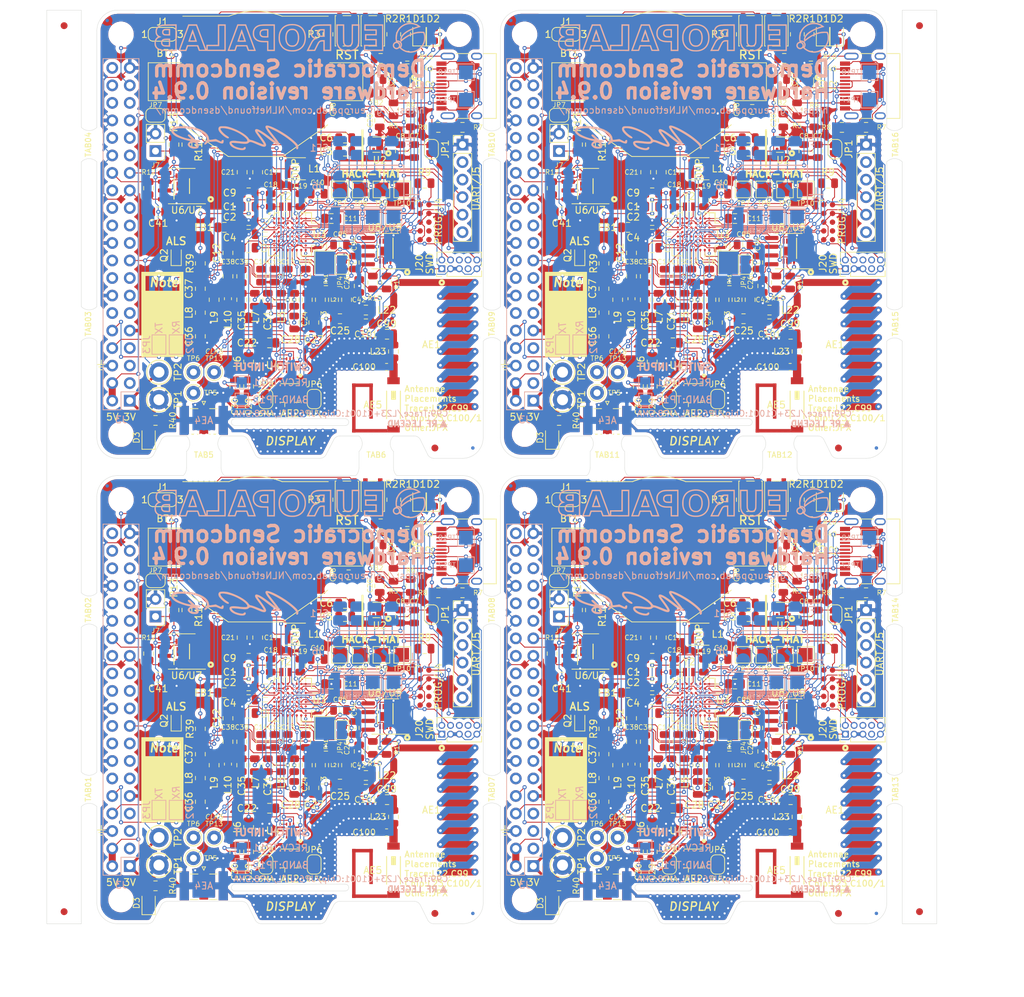
<source format=kicad_pcb>
(kicad_pcb (version 20171130) (host pcbnew 5.1.5+dfsg1-2build2)

  (general
    (thickness 1.6)
    (drawings 570)
    (tracks 5988)
    (zones 0)
    (modules 626)
    (nets 130)
  )

  (page A3)
  (title_block
    (title "Democratic Sendcomm")
    (date 2021-01-16)
    (rev 0.9.4)
    (company "Europalab Devices")
    (comment 1 "Copyright © 2021, Europalab Devices")
    (comment 2 "Fulfilling requirements of 20200210")
    (comment 3 "Pending quality assurance testing")
    (comment 4 "Release revision for manufacturing")
  )

  (layers
    (0 F.Cu signal)
    (1 In1.Cu power)
    (2 In2.Cu power)
    (31 B.Cu signal)
    (34 B.Paste user)
    (35 F.Paste user)
    (36 B.SilkS user)
    (37 F.SilkS user)
    (38 B.Mask user)
    (39 F.Mask user)
    (40 Dwgs.User user)
    (41 Cmts.User user)
    (44 Edge.Cuts user)
    (45 Margin user)
    (46 B.CrtYd user)
    (47 F.CrtYd user)
    (48 B.Fab user)
    (49 F.Fab user)
  )

  (setup
    (last_trace_width 0.127)
    (user_trace_width 0.1016)
    (user_trace_width 0.127)
    (user_trace_width 0.2)
    (user_trace_width 0.4)
    (user_trace_width 1.016)
    (user_trace_width 0.1016)
    (user_trace_width 0.127)
    (user_trace_width 0.2)
    (user_trace_width 0.4)
    (user_trace_width 1.016)
    (user_trace_width 0.1016)
    (user_trace_width 0.127)
    (user_trace_width 0.2)
    (user_trace_width 0.4)
    (user_trace_width 1.016)
    (user_trace_width 0.1016)
    (user_trace_width 0.127)
    (user_trace_width 0.2)
    (user_trace_width 0.4)
    (user_trace_width 1.016)
    (trace_clearance 0.127)
    (zone_clearance 0.508)
    (zone_45_only no)
    (trace_min 0.09)
    (via_size 0.6)
    (via_drill 0.3)
    (via_min_size 0.356)
    (via_min_drill 0.2)
    (user_via 0.356 0.2)
    (user_via 0.45 0.2)
    (user_via 0.356 0.2)
    (user_via 0.45 0.2)
    (user_via 0.356 0.2)
    (user_via 0.45 0.2)
    (user_via 0.356 0.2)
    (user_via 0.45 0.2)
    (uvia_size 0.45)
    (uvia_drill 0.1)
    (uvias_allowed no)
    (uvia_min_size 0.45)
    (uvia_min_drill 0.1)
    (edge_width 0.05)
    (segment_width 0.1)
    (pcb_text_width 0.25)
    (pcb_text_size 1 1)
    (mod_edge_width 0.15)
    (mod_text_size 1 1)
    (mod_text_width 0.15)
    (pad_size 2 2)
    (pad_drill 0)
    (pad_to_mask_clearance 0)
    (aux_axis_origin 0 0)
    (visible_elements 7FFFF7FF)
    (pcbplotparams
      (layerselection 0x313fc_ffffffff)
      (usegerberextensions true)
      (usegerberattributes false)
      (usegerberadvancedattributes false)
      (creategerberjobfile false)
      (excludeedgelayer true)
      (linewidth 0.150000)
      (plotframeref false)
      (viasonmask false)
      (mode 1)
      (useauxorigin false)
      (hpglpennumber 1)
      (hpglpenspeed 20)
      (hpglpendiameter 15.000000)
      (psnegative false)
      (psa4output false)
      (plotreference true)
      (plotvalue true)
      (plotinvisibletext false)
      (padsonsilk false)
      (subtractmaskfromsilk false)
      (outputformat 1)
      (mirror false)
      (drillshape 0)
      (scaleselection 1)
      (outputdirectory "fabsingle"))
  )

  (net 0 "")
  (net 1 GND)
  (net 2 "Net-(AE1-Pad1)")
  (net 3 /Sheet5F53D5B4/RFSWPWR)
  (net 4 "Net-(C8-Pad1)")
  (net 5 /Sheet5F53D5B4/POWAMP)
  (net 6 "Net-(C13-Pad1)")
  (net 7 /Sheet5F53D5B4/HFOUT)
  (net 8 +3V3)
  (net 9 "Net-(C29-Pad1)")
  (net 10 /Sheet5F53D5B4/HPOUT)
  (net 11 /Sheet5F53D5B4/HFIN)
  (net 12 /Sheet5F53D5B4/BANDSEL)
  (net 13 "Net-(BT1-Pad1)")
  (net 14 /Sheet5F53D5B4/USB_BUS)
  (net 15 "Net-(C33-Pad1)")
  (net 16 "Net-(C34-Pad1)")
  (net 17 /Sheet5F53D5B4/CMDRST)
  (net 18 "Net-(D1-Pad2)")
  (net 19 "Net-(D1-Pad1)")
  (net 20 "Net-(D2-Pad1)")
  (net 21 "Net-(D2-Pad2)")
  (net 22 /Sheet5F53D5B4/USB_P)
  (net 23 /Sheet5F53D5B4/USB_N)
  (net 24 /Sheet60040980/ID_SD)
  (net 25 /Sheet60040980/ID_SC)
  (net 26 /Sheet5F53D5B4/SWDCLK)
  (net 27 "Net-(J3-Pad7)")
  (net 28 "Net-(J3-Pad8)")
  (net 29 "Net-(J4-Pad6)")
  (net 30 /Sheet5F53D5B4/CN_VBAT)
  (net 31 /Sheet5F53D5B4/XCEIV)
  (net 32 "Net-(AE5-Pad2)")
  (net 33 "Net-(C1-Pad1)")
  (net 34 "Net-(C7-Pad1)")
  (net 35 "Net-(C14-Pad1)")
  (net 36 "Net-(C17-Pad1)")
  (net 37 "Net-(C18-Pad2)")
  (net 38 "Net-(C19-Pad2)")
  (net 39 "Net-(C23-Pad2)")
  (net 40 "Net-(C23-Pad1)")
  (net 41 "Net-(C24-Pad1)")
  (net 42 "Net-(C24-Pad2)")
  (net 43 "Net-(C29-Pad2)")
  (net 44 "Net-(C33-Pad2)")
  (net 45 "Net-(C35-Pad2)")
  (net 46 "Net-(C40-Pad1)")
  (net 47 "Net-(J2-PadB5)")
  (net 48 "Net-(J2-PadA8)")
  (net 49 "Net-(J2-PadA5)")
  (net 50 "Net-(J2-PadB8)")
  (net 51 "Net-(J3-Pad2)")
  (net 52 "Net-(J3-Pad3)")
  (net 53 "Net-(J3-Pad5)")
  (net 54 "Net-(J3-Pad10)")
  (net 55 "Net-(J3-Pad11)")
  (net 56 "Net-(J3-Pad12)")
  (net 57 "Net-(J3-Pad13)")
  (net 58 "Net-(J3-Pad15)")
  (net 59 "Net-(J3-Pad16)")
  (net 60 "Net-(J3-Pad18)")
  (net 61 "Net-(J3-Pad19)")
  (net 62 "Net-(J3-Pad21)")
  (net 63 "Net-(J3-Pad22)")
  (net 64 "Net-(J3-Pad23)")
  (net 65 "Net-(J3-Pad24)")
  (net 66 "Net-(J3-Pad26)")
  (net 67 "Net-(J3-Pad29)")
  (net 68 "Net-(J3-Pad31)")
  (net 69 "Net-(J3-Pad32)")
  (net 70 "Net-(J3-Pad33)")
  (net 71 "Net-(J3-Pad35)")
  (net 72 "Net-(J3-Pad36)")
  (net 73 "Net-(J3-Pad38)")
  (net 74 "Net-(J3-Pad40)")
  (net 75 "Net-(J4-Pad7)")
  (net 76 "Net-(J4-Pad8)")
  (net 77 "Net-(J5-Pad2)")
  (net 78 "Net-(J5-Pad3)")
  (net 79 "Net-(J5-Pad6)")
  (net 80 "Net-(J6-Pad1)")
  (net 81 "Net-(L1-Pad2)")
  (net 82 "Net-(R3-Pad1)")
  (net 83 "Net-(R4-Pad1)")
  (net 84 "Net-(R4-Pad2)")
  (net 85 "Net-(U2-Pad5)")
  (net 86 "Net-(U3-PadG1)")
  (net 87 "Net-(U3-PadH1)")
  (net 88 "Net-(U3-PadE3)")
  (net 89 "Net-(U3-PadE4)")
  (net 90 "Net-(U3-PadF4)")
  (net 91 "Net-(U3-PadC7)")
  (net 92 "Net-(U3-PadD7)")
  (net 93 "Net-(U5-Pad3)")
  (net 94 "Net-(U5-Pad4)")
  (net 95 "Net-(U8-Pad7)")
  (net 96 "Net-(U8-Pad3)")
  (net 97 "Net-(U8-Pad2)")
  (net 98 "Net-(U8-Pad1)")
  (net 99 "Net-(U9-Pad1)")
  (net 100 "Net-(U9-Pad2)")
  (net 101 "Net-(U9-Pad3)")
  (net 102 "Net-(U9-Pad7)")
  (net 103 /Sheet5F53D5B4/SWDIO)
  (net 104 "Net-(AE2-Pad1)")
  (net 105 "Net-(AE4-Pad1)")
  (net 106 "Net-(AE5-Pad1)")
  (net 107 "Net-(J6-Pad2)")
  (net 108 "Net-(J6-Pad3)")
  (net 109 "Net-(J6-Pad4)")
  (net 110 "Net-(J7-Pad1)")
  (net 111 "Net-(C95-Pad1)")
  (net 112 /TP_SCL)
  (net 113 /TP_SDA)
  (net 114 "Net-(J20-Pad6)")
  (net 115 "Net-(J20-Pad7)")
  (net 116 "Net-(J20-Pad8)")
  (net 117 "Net-(Q2-Pad2)")
  (net 118 EXT_UART_TX)
  (net 119 EXT_UART_RX)
  (net 120 USB_TST)
  (net 121 "Net-(TP13-Pad1)")
  (net 122 "Net-(C94-Pad2)")
  (net 123 /Sheet5F53D5B4/CRY_XIN-RSVD)
  (net 124 /Sheet5F53D5B4/CRY_XOUT-RSVD)
  (net 125 "Net-(C97-Pad1)")
  (net 126 "Net-(C101-Pad1)")
  (net 127 "Net-(D3-Pad2)")
  (net 128 "Net-(JP4-Pad1)")
  (net 129 "Net-(U3-PadE5)")

  (net_class Default "This is the default net class."
    (clearance 0.127)
    (trace_width 0.127)
    (via_dia 0.6)
    (via_drill 0.3)
    (uvia_dia 0.45)
    (uvia_drill 0.1)
    (add_net +3V3)
    (add_net /Sheet5F53D5B4/BANDSEL)
    (add_net /Sheet5F53D5B4/CMDRST)
    (add_net /Sheet5F53D5B4/CN_VBAT)
    (add_net /Sheet5F53D5B4/CRY_XIN-RSVD)
    (add_net /Sheet5F53D5B4/CRY_XOUT-RSVD)
    (add_net /Sheet5F53D5B4/HFIN)
    (add_net /Sheet5F53D5B4/HFOUT)
    (add_net /Sheet5F53D5B4/HPOUT)
    (add_net /Sheet5F53D5B4/POWAMP)
    (add_net /Sheet5F53D5B4/RFSWPWR)
    (add_net /Sheet5F53D5B4/SWDCLK)
    (add_net /Sheet5F53D5B4/SWDIO)
    (add_net /Sheet5F53D5B4/USB_BUS)
    (add_net /Sheet5F53D5B4/USB_N)
    (add_net /Sheet5F53D5B4/USB_P)
    (add_net /Sheet5F53D5B4/XCEIV)
    (add_net /Sheet60040980/ID_SC)
    (add_net /Sheet60040980/ID_SD)
    (add_net /TP_SCL)
    (add_net /TP_SDA)
    (add_net EXT_UART_RX)
    (add_net EXT_UART_TX)
    (add_net GND)
    (add_net "Net-(AE1-Pad1)")
    (add_net "Net-(AE2-Pad1)")
    (add_net "Net-(AE4-Pad1)")
    (add_net "Net-(AE5-Pad1)")
    (add_net "Net-(AE5-Pad2)")
    (add_net "Net-(BT1-Pad1)")
    (add_net "Net-(C1-Pad1)")
    (add_net "Net-(C101-Pad1)")
    (add_net "Net-(C13-Pad1)")
    (add_net "Net-(C14-Pad1)")
    (add_net "Net-(C17-Pad1)")
    (add_net "Net-(C18-Pad2)")
    (add_net "Net-(C19-Pad2)")
    (add_net "Net-(C23-Pad1)")
    (add_net "Net-(C23-Pad2)")
    (add_net "Net-(C24-Pad1)")
    (add_net "Net-(C24-Pad2)")
    (add_net "Net-(C29-Pad1)")
    (add_net "Net-(C29-Pad2)")
    (add_net "Net-(C33-Pad1)")
    (add_net "Net-(C33-Pad2)")
    (add_net "Net-(C34-Pad1)")
    (add_net "Net-(C35-Pad2)")
    (add_net "Net-(C40-Pad1)")
    (add_net "Net-(C7-Pad1)")
    (add_net "Net-(C8-Pad1)")
    (add_net "Net-(C94-Pad2)")
    (add_net "Net-(C95-Pad1)")
    (add_net "Net-(C97-Pad1)")
    (add_net "Net-(D1-Pad1)")
    (add_net "Net-(D1-Pad2)")
    (add_net "Net-(D2-Pad1)")
    (add_net "Net-(D2-Pad2)")
    (add_net "Net-(D3-Pad2)")
    (add_net "Net-(J2-PadA5)")
    (add_net "Net-(J2-PadA8)")
    (add_net "Net-(J2-PadB5)")
    (add_net "Net-(J2-PadB8)")
    (add_net "Net-(J20-Pad6)")
    (add_net "Net-(J20-Pad7)")
    (add_net "Net-(J20-Pad8)")
    (add_net "Net-(J3-Pad10)")
    (add_net "Net-(J3-Pad11)")
    (add_net "Net-(J3-Pad12)")
    (add_net "Net-(J3-Pad13)")
    (add_net "Net-(J3-Pad15)")
    (add_net "Net-(J3-Pad16)")
    (add_net "Net-(J3-Pad18)")
    (add_net "Net-(J3-Pad19)")
    (add_net "Net-(J3-Pad2)")
    (add_net "Net-(J3-Pad21)")
    (add_net "Net-(J3-Pad22)")
    (add_net "Net-(J3-Pad23)")
    (add_net "Net-(J3-Pad24)")
    (add_net "Net-(J3-Pad26)")
    (add_net "Net-(J3-Pad29)")
    (add_net "Net-(J3-Pad3)")
    (add_net "Net-(J3-Pad31)")
    (add_net "Net-(J3-Pad32)")
    (add_net "Net-(J3-Pad33)")
    (add_net "Net-(J3-Pad35)")
    (add_net "Net-(J3-Pad36)")
    (add_net "Net-(J3-Pad38)")
    (add_net "Net-(J3-Pad40)")
    (add_net "Net-(J3-Pad5)")
    (add_net "Net-(J3-Pad7)")
    (add_net "Net-(J3-Pad8)")
    (add_net "Net-(J4-Pad6)")
    (add_net "Net-(J4-Pad7)")
    (add_net "Net-(J4-Pad8)")
    (add_net "Net-(J5-Pad2)")
    (add_net "Net-(J5-Pad3)")
    (add_net "Net-(J5-Pad6)")
    (add_net "Net-(J6-Pad1)")
    (add_net "Net-(J6-Pad2)")
    (add_net "Net-(J6-Pad3)")
    (add_net "Net-(J6-Pad4)")
    (add_net "Net-(J7-Pad1)")
    (add_net "Net-(JP4-Pad1)")
    (add_net "Net-(L1-Pad2)")
    (add_net "Net-(Q2-Pad2)")
    (add_net "Net-(R3-Pad1)")
    (add_net "Net-(R4-Pad1)")
    (add_net "Net-(R4-Pad2)")
    (add_net "Net-(TP13-Pad1)")
    (add_net "Net-(U2-Pad5)")
    (add_net "Net-(U3-PadC7)")
    (add_net "Net-(U3-PadD7)")
    (add_net "Net-(U3-PadE3)")
    (add_net "Net-(U3-PadE4)")
    (add_net "Net-(U3-PadE5)")
    (add_net "Net-(U3-PadF4)")
    (add_net "Net-(U3-PadG1)")
    (add_net "Net-(U3-PadH1)")
    (add_net "Net-(U5-Pad3)")
    (add_net "Net-(U5-Pad4)")
    (add_net "Net-(U8-Pad1)")
    (add_net "Net-(U8-Pad2)")
    (add_net "Net-(U8-Pad3)")
    (add_net "Net-(U8-Pad7)")
    (add_net "Net-(U9-Pad1)")
    (add_net "Net-(U9-Pad2)")
    (add_net "Net-(U9-Pad3)")
    (add_net "Net-(U9-Pad7)")
    (add_net USB_TST)
  )

  (net_class Power ""
    (clearance 0.2)
    (trace_width 0.5)
    (via_dia 1)
    (via_drill 0.7)
    (uvia_dia 0.5)
    (uvia_drill 0.1)
  )

  (module Resistor_SMD:R_0805_2012Metric (layer F.Cu) (tedit 5B36C52B) (tstamp 6004C2E4)
    (at 127 146 90)
    (descr "Resistor SMD 0805 (2012 Metric), square (rectangular) end terminal, IPC_7351 nominal, (Body size source: https://docs.google.com/spreadsheets/d/1BsfQQcO9C6DZCsRaXUlFlo91Tg2WpOkGARC1WS5S8t0/edit?usp=sharing), generated with kicad-footprint-generator")
    (tags resistor)
    (path /5F53D5B5/5FB8F84E)
    (attr smd)
    (fp_text reference R1 (at 2.25 0 180) (layer F.SilkS)
      (effects (font (size 1 1) (thickness 0.15)))
    )
    (fp_text value 330 (at 0 1.65 270) (layer F.Fab)
      (effects (font (size 1 1) (thickness 0.15)))
    )
    (fp_line (start -1 0.6) (end -1 -0.6) (layer F.Fab) (width 0.1))
    (fp_line (start -1 -0.6) (end 1 -0.6) (layer F.Fab) (width 0.1))
    (fp_line (start 1 -0.6) (end 1 0.6) (layer F.Fab) (width 0.1))
    (fp_line (start 1 0.6) (end -1 0.6) (layer F.Fab) (width 0.1))
    (fp_line (start -0.258578 -0.71) (end 0.258578 -0.71) (layer F.SilkS) (width 0.12))
    (fp_line (start -0.258578 0.71) (end 0.258578 0.71) (layer F.SilkS) (width 0.12))
    (fp_line (start -1.68 0.95) (end -1.68 -0.95) (layer F.CrtYd) (width 0.05))
    (fp_line (start -1.68 -0.95) (end 1.68 -0.95) (layer F.CrtYd) (width 0.05))
    (fp_line (start 1.68 -0.95) (end 1.68 0.95) (layer F.CrtYd) (width 0.05))
    (fp_line (start 1.68 0.95) (end -1.68 0.95) (layer F.CrtYd) (width 0.05))
    (fp_text user %R (at 0 0 270) (layer F.Fab)
      (effects (font (size 0.5 0.5) (thickness 0.08)))
    )
    (pad 1 smd roundrect (at -0.9375 0 90) (size 0.975 1.4) (layers F.Cu F.Paste F.Mask) (roundrect_rratio 0.25)
      (net 8 +3V3))
    (pad 2 smd roundrect (at 0.9375 0 90) (size 0.975 1.4) (layers F.Cu F.Paste F.Mask) (roundrect_rratio 0.25)
      (net 18 "Net-(D1-Pad2)"))
    (model ${KISYS3DMOD}/Resistor_SMD.3dshapes/R_0805_2012Metric.wrl
      (at (xyz 0 0 0))
      (scale (xyz 1 1 1))
      (rotate (xyz 0 0 0))
    )
  )

  (module Resistor_SMD:R_0805_2012Metric (layer F.Cu) (tedit 5B36C52B) (tstamp 6004C2D4)
    (at 122.25 182 90)
    (descr "Resistor SMD 0805 (2012 Metric), square (rectangular) end terminal, IPC_7351 nominal, (Body size source: https://docs.google.com/spreadsheets/d/1BsfQQcO9C6DZCsRaXUlFlo91Tg2WpOkGARC1WS5S8t0/edit?usp=sharing), generated with kicad-footprint-generator")
    (tags resistor)
    (path /601C3EDE/601DBF61)
    (attr smd)
    (fp_text reference R15 (at -2.25 0.25 unlocked) (layer F.SilkS)
      (effects (font (size 0.7 0.7) (thickness 0.1)))
    )
    (fp_text value 10K (at 0 1.65 90) (layer F.Fab)
      (effects (font (size 1 1) (thickness 0.15)))
    )
    (fp_text user %R (at 0 0 90) (layer F.Fab)
      (effects (font (size 0.5 0.5) (thickness 0.08)))
    )
    (fp_line (start 1.68 0.95) (end -1.68 0.95) (layer F.CrtYd) (width 0.05))
    (fp_line (start 1.68 -0.95) (end 1.68 0.95) (layer F.CrtYd) (width 0.05))
    (fp_line (start -1.68 -0.95) (end 1.68 -0.95) (layer F.CrtYd) (width 0.05))
    (fp_line (start -1.68 0.95) (end -1.68 -0.95) (layer F.CrtYd) (width 0.05))
    (fp_line (start -0.258578 0.71) (end 0.258578 0.71) (layer F.SilkS) (width 0.12))
    (fp_line (start -0.258578 -0.71) (end 0.258578 -0.71) (layer F.SilkS) (width 0.12))
    (fp_line (start 1 0.6) (end -1 0.6) (layer F.Fab) (width 0.1))
    (fp_line (start 1 -0.6) (end 1 0.6) (layer F.Fab) (width 0.1))
    (fp_line (start -1 -0.6) (end 1 -0.6) (layer F.Fab) (width 0.1))
    (fp_line (start -1 0.6) (end -1 -0.6) (layer F.Fab) (width 0.1))
    (pad 2 smd roundrect (at 0.9375 0 90) (size 0.975 1.4) (layers F.Cu F.Paste F.Mask) (roundrect_rratio 0.25)
      (net 113 /TP_SDA))
    (pad 1 smd roundrect (at -0.9375 0 90) (size 0.975 1.4) (layers F.Cu F.Paste F.Mask) (roundrect_rratio 0.25)
      (net 8 +3V3))
    (model ${KISYS3DMOD}/Resistor_SMD.3dshapes/R_0805_2012Metric.wrl
      (at (xyz 0 0 0))
      (scale (xyz 1 1 1))
      (rotate (xyz 0 0 0))
    )
  )

  (module TestPoint:TestPoint_Pad_2.0x2.0mm (layer B.Cu) (tedit 5FF27796) (tstamp 6004C2C7)
    (at 119.25 172.5)
    (descr "SMD rectangular pad as test Point, square 2.0mm side length")
    (tags "test point SMD pad rectangle square")
    (path /60040981/5FF321A1)
    (attr virtual)
    (fp_text reference TP16 (at 0 1.998) (layer B.SilkS)
      (effects (font (size 0.7 0.7) (thickness 0.1)) (justify mirror))
    )
    (fp_text value Test (at 0 -2.05) (layer B.Fab)
      (effects (font (size 1 1) (thickness 0.15)) (justify mirror))
    )
    (fp_line (start 1.5 -1.5) (end -1.5 -1.5) (layer B.CrtYd) (width 0.05))
    (fp_line (start 1.5 -1.5) (end 1.5 1.5) (layer B.CrtYd) (width 0.05))
    (fp_line (start -1.5 1.5) (end -1.5 -1.5) (layer B.CrtYd) (width 0.05))
    (fp_line (start -1.5 1.5) (end 1.5 1.5) (layer B.CrtYd) (width 0.05))
    (fp_line (start -1.2 -1.2) (end -1.2 1.2) (layer B.SilkS) (width 0.12))
    (fp_line (start 1.2 -1.2) (end -1.2 -1.2) (layer B.SilkS) (width 0.12))
    (fp_line (start 1.2 1.2) (end 1.2 -1.2) (layer B.SilkS) (width 0.12))
    (fp_line (start -1.2 1.2) (end 1.2 1.2) (layer B.SilkS) (width 0.12))
    (fp_text user %R (at 0 2) (layer B.Fab)
      (effects (font (size 1 1) (thickness 0.15)) (justify mirror))
    )
    (pad 1 smd rect (at 0 0) (size 2 2) (layers B.Cu B.Mask)
      (net 26 /Sheet5F53D5B4/SWDCLK))
  )

  (module Capacitor_SMD:C_0805_2012Metric (layer F.Cu) (tedit 5B36C52B) (tstamp 6004C2B7)
    (at 118.45 184.5 270)
    (descr "Capacitor SMD 0805 (2012 Metric), square (rectangular) end terminal, IPC_7351 nominal, (Body size source: https://docs.google.com/spreadsheets/d/1BsfQQcO9C6DZCsRaXUlFlo91Tg2WpOkGARC1WS5S8t0/edit?usp=sharing), generated with kicad-footprint-generator")
    (tags capacitor)
    (path /5F5C0728/5F5D6E50)
    (attr smd)
    (fp_text reference C26 (at -2.5 -0.05 90) (layer F.SilkS)
      (effects (font (size 0.7 0.7) (thickness 0.1)))
    )
    (fp_text value 5,6pF (at 0 1.65 90) (layer F.Fab)
      (effects (font (size 1 1) (thickness 0.15)))
    )
    (fp_text user %R (at 0 0 90) (layer F.Fab)
      (effects (font (size 0.5 0.5) (thickness 0.08)))
    )
    (fp_line (start 1.68 0.95) (end -1.68 0.95) (layer F.CrtYd) (width 0.05))
    (fp_line (start 1.68 -0.95) (end 1.68 0.95) (layer F.CrtYd) (width 0.05))
    (fp_line (start -1.68 -0.95) (end 1.68 -0.95) (layer F.CrtYd) (width 0.05))
    (fp_line (start -1.68 0.95) (end -1.68 -0.95) (layer F.CrtYd) (width 0.05))
    (fp_line (start -0.258578 0.71) (end 0.258578 0.71) (layer F.SilkS) (width 0.12))
    (fp_line (start -0.258578 -0.71) (end 0.258578 -0.71) (layer F.SilkS) (width 0.12))
    (fp_line (start 1 0.6) (end -1 0.6) (layer F.Fab) (width 0.1))
    (fp_line (start 1 -0.6) (end 1 0.6) (layer F.Fab) (width 0.1))
    (fp_line (start -1 -0.6) (end 1 -0.6) (layer F.Fab) (width 0.1))
    (fp_line (start -1 0.6) (end -1 -0.6) (layer F.Fab) (width 0.1))
    (pad 2 smd roundrect (at 0.9375 0 270) (size 0.975 1.4) (layers F.Cu F.Paste F.Mask) (roundrect_rratio 0.25)
      (net 1 GND))
    (pad 1 smd roundrect (at -0.9375 0 270) (size 0.975 1.4) (layers F.Cu F.Paste F.Mask) (roundrect_rratio 0.25)
      (net 40 "Net-(C23-Pad1)"))
    (model ${KISYS3DMOD}/Capacitor_SMD.3dshapes/C_0805_2012Metric.wrl
      (at (xyz 0 0 0))
      (scale (xyz 1 1 1))
      (rotate (xyz 0 0 0))
    )
  )

  (module Capacitor_SMD:C_0805_2012Metric (layer F.Cu) (tedit 5B36C52B) (tstamp 6004C2A7)
    (at 104.25 171 180)
    (descr "Capacitor SMD 0805 (2012 Metric), square (rectangular) end terminal, IPC_7351 nominal, (Body size source: https://docs.google.com/spreadsheets/d/1BsfQQcO9C6DZCsRaXUlFlo91Tg2WpOkGARC1WS5S8t0/edit?usp=sharing), generated with kicad-footprint-generator")
    (tags capacitor)
    (path /5F53D5B5/5F81B8EA)
    (attr smd)
    (fp_text reference C1 (at 2.75 0) (layer F.SilkS)
      (effects (font (size 1 1) (thickness 0.15)))
    )
    (fp_text value 0,1uF (at 0 1.65) (layer F.Fab)
      (effects (font (size 1 1) (thickness 0.15)))
    )
    (fp_line (start -1 0.6) (end -1 -0.6) (layer F.Fab) (width 0.1))
    (fp_line (start -1 -0.6) (end 1 -0.6) (layer F.Fab) (width 0.1))
    (fp_line (start 1 -0.6) (end 1 0.6) (layer F.Fab) (width 0.1))
    (fp_line (start 1 0.6) (end -1 0.6) (layer F.Fab) (width 0.1))
    (fp_line (start -0.258578 -0.71) (end 0.258578 -0.71) (layer F.SilkS) (width 0.12))
    (fp_line (start -0.258578 0.71) (end 0.258578 0.71) (layer F.SilkS) (width 0.12))
    (fp_line (start -1.68 0.95) (end -1.68 -0.95) (layer F.CrtYd) (width 0.05))
    (fp_line (start -1.68 -0.95) (end 1.68 -0.95) (layer F.CrtYd) (width 0.05))
    (fp_line (start 1.68 -0.95) (end 1.68 0.95) (layer F.CrtYd) (width 0.05))
    (fp_line (start 1.68 0.95) (end -1.68 0.95) (layer F.CrtYd) (width 0.05))
    (fp_text user %R (at 0 0) (layer F.Fab)
      (effects (font (size 0.5 0.5) (thickness 0.08)))
    )
    (pad 1 smd roundrect (at -0.9375 0 180) (size 0.975 1.4) (layers F.Cu F.Paste F.Mask) (roundrect_rratio 0.25)
      (net 33 "Net-(C1-Pad1)"))
    (pad 2 smd roundrect (at 0.9375 0 180) (size 0.975 1.4) (layers F.Cu F.Paste F.Mask) (roundrect_rratio 0.25)
      (net 1 GND))
    (model ${KISYS3DMOD}/Capacitor_SMD.3dshapes/C_0805_2012Metric.wrl
      (at (xyz 0 0 0))
      (scale (xyz 1 1 1))
      (rotate (xyz 0 0 0))
    )
  )

  (module Capacitor_SMD:C_0805_2012Metric (layer F.Cu) (tedit 5B36C52B) (tstamp 6004C297)
    (at 103.25 184.5 270)
    (descr "Capacitor SMD 0805 (2012 Metric), square (rectangular) end terminal, IPC_7351 nominal, (Body size source: https://docs.google.com/spreadsheets/d/1BsfQQcO9C6DZCsRaXUlFlo91Tg2WpOkGARC1WS5S8t0/edit?usp=sharing), generated with kicad-footprint-generator")
    (tags capacitor)
    (path /5F5C0728/5F5D6DCD)
    (attr smd)
    (fp_text reference C35 (at 3 0 90) (layer F.SilkS)
      (effects (font (size 1 1) (thickness 0.15)))
    )
    (fp_text value 22pF (at 0 1.65 90) (layer F.Fab)
      (effects (font (size 1 1) (thickness 0.15)))
    )
    (fp_text user %R (at 0 0 90) (layer F.Fab)
      (effects (font (size 0.5 0.5) (thickness 0.08)))
    )
    (fp_line (start 1.68 0.95) (end -1.68 0.95) (layer F.CrtYd) (width 0.05))
    (fp_line (start 1.68 -0.95) (end 1.68 0.95) (layer F.CrtYd) (width 0.05))
    (fp_line (start -1.68 -0.95) (end 1.68 -0.95) (layer F.CrtYd) (width 0.05))
    (fp_line (start -1.68 0.95) (end -1.68 -0.95) (layer F.CrtYd) (width 0.05))
    (fp_line (start -0.258578 0.71) (end 0.258578 0.71) (layer F.SilkS) (width 0.12))
    (fp_line (start -0.258578 -0.71) (end 0.258578 -0.71) (layer F.SilkS) (width 0.12))
    (fp_line (start 1 0.6) (end -1 0.6) (layer F.Fab) (width 0.1))
    (fp_line (start 1 -0.6) (end 1 0.6) (layer F.Fab) (width 0.1))
    (fp_line (start -1 -0.6) (end 1 -0.6) (layer F.Fab) (width 0.1))
    (fp_line (start -1 0.6) (end -1 -0.6) (layer F.Fab) (width 0.1))
    (pad 2 smd roundrect (at 0.9375 0 270) (size 0.975 1.4) (layers F.Cu F.Paste F.Mask) (roundrect_rratio 0.25)
      (net 45 "Net-(C35-Pad2)"))
    (pad 1 smd roundrect (at -0.9375 0 270) (size 0.975 1.4) (layers F.Cu F.Paste F.Mask) (roundrect_rratio 0.25)
      (net 7 /Sheet5F53D5B4/HFOUT))
    (model ${KISYS3DMOD}/Capacitor_SMD.3dshapes/C_0805_2012Metric.wrl
      (at (xyz 0 0 0))
      (scale (xyz 1 1 1))
      (rotate (xyz 0 0 0))
    )
  )

  (module Capacitor_SMD:C_0805_2012Metric (layer F.Cu) (tedit 5B36C52B) (tstamp 6004C287)
    (at 116.25 172.725)
    (descr "Capacitor SMD 0805 (2012 Metric), square (rectangular) end terminal, IPC_7351 nominal, (Body size source: https://docs.google.com/spreadsheets/d/1BsfQQcO9C6DZCsRaXUlFlo91Tg2WpOkGARC1WS5S8t0/edit?usp=sharing), generated with kicad-footprint-generator")
    (tags capacitor)
    (path /5F53D5B5/5F6C40B2)
    (attr smd)
    (fp_text reference C11 (at 2.75 0 180) (layer F.SilkS)
      (effects (font (size 0.7 0.7) (thickness 0.1)))
    )
    (fp_text value 0,1uF (at 0 1.65 180) (layer F.Fab)
      (effects (font (size 1 1) (thickness 0.15)))
    )
    (fp_text user %R (at 0 0 180) (layer F.Fab)
      (effects (font (size 0.5 0.5) (thickness 0.08)))
    )
    (fp_line (start 1.68 0.95) (end -1.68 0.95) (layer F.CrtYd) (width 0.05))
    (fp_line (start 1.68 -0.95) (end 1.68 0.95) (layer F.CrtYd) (width 0.05))
    (fp_line (start -1.68 -0.95) (end 1.68 -0.95) (layer F.CrtYd) (width 0.05))
    (fp_line (start -1.68 0.95) (end -1.68 -0.95) (layer F.CrtYd) (width 0.05))
    (fp_line (start -0.258578 0.71) (end 0.258578 0.71) (layer F.SilkS) (width 0.12))
    (fp_line (start -0.258578 -0.71) (end 0.258578 -0.71) (layer F.SilkS) (width 0.12))
    (fp_line (start 1 0.6) (end -1 0.6) (layer F.Fab) (width 0.1))
    (fp_line (start 1 -0.6) (end 1 0.6) (layer F.Fab) (width 0.1))
    (fp_line (start -1 -0.6) (end 1 -0.6) (layer F.Fab) (width 0.1))
    (fp_line (start -1 0.6) (end -1 -0.6) (layer F.Fab) (width 0.1))
    (pad 2 smd roundrect (at 0.9375 0) (size 0.975 1.4) (layers F.Cu F.Paste F.Mask) (roundrect_rratio 0.25)
      (net 1 GND))
    (pad 1 smd roundrect (at -0.9375 0) (size 0.975 1.4) (layers F.Cu F.Paste F.Mask) (roundrect_rratio 0.25)
      (net 8 +3V3))
    (model ${KISYS3DMOD}/Capacitor_SMD.3dshapes/C_0805_2012Metric.wrl
      (at (xyz 0 0 0))
      (scale (xyz 1 1 1))
      (rotate (xyz 0 0 0))
    )
  )

  (module Capacitor_SMD:C_0805_2012Metric (layer F.Cu) (tedit 5B36C52B) (tstamp 6004C275)
    (at 114.25 169.125 180)
    (descr "Capacitor SMD 0805 (2012 Metric), square (rectangular) end terminal, IPC_7351 nominal, (Body size source: https://docs.google.com/spreadsheets/d/1BsfQQcO9C6DZCsRaXUlFlo91Tg2WpOkGARC1WS5S8t0/edit?usp=sharing), generated with kicad-footprint-generator")
    (tags capacitor)
    (path /5F53D5B5/5F6C3BDA)
    (attr smd)
    (fp_text reference C10 (at 0 1.625) (layer F.SilkS)
      (effects (font (size 0.7 0.7) (thickness 0.1)))
    )
    (fp_text value 0,1uF (at 0 1.65) (layer F.Fab)
      (effects (font (size 1 1) (thickness 0.15)))
    )
    (fp_text user %R (at 0 0) (layer F.Fab)
      (effects (font (size 0.5 0.5) (thickness 0.08)))
    )
    (fp_line (start 1.68 0.95) (end -1.68 0.95) (layer F.CrtYd) (width 0.05))
    (fp_line (start 1.68 -0.95) (end 1.68 0.95) (layer F.CrtYd) (width 0.05))
    (fp_line (start -1.68 -0.95) (end 1.68 -0.95) (layer F.CrtYd) (width 0.05))
    (fp_line (start -1.68 0.95) (end -1.68 -0.95) (layer F.CrtYd) (width 0.05))
    (fp_line (start -0.258578 0.71) (end 0.258578 0.71) (layer F.SilkS) (width 0.12))
    (fp_line (start -0.258578 -0.71) (end 0.258578 -0.71) (layer F.SilkS) (width 0.12))
    (fp_line (start 1 0.6) (end -1 0.6) (layer F.Fab) (width 0.1))
    (fp_line (start 1 -0.6) (end 1 0.6) (layer F.Fab) (width 0.1))
    (fp_line (start -1 -0.6) (end 1 -0.6) (layer F.Fab) (width 0.1))
    (fp_line (start -1 0.6) (end -1 -0.6) (layer F.Fab) (width 0.1))
    (pad 2 smd roundrect (at 0.9375 0 180) (size 0.975 1.4) (layers F.Cu F.Paste F.Mask) (roundrect_rratio 0.25)
      (net 1 GND))
    (pad 1 smd roundrect (at -0.9375 0 180) (size 0.975 1.4) (layers F.Cu F.Paste F.Mask) (roundrect_rratio 0.25)
      (net 8 +3V3))
    (model ${KISYS3DMOD}/Capacitor_SMD.3dshapes/C_0805_2012Metric.wrl
      (at (xyz 0 0 0))
      (scale (xyz 1 1 1))
      (rotate (xyz 0 0 0))
    )
  )

  (module Capacitor_SMD:C_0805_2012Metric (layer F.Cu) (tedit 5B36C52B) (tstamp 6004C265)
    (at 127.25 151 180)
    (descr "Capacitor SMD 0805 (2012 Metric), square (rectangular) end terminal, IPC_7351 nominal, (Body size source: https://docs.google.com/spreadsheets/d/1BsfQQcO9C6DZCsRaXUlFlo91Tg2WpOkGARC1WS5S8t0/edit?usp=sharing), generated with kicad-footprint-generator")
    (tags capacitor)
    (path /60040981/6005D746)
    (attr smd)
    (fp_text reference C40 (at -2.75 0) (layer F.SilkS)
      (effects (font (size 0.7 0.7) (thickness 0.1)))
    )
    (fp_text value 4,7nF (at 0 1.65) (layer F.Fab)
      (effects (font (size 1 1) (thickness 0.15)))
    )
    (fp_text user %R (at 0 0) (layer F.Fab)
      (effects (font (size 0.5 0.5) (thickness 0.08)))
    )
    (fp_line (start 1.68 0.95) (end -1.68 0.95) (layer F.CrtYd) (width 0.05))
    (fp_line (start 1.68 -0.95) (end 1.68 0.95) (layer F.CrtYd) (width 0.05))
    (fp_line (start -1.68 -0.95) (end 1.68 -0.95) (layer F.CrtYd) (width 0.05))
    (fp_line (start -1.68 0.95) (end -1.68 -0.95) (layer F.CrtYd) (width 0.05))
    (fp_line (start -0.258578 0.71) (end 0.258578 0.71) (layer F.SilkS) (width 0.12))
    (fp_line (start -0.258578 -0.71) (end 0.258578 -0.71) (layer F.SilkS) (width 0.12))
    (fp_line (start 1 0.6) (end -1 0.6) (layer F.Fab) (width 0.1))
    (fp_line (start 1 -0.6) (end 1 0.6) (layer F.Fab) (width 0.1))
    (fp_line (start -1 -0.6) (end 1 -0.6) (layer F.Fab) (width 0.1))
    (fp_line (start -1 0.6) (end -1 -0.6) (layer F.Fab) (width 0.1))
    (pad 2 smd roundrect (at 0.9375 0 180) (size 0.975 1.4) (layers F.Cu F.Paste F.Mask) (roundrect_rratio 0.25)
      (net 1 GND))
    (pad 1 smd roundrect (at -0.9375 0 180) (size 0.975 1.4) (layers F.Cu F.Paste F.Mask) (roundrect_rratio 0.25)
      (net 46 "Net-(C40-Pad1)"))
    (model ${KISYS3DMOD}/Capacitor_SMD.3dshapes/C_0805_2012Metric.wrl
      (at (xyz 0 0 0))
      (scale (xyz 1 1 1))
      (rotate (xyz 0 0 0))
    )
  )

  (module Elabdev:Elablogoslk-Gfx (layer B.Cu) (tedit 0) (tstamp 6004C247)
    (at 110.25 146.5 180)
    (fp_text reference G** (at 0 0) (layer B.SilkS) hide
      (effects (font (size 1.524 1.524) (thickness 0.3)) (justify mirror))
    )
    (fp_text value Elablogoslk (at 0.75 0) (layer B.SilkS) hide
      (effects (font (size 1.524 1.524) (thickness 0.3)) (justify mirror))
    )
    (fp_poly (pts (xy -17.296013 2.160559) (xy -17.146955 2.147625) (xy -17.01788 2.127067) (xy -17.011837 2.125773)
      (xy -16.745147 2.049925) (xy -16.492279 1.942406) (xy -16.256146 1.805414) (xy -16.039659 1.641144)
      (xy -15.84573 1.451794) (xy -15.677272 1.23956) (xy -15.542936 1.0177) (xy -15.432149 0.7745)
      (xy -15.354991 0.53052) (xy -15.309681 0.278492) (xy -15.29444 0.01115) (xy -15.294429 0.003282)
      (xy -15.298471 -0.139348) (xy -15.3098 -0.280217) (xy -15.32722 -0.409001) (xy -15.349537 -0.515371)
      (xy -15.357739 -0.543688) (xy -15.355416 -0.564047) (xy -15.329992 -0.582366) (xy -15.275454 -0.602783)
      (xy -15.268804 -0.604899) (xy -15.162741 -0.655064) (xy -15.06468 -0.732155) (xy -14.984955 -0.826886)
      (xy -14.948096 -0.893002) (xy -14.915202 -1.001259) (xy -14.903988 -1.121411) (xy -14.914464 -1.239923)
      (xy -14.946639 -1.343257) (xy -14.947804 -1.345701) (xy -15.022979 -1.461189) (xy -15.124166 -1.554603)
      (xy -15.246006 -1.622102) (xy -15.38314 -1.659847) (xy -15.387074 -1.660428) (xy -15.491406 -1.659995)
      (xy -15.604795 -1.633404) (xy -15.715456 -1.5842) (xy -15.779665 -1.542285) (xy -15.870979 -1.473172)
      (xy -15.950097 -1.555302) (xy -16.081266 -1.674272) (xy -16.23939 -1.789717) (xy -16.415182 -1.896314)
      (xy -16.599354 -1.98874) (xy -16.78262 -2.061672) (xy -16.891 -2.094578) (xy -17.047658 -2.129727)
      (xy -17.209836 -2.155371) (xy -17.367777 -2.17058) (xy -17.511725 -2.174422) (xy -17.631925 -2.165967)
      (xy -17.634857 -2.165544) (xy -17.674946 -2.159671) (xy -17.737875 -2.150465) (xy -17.81058 -2.139838)
      (xy -17.816286 -2.139004) (xy -18.064866 -2.084852) (xy -18.308663 -1.997087) (xy -18.54328 -1.878379)
      (xy -18.764318 -1.7314) (xy -18.967378 -1.558819) (xy -19.148062 -1.363308) (xy -19.197318 -1.300487)
      (xy -19.279292 -1.179057) (xy -19.361727 -1.034591) (xy -19.438347 -0.879707) (xy -19.502877 -0.727026)
      (xy -19.546388 -0.598593) (xy -19.596363 -0.372839) (xy -19.622134 -0.135568) (xy -19.623294 0.015294)
      (xy -19.438684 0.015294) (xy -19.435462 -0.11985) (xy -19.426996 -0.248532) (xy -19.413417 -0.360178)
      (xy -19.406283 -0.399143) (xy -19.335194 -0.653214) (xy -19.23167 -0.893807) (xy -19.098013 -1.11793)
      (xy -18.936525 -1.322597) (xy -18.749507 -1.504818) (xy -18.53926 -1.661604) (xy -18.3515 -1.768912)
      (xy -18.102407 -1.87556) (xy -17.852172 -1.946261) (xy -17.598514 -1.981337) (xy -17.339147 -1.981111)
      (xy -17.0815 -1.94776) (xy -16.85852 -1.892837) (xy -16.65007 -1.81372) (xy -16.448808 -1.706971)
      (xy -16.24739 -1.569152) (xy -16.207859 -1.53867) (xy -16.096218 -1.451093) (xy -16.160605 -1.325598)
      (xy -16.213366 -1.187745) (xy -16.234458 -1.048571) (xy -16.052281 -1.048571) (xy -16.031838 -1.168768)
      (xy -16.00986 -1.224633) (xy -15.989545 -1.265059) (xy -15.97637 -1.286894) (xy -15.974808 -1.288143)
      (xy -15.9736 -1.271673) (xy -15.975278 -1.228665) (xy -15.9791 -1.17344) (xy -15.976769 -1.114912)
      (xy -15.798888 -1.114912) (xy -15.782507 -1.219803) (xy -15.733025 -1.319033) (xy -15.69601 -1.364734)
      (xy -15.609118 -1.433166) (xy -15.508967 -1.469377) (xy -15.40059 -1.472484) (xy -15.289022 -1.441604)
      (xy -15.280192 -1.437677) (xy -15.201936 -1.383432) (xy -15.139246 -1.304623) (xy -15.097557 -1.211528)
      (xy -15.082299 -1.114425) (xy -15.085859 -1.069994) (xy -15.119357 -0.965711) (xy -15.177402 -0.881608)
      (xy -15.254047 -0.819151) (xy -15.343345 -0.779808) (xy -15.439348 -0.765044) (xy -15.536107 -0.776325)
      (xy -15.627675 -0.815118) (xy -15.708105 -0.882888) (xy -15.7306 -0.911048) (xy -15.781731 -1.010086)
      (xy -15.798888 -1.114912) (xy -15.976769 -1.114912) (xy -15.973468 -1.032067) (xy -15.935024 -0.901205)
      (xy -15.866385 -0.785474) (xy -15.770167 -0.689499) (xy -15.670136 -0.62762) (xy -15.620299 -0.602204)
      (xy -15.600929 -0.587963) (xy -15.609046 -0.582006) (xy -15.622304 -0.581234) (xy -15.707408 -0.594049)
      (xy -15.799509 -0.630575) (xy -15.885003 -0.684656) (xy -15.921248 -0.716578) (xy -15.995745 -0.815363)
      (xy -16.039837 -0.928398) (xy -16.052281 -1.048571) (xy -16.234458 -1.048571) (xy -16.234934 -1.045431)
      (xy -16.225692 -0.905079) (xy -16.186024 -0.773113) (xy -16.120934 -0.66192) (xy -16.07517 -0.60192)
      (xy -16.197335 -0.494486) (xy -16.495715 -0.249344) (xy -16.806412 -0.026992) (xy -17.123796 0.168963)
      (xy -17.44224 0.334918) (xy -17.607894 0.408797) (xy -17.925188 0.527413) (xy -18.235479 0.613419)
      (xy -18.544775 0.668075) (xy -18.859088 0.692643) (xy -18.968731 0.694366) (xy -19.0705 0.693682)
      (xy -19.161697 0.691696) (xy -19.235145 0.688669) (xy -19.283667 0.684863) (xy -19.297591 0.682391)
      (xy -19.318647 0.668168) (xy -19.338512 0.636698) (xy -19.358733 0.583669) (xy -19.380857 0.504772)
      (xy -19.406432 0.395695) (xy -19.415582 0.353786) (xy -19.428875 0.262684) (xy -19.436532 0.146329)
      (xy -19.438684 0.015294) (xy -19.623294 0.015294) (xy -19.623985 0.105038) (xy -19.602197 0.340797)
      (xy -19.557055 0.563525) (xy -19.500205 0.737314) (xy -19.476014 0.795271) (xy -19.455127 0.828398)
      (xy -19.427735 0.8457) (xy -19.384028 0.856181) (xy -19.367489 0.859127) (xy -19.318903 0.8645)
      (xy -19.242269 0.869218) (xy -19.145823 0.872939) (xy -19.037803 0.875323) (xy -18.959286 0.876015)
      (xy -18.816862 0.875149) (xy -18.699029 0.871032) (xy -18.594173 0.862823) (xy -18.490677 0.849678)
      (xy -18.405929 0.835895) (xy -18.051516 0.756421) (xy -17.697254 0.64199) (xy -17.34584 0.493844)
      (xy -16.999974 0.313221) (xy -16.662353 0.101362) (xy -16.412386 -0.080203) (xy -16.345574 -0.131743)
      (xy -16.284702 -0.178695) (xy -16.23877 -0.214119) (xy -16.223508 -0.225886) (xy -16.177602 -0.261271)
      (xy -16.18817 -0.158877) (xy -16.220167 -0.017945) (xy -16.286538 0.12666) (xy -16.385758 0.273345)
      (xy -16.516299 0.420513) (xy -16.676635 0.56657) (xy -16.865239 0.709919) (xy -17.080585 0.848966)
      (xy -17.238136 0.938422) (xy -17.429229 1.035044) (xy -17.646671 1.133785) (xy -17.880988 1.230988)
      (xy -18.122704 1.322994) (xy -18.362346 1.406146) (xy -18.59044 1.476785) (xy -18.7325 1.515397)
      (xy -18.813249 1.536528) (xy -18.880746 1.555404) (xy -18.927359 1.569812) (xy -18.945054 1.577045)
      (xy -18.937656 1.592075) (xy -18.905115 1.622661) (xy -18.853973 1.663963) (xy -18.548229 1.663963)
      (xy -18.195864 1.542899) (xy -17.818042 1.404312) (xy -17.475922 1.260402) (xy -17.169295 1.111041)
      (xy -16.89795 0.956099) (xy -16.661679 0.795448) (xy -16.460271 0.628959) (xy -16.293516 0.456502)
      (xy -16.177146 0.30254) (xy -16.095717 0.157981) (xy -16.037163 0.007634) (xy -16.002429 -0.142528)
      (xy -15.992458 -0.28653) (xy -16.008192 -0.418399) (xy -16.04657 -0.52462) (xy -16.064244 -0.563339)
      (xy -16.062768 -0.577274) (xy -16.039718 -0.566483) (xy -15.992667 -0.531025) (xy -15.986472 -0.526063)
      (xy -15.893478 -0.468732) (xy -15.780852 -0.425622) (xy -15.664129 -0.402007) (xy -15.612728 -0.399143)
      (xy -15.554885 -0.397723) (xy -15.523059 -0.39047) (xy -15.507008 -0.372895) (xy -15.498881 -0.34925)
      (xy -15.494292 -0.314813) (xy -15.490482 -0.251324) (xy -15.48771 -0.166011) (xy -15.486234 -0.066104)
      (xy -15.486111 0.009071) (xy -15.487144 0.128679) (xy -15.489794 0.220872) (xy -15.494959 0.294516)
      (xy -15.503535 0.358476) (xy -15.516419 0.421616) (xy -15.534507 0.492801) (xy -15.53536 0.495975)
      (xy -15.620774 0.748075) (xy -15.734233 0.980107) (xy -15.873059 1.190961) (xy -16.034572 1.379529)
      (xy -16.216093 1.544699) (xy -16.414942 1.685361) (xy -16.62844 1.800407) (xy -16.853908 1.888725)
      (xy -17.088666 1.949206) (xy -17.330035 1.980741) (xy -17.575336 1.982218) (xy -17.821889 1.952528)
      (xy -18.067015 1.890561) (xy -18.308035 1.795208) (xy -18.468007 1.710853) (xy -18.548229 1.663963)
      (xy -18.853973 1.663963) (xy -18.852879 1.664846) (xy -18.7864 1.714674) (xy -18.711126 1.768191)
      (xy -18.632507 1.821439) (xy -18.555994 1.870464) (xy -18.487035 1.911309) (xy -18.476607 1.917072)
      (xy -18.332118 1.986283) (xy -18.164027 2.050685) (xy -17.985016 2.105739) (xy -17.870714 2.133941)
      (xy -17.752406 2.152558) (xy -17.609807 2.16313) (xy -17.453987 2.165762) (xy -17.296013 2.160559)) (layer B.SilkS) (width 0.01))
    (fp_poly (pts (xy -8.944429 0.736098) (xy -8.944112 0.469691) (xy -8.943175 0.22854) (xy -8.941642 0.014178)
      (xy -8.939534 -0.171866) (xy -8.936874 -0.32806) (xy -8.933683 -0.452872) (xy -8.929984 -0.544772)
      (xy -8.925799 -0.602229) (xy -8.9249 -0.609497) (xy -8.894127 -0.764874) (xy -8.848 -0.888581)
      (xy -8.784047 -0.982869) (xy -8.699797 -1.049988) (xy -8.592782 -1.09219) (xy -8.460531 -1.111725)
      (xy -8.3717 -1.113562) (xy -8.230369 -1.099565) (xy -8.114949 -1.061226) (xy -8.023084 -0.996955)
      (xy -7.95242 -0.905164) (xy -7.905397 -0.798877) (xy -7.897745 -0.775735) (xy -7.891118 -0.752839)
      (xy -7.885433 -0.727499) (xy -7.880603 -0.697025) (xy -7.876541 -0.658725) (xy -7.873164 -0.609909)
      (xy -7.870384 -0.547887) (xy -7.868116 -0.469968) (xy -7.866275 -0.373462) (xy -7.864774 -0.255677)
      (xy -7.863528 -0.113923) (xy -7.862452 0.05449) (xy -7.861459 0.252253) (xy -7.860463 0.482057)
      (xy -7.859853 0.630464) (xy -7.854505 1.941286) (xy -6.71032 1.941286) (xy -6.717671 0.630464)
      (xy -6.719101 0.380417) (xy -6.720449 0.163838) (xy -6.721804 -0.022093) (xy -6.723258 -0.180193)
      (xy -6.7249 -0.313281) (xy -6.726822 -0.424175) (xy -6.729113 -0.515692) (xy -6.731864 -0.590652)
      (xy -6.735166 -0.651872) (xy -6.739108 -0.702172) (xy -6.743782 -0.744368) (xy -6.749277 -0.781279)
      (xy -6.755685 -0.815723) (xy -6.763094 -0.850519) (xy -6.765534 -0.861484) (xy -6.831907 -1.092178)
      (xy -6.922 -1.295665) (xy -7.036305 -1.472392) (xy -7.175311 -1.622807) (xy -7.33951 -1.747357)
      (xy -7.529392 -1.846491) (xy -7.745446 -1.920656) (xy -7.978294 -1.968833) (xy -8.080355 -1.980171)
      (xy -8.205972 -1.987973) (xy -8.344559 -1.992153) (xy -8.485529 -1.992624) (xy -8.6183 -1.989298)
      (xy -8.732284 -1.982089) (xy -8.789849 -1.975491) (xy -8.998041 -1.933704) (xy -9.197776 -1.871663)
      (xy -9.343571 -1.809514) (xy -9.426175 -1.765523) (xy -9.497696 -1.718116) (xy -9.569306 -1.658969)
      (xy -9.652177 -1.579757) (xy -9.652888 -1.579047) (xy -9.763125 -1.459018) (xy -9.847845 -1.341565)
      (xy -9.914735 -1.214624) (xy -9.962166 -1.093566) (xy -9.979549 -1.04346) (xy -9.994677 -0.998219)
      (xy -10.007717 -0.955029) (xy -10.018841 -0.911078) (xy -10.028218 -0.863551) (xy -10.036019 -0.809638)
      (xy -10.042413 -0.746523) (xy -10.04757 -0.671395) (xy -10.051661 -0.58144) (xy -10.054855 -0.473846)
      (xy -10.057322 -0.345799) (xy -10.059233 -0.194487) (xy -10.060758 -0.017096) (xy -10.062066 0.189187)
      (xy -10.063328 0.427174) (xy -10.064173 0.594179) (xy -10.069997 1.741714) (xy -9.887857 1.741714)
      (xy -9.887498 0.594179) (xy -9.887252 0.330067) (xy -9.886506 0.099291) (xy -9.884988 -0.101098)
      (xy -9.882422 -0.274051) (xy -9.878534 -0.422515) (xy -9.87305 -0.549441) (xy -9.865696 -0.657778)
      (xy -9.856197 -0.750475) (xy -9.84428 -0.830481) (xy -9.829669 -0.900746) (xy -9.812091 -0.96422)
      (xy -9.791271 -1.02385) (xy -9.766935 -1.082587) (xy -9.738809 -1.14338) (xy -9.722857 -1.17625)
      (xy -9.622798 -1.340714) (xy -9.496 -1.480897) (xy -9.343029 -1.596417) (xy -9.16445 -1.68689)
      (xy -8.960829 -1.751935) (xy -8.834548 -1.77736) (xy -8.76535 -1.788773) (xy -8.708167 -1.798409)
      (xy -8.674236 -1.804371) (xy -8.672286 -1.804745) (xy -8.621839 -1.809934) (xy -8.543992 -1.812402)
      (xy -8.447511 -1.812375) (xy -8.341161 -1.810082) (xy -8.233709 -1.805752) (xy -8.133921 -1.799613)
      (xy -8.050561 -1.791894) (xy -8.019143 -1.787723) (xy -7.825211 -1.750306) (xy -7.659695 -1.700352)
      (xy -7.515997 -1.634843) (xy -7.387517 -1.550762) (xy -7.267657 -1.44509) (xy -7.265663 -1.443097)
      (xy -7.172119 -1.339238) (xy -7.097465 -1.231086) (xy -7.035893 -1.108541) (xy -6.981594 -0.961502)
      (xy -6.972832 -0.933869) (xy -6.922192 -0.771071) (xy -6.916499 0.485321) (xy -6.910807 1.741714)
      (xy -7.674429 1.741714) (xy -7.674429 0.570735) (xy -7.674536 0.328702) (xy -7.674898 0.120105)
      (xy -7.675579 -0.057905) (xy -7.67664 -0.208177) (xy -7.678144 -0.33356) (xy -7.680153 -0.436904)
      (xy -7.68273 -0.521057) (xy -7.685936 -0.588868) (xy -7.689834 -0.643187) (xy -7.694487 -0.686863)
      (xy -7.699957 -0.722745) (xy -7.703092 -0.739014) (xy -7.74847 -0.900361) (xy -7.812822 -1.031644)
      (xy -7.898198 -1.134895) (xy -8.006645 -1.212145) (xy -8.14021 -1.265426) (xy -8.259536 -1.291101)
      (xy -8.425952 -1.302754) (xy -8.581471 -1.286201) (xy -8.722266 -1.243122) (xy -8.844506 -1.175194)
      (xy -8.944364 -1.084096) (xy -9.01801 -0.971509) (xy -9.025519 -0.955246) (xy -9.042376 -0.916514)
      (xy -9.056941 -0.880311) (xy -9.069398 -0.843761) (xy -9.079932 -0.803987) (xy -9.088726 -0.758115)
      (xy -9.095964 -0.703267) (xy -9.101833 -0.636568) (xy -9.106515 -0.555142) (xy -9.110194 -0.456113)
      (xy -9.113057 -0.336606) (xy -9.115285 -0.193743) (xy -9.117065 -0.02465) (xy -9.11858 0.173549)
      (xy -9.120014 0.403732) (xy -9.120753 0.530679) (xy -9.127749 1.741714) (xy -9.887857 1.741714)
      (xy -10.069997 1.741714) (xy -10.07101 1.941286) (xy -8.944429 1.941286) (xy -8.944429 0.736098)) (layer B.SilkS) (width 0.01))
    (fp_poly (pts (xy -0.046283 1.984082) (xy 0.206367 1.948594) (xy 0.438248 1.888182) (xy 0.653008 1.801885)
      (xy 0.854296 1.688741) (xy 0.863269 1.68289) (xy 1.060133 1.532969) (xy 1.229056 1.359949)
      (xy 1.369982 1.163952) (xy 1.482853 0.945099) (xy 1.567611 0.703512) (xy 1.624201 0.439313)
      (xy 1.652563 0.152623) (xy 1.656141 0) (xy 1.650921 -0.206425) (xy 1.634193 -0.389393)
      (xy 1.60436 -0.560355) (xy 1.559824 -0.730762) (xy 1.549429 -0.764462) (xy 1.457142 -0.999911)
      (xy 1.336272 -1.213596) (xy 1.188095 -1.40437) (xy 1.013888 -1.571083) (xy 0.81493 -1.712588)
      (xy 0.592497 -1.827734) (xy 0.347866 -1.915375) (xy 0.237793 -1.943941) (xy 0.138714 -1.961261)
      (xy 0.012862 -1.974747) (xy -0.130428 -1.984159) (xy -0.281823 -1.989257) (xy -0.431987 -1.989801)
      (xy -0.571587 -1.985551) (xy -0.691288 -1.976269) (xy -0.743857 -1.969163) (xy -1.007432 -1.90967)
      (xy -1.249849 -1.821488) (xy -1.470339 -1.705094) (xy -1.668133 -1.560968) (xy -1.842461 -1.389587)
      (xy -1.991658 -1.192804) (xy -2.102886 -0.99137) (xy -2.190391 -0.766757) (xy -2.253579 -0.523747)
      (xy -2.291856 -0.267119) (xy -2.304115 -0.012316) (xy -2.120384 -0.012316) (xy -2.10703 -0.264384)
      (xy -2.068583 -0.509321) (xy -2.005038 -0.74061) (xy -1.923837 -0.936898) (xy -1.804176 -1.139844)
      (xy -1.658886 -1.317388) (xy -1.488809 -1.468943) (xy -1.294788 -1.593923) (xy -1.077667 -1.691741)
      (xy -0.838287 -1.761812) (xy -0.700337 -1.787863) (xy -0.580115 -1.801343) (xy -0.43776 -1.809191)
      (xy -0.287005 -1.811256) (xy -0.141586 -1.807386) (xy -0.015238 -1.797433) (xy 0 -1.795564)
      (xy 0.255898 -1.746905) (xy 0.489644 -1.670102) (xy 0.70078 -1.565372) (xy 0.888852 -1.432931)
      (xy 1.016957 -1.312949) (xy 1.150303 -1.153665) (xy 1.258198 -0.982405) (xy 1.344639 -0.791805)
      (xy 1.409617 -0.589489) (xy 1.425642 -0.528394) (xy 1.437741 -0.475056) (xy 1.446463 -0.422873)
      (xy 1.452357 -0.365243) (xy 1.455973 -0.295562) (xy 1.45786 -0.20723) (xy 1.458566 -0.093645)
      (xy 1.458653 0) (xy 1.45843 0.134227) (xy 1.457396 0.238771) (xy 1.455001 0.320235)
      (xy 1.450695 0.38522) (xy 1.443931 0.440328) (xy 1.434158 0.492163) (xy 1.420828 0.547325)
      (xy 1.409617 0.589488) (xy 1.330888 0.824444) (xy 1.228367 1.033318) (xy 1.10063 1.218603)
      (xy 0.96659 1.363777) (xy 0.796652 1.50436) (xy 0.610401 1.617267) (xy 0.405269 1.703477)
      (xy 0.178686 1.763968) (xy -0.071918 1.799717) (xy -0.201375 1.808371) (xy -0.485139 1.807121)
      (xy -0.749468 1.777341) (xy -0.993452 1.719492) (xy -1.216179 1.634035) (xy -1.416738 1.521431)
      (xy -1.594219 1.382141) (xy -1.747709 1.216626) (xy -1.876299 1.025348) (xy -1.922927 0.936897)
      (xy -2.009916 0.721489) (xy -2.071824 0.487139) (xy -2.108647 0.240364) (xy -2.120384 -0.012316)
      (xy -2.304115 -0.012316) (xy -2.304629 -0.001654) (xy -2.291303 0.267869) (xy -2.251285 0.536669)
      (xy -2.222335 0.664371) (xy -2.143763 0.906369) (xy -2.03683 1.126522) (xy -1.902794 1.32395)
      (xy -1.742912 1.49777) (xy -1.558442 1.647103) (xy -1.35064 1.771065) (xy -1.120765 1.868776)
      (xy -0.870073 1.939355) (xy -0.599822 1.981919) (xy -0.323349 1.995607) (xy -0.046283 1.984082)) (layer B.SilkS) (width 0.01))
    (fp_poly (pts (xy -10.776857 1.034143) (xy -12.391572 1.034143) (xy -12.391572 0.526143) (xy -10.867571 0.526143)
      (xy -10.867571 -0.362459) (xy -11.625036 -0.367194) (xy -12.3825 -0.371929) (xy -12.3825 -1.025071)
      (xy -11.552464 -1.02979) (xy -10.722429 -1.034509) (xy -10.722429 -1.923143) (xy -13.516429 -1.923143)
      (xy -13.516429 1.741714) (xy -13.335 1.741714) (xy -13.335 -1.741714) (xy -10.903857 -1.741714)
      (xy -10.903857 -1.215571) (xy -12.573 -1.215571) (xy -12.573 -0.181429) (xy -11.067143 -0.181429)
      (xy -11.067143 0.344714) (xy -12.573 0.344714) (xy -12.573 1.215571) (xy -10.958286 1.215571)
      (xy -10.958286 1.741714) (xy -13.335 1.741714) (xy -13.516429 1.741714) (xy -13.516429 1.941286)
      (xy -10.776857 1.941286) (xy -10.776857 1.034143)) (layer B.SilkS) (width 0.01))
    (fp_poly (pts (xy -5.021036 1.935852) (xy -4.793119 1.933396) (xy -4.597931 1.93078) (xy -4.431914 1.92773)
      (xy -4.291511 1.923976) (xy -4.173166 1.919243) (xy -4.073321 1.913259) (xy -3.988418 1.905752)
      (xy -3.914902 1.896449) (xy -3.849214 1.885076) (xy -3.787798 1.871363) (xy -3.727097 1.855035)
      (xy -3.663553 1.83582) (xy -3.646714 1.830504) (xy -3.460903 1.755335) (xy -3.302861 1.656943)
      (xy -3.172953 1.535885) (xy -3.071538 1.392716) (xy -2.998981 1.227994) (xy -2.955642 1.042274)
      (xy -2.941883 0.836113) (xy -2.944535 0.751664) (xy -2.970788 0.549618) (xy -3.02521 0.369394)
      (xy -3.10744 0.211664) (xy -3.217114 0.077101) (xy -3.35387 -0.033624) (xy -3.375691 -0.047515)
      (xy -3.483201 -0.113874) (xy -3.366217 -0.221069) (xy -3.298153 -0.289678) (xy -3.228775 -0.369677)
      (xy -3.172279 -0.444616) (xy -3.168753 -0.449882) (xy -3.143002 -0.492801) (xy -3.103432 -0.564026)
      (xy -3.052268 -0.659315) (xy -2.991732 -0.774428) (xy -2.924049 -0.905124) (xy -2.851443 -1.047161)
      (xy -2.776138 -1.196299) (xy -2.750589 -1.247321) (xy -2.412905 -1.923143) (xy -3.025274 -1.92205)
      (xy -3.637643 -1.920956) (xy -3.900714 -1.383645) (xy -3.967594 -1.248649) (xy -4.033121 -1.119355)
      (xy -4.094697 -1.000671) (xy -4.149724 -0.897503) (xy -4.195605 -0.814757) (xy -4.229743 -0.75734)
      (xy -4.241768 -0.739427) (xy -4.311228 -0.65759) (xy -4.385523 -0.600761) (xy -4.472559 -0.565391)
      (xy -4.580244 -0.547934) (xy -4.676322 -0.544463) (xy -4.844143 -0.544286) (xy -4.844143 -1.923143)
      (xy -5.969 -1.923143) (xy -5.969 1.741714) (xy -5.787572 1.741714) (xy -5.787572 -1.741714)
      (xy -5.025572 -1.741714) (xy -5.025572 -0.339443) (xy -4.757964 -0.349293) (xy -4.615205 -0.356806)
      (xy -4.501654 -0.369184) (xy -4.41032 -0.388818) (xy -4.33421 -0.418097) (xy -4.266333 -0.459414)
      (xy -4.199696 -0.515158) (xy -4.160212 -0.553672) (xy -4.128038 -0.587342) (xy -4.098819 -0.621326)
      (xy -4.070192 -0.659671) (xy -4.039793 -0.706426) (xy -4.005259 -0.765639) (xy -3.964226 -0.84136)
      (xy -3.914332 -0.937635) (xy -3.853212 -1.058514) (xy -3.78022 -1.204601) (xy -3.512659 -1.741714)
      (xy -3.117044 -1.741714) (xy -3.001632 -1.741413) (xy -2.899484 -1.74057) (xy -2.815804 -1.739275)
      (xy -2.755791 -1.737619) (xy -2.724649 -1.735693) (xy -2.721429 -1.734814) (xy -2.729312 -1.714735)
      (xy -2.751416 -1.666979) (xy -2.785428 -1.596169) (xy -2.829029 -1.506927) (xy -2.879906 -1.403874)
      (xy -2.935743 -1.291632) (xy -2.994223 -1.174823) (xy -3.053031 -1.058069) (xy -3.109852 -0.945991)
      (xy -3.16237 -0.843212) (xy -3.20827 -0.754353) (xy -3.245234 -0.684036) (xy -3.270949 -0.636883)
      (xy -3.275267 -0.629395) (xy -3.328852 -0.547567) (xy -3.393496 -0.462195) (xy -3.456371 -0.390068)
      (xy -3.464272 -0.382014) (xy -3.52968 -0.322374) (xy -3.59628 -0.276035) (xy -3.672386 -0.239122)
      (xy -3.766312 -0.207756) (xy -3.88637 -0.178064) (xy -3.915147 -0.171793) (xy -3.981172 -0.15591)
      (xy -4.028904 -0.141053) (xy -4.05115 -0.129617) (xy -4.051219 -0.126459) (xy -4.029411 -0.116167)
      (xy -3.979986 -0.097286) (xy -3.909871 -0.07234) (xy -3.82599 -0.043852) (xy -3.809547 -0.038405)
      (xy -3.624817 0.032779) (xy -3.473046 0.114728) (xy -3.351849 0.209977) (xy -3.258843 0.321064)
      (xy -3.191644 0.450527) (xy -3.147871 0.600903) (xy -3.134627 0.680158) (xy -3.123922 0.86667)
      (xy -3.142164 1.040976) (xy -3.187999 1.19989) (xy -3.260074 1.340225) (xy -3.357033 1.458799)
      (xy -3.477523 1.552423) (xy -3.514224 1.573174) (xy -3.584489 1.608523) (xy -3.652391 1.638616)
      (xy -3.721475 1.663869) (xy -3.795287 1.684694) (xy -3.877373 1.701508) (xy -3.971278 1.714725)
      (xy -4.080549 1.724759) (xy -4.208732 1.732026) (xy -4.359372 1.73694) (xy -4.536016 1.739916)
      (xy -4.74221 1.741367) (xy -4.955377 1.741714) (xy -5.787572 1.741714) (xy -5.969 1.741714)
      (xy -5.969 1.94538) (xy -5.021036 1.935852)) (layer B.SilkS) (width 0.01))
    (fp_poly (pts (xy 3.01625 1.940874) (xy 3.273532 1.940293) (xy 3.497801 1.93864) (xy 3.69232 1.935636)
      (xy 3.860351 1.931003) (xy 4.005159 1.924463) (xy 4.130006 1.915738) (xy 4.238156 1.904548)
      (xy 4.332872 1.890616) (xy 4.417418 1.873663) (xy 4.495056 1.853411) (xy 4.569051 1.829582)
      (xy 4.641912 1.802196) (xy 4.83296 1.707983) (xy 4.99948 1.588044) (xy 5.139894 1.444131)
      (xy 5.252628 1.277999) (xy 5.336106 1.091401) (xy 5.364595 0.997857) (xy 5.381743 0.903857)
      (xy 5.392195 0.785541) (xy 5.395952 0.654256) (xy 5.393017 0.521348) (xy 5.383393 0.398164)
      (xy 5.367082 0.29605) (xy 5.364449 0.284827) (xy 5.299106 0.089679) (xy 5.204644 -0.084037)
      (xy 5.081605 -0.235786) (xy 4.930534 -0.365033) (xy 4.751975 -0.471244) (xy 4.546471 -0.553883)
      (xy 4.495588 -0.56946) (xy 4.379476 -0.599033) (xy 4.257194 -0.621449) (xy 4.122218 -0.637368)
      (xy 3.968024 -0.647451) (xy 3.788088 -0.652357) (xy 3.669393 -0.653092) (xy 3.320143 -0.653143)
      (xy 3.320143 -1.923143) (xy 2.195286 -1.923143) (xy 2.195286 1.741714) (xy 2.376714 1.741714)
      (xy 2.376714 -1.741714) (xy 3.138714 -1.741714) (xy 3.138714 -0.471714) (xy 3.551464 -0.471565)
      (xy 3.750681 -0.470056) (xy 3.919196 -0.465375) (xy 4.062495 -0.457059) (xy 4.18606 -0.444643)
      (xy 4.295375 -0.427666) (xy 4.395924 -0.405662) (xy 4.426857 -0.397561) (xy 4.588037 -0.344679)
      (xy 4.723943 -0.278599) (xy 4.844805 -0.193617) (xy 4.927176 -0.118598) (xy 5.035118 0.0047)
      (xy 5.115454 0.13495) (xy 5.170407 0.278089) (xy 5.202203 0.440055) (xy 5.213069 0.626783)
      (xy 5.213099 0.644071) (xy 5.201054 0.842512) (xy 5.1649 1.017155) (xy 5.103218 1.17252)
      (xy 5.014587 1.313128) (xy 4.995097 1.337915) (xy 4.915652 1.418759) (xy 4.811885 1.499503)
      (xy 4.694959 1.57246) (xy 4.576038 1.629948) (xy 4.563923 1.634761) (xy 4.502246 1.657776)
      (xy 4.442968 1.677258) (xy 4.382504 1.693498) (xy 4.31727 1.706785) (xy 4.243679 1.717411)
      (xy 4.158148 1.725667) (xy 4.057091 1.731843) (xy 3.936922 1.736231) (xy 3.794058 1.73912)
      (xy 3.624913 1.740802) (xy 3.425901 1.741567) (xy 3.245195 1.741714) (xy 2.376714 1.741714)
      (xy 2.195286 1.741714) (xy 2.195286 1.941286) (xy 3.01625 1.940874)) (layer B.SilkS) (width 0.01))
    (fp_poly (pts (xy 8.342452 0.021647) (xy 8.436013 -0.231131) (xy 8.525975 -0.474401) (xy 8.611541 -0.706002)
      (xy 8.691918 -0.92377) (xy 8.766308 -1.125542) (xy 8.833916 -1.309155) (xy 8.893946 -1.472446)
      (xy 8.945603 -1.613253) (xy 8.988092 -1.729411) (xy 9.020616 -1.818759) (xy 9.04238 -1.879132)
      (xy 9.052588 -1.908369) (xy 9.053286 -1.910822) (xy 9.035864 -1.913811) (xy 8.986479 -1.916255)
      (xy 8.90945 -1.918095) (xy 8.809096 -1.919271) (xy 8.689735 -1.91972) (xy 8.555688 -1.919384)
      (xy 8.479625 -1.918862) (xy 7.905965 -1.914072) (xy 7.794095 -1.5875) (xy 7.682226 -1.260929)
      (xy 6.335026 -1.251419) (xy 6.306359 -1.328745) (xy 6.289966 -1.373987) (xy 6.264728 -1.44487)
      (xy 6.233702 -1.532758) (xy 6.199945 -1.629015) (xy 6.189101 -1.660071) (xy 6.100509 -1.914072)
      (xy 5.524715 -1.918865) (xy 5.359581 -1.91997) (xy 5.22763 -1.920176) (xy 5.125771 -1.919385)
      (xy 5.050909 -1.917498) (xy 4.999952 -1.914416) (xy 4.969807 -1.910039) (xy 4.957381 -1.90427)
      (xy 4.956883 -1.900722) (xy 4.964112 -1.880991) (xy 4.983121 -1.829413) (xy 5.013103 -1.748173)
      (xy 5.015488 -1.741714) (xy 5.210541 -1.741714) (xy 5.964912 -1.741714) (xy 6.051638 -1.49225)
      (xy 6.085521 -1.395336) (xy 6.117973 -1.303485) (xy 6.145812 -1.225647) (xy 6.165851 -1.170771)
      (xy 6.169476 -1.161143) (xy 6.200588 -1.0795) (xy 7.813222 -1.07006) (xy 8.041564 -1.741714)
      (xy 8.798373 -1.741714) (xy 8.746266 -1.601107) (xy 8.732295 -1.56342) (xy 8.706701 -1.494393)
      (xy 8.670479 -1.396707) (xy 8.624623 -1.273045) (xy 8.570128 -1.126089) (xy 8.507988 -0.958519)
      (xy 8.439198 -0.773018) (xy 8.364751 -0.572267) (xy 8.285643 -0.358948) (xy 8.202868 -0.135743)
      (xy 8.118886 0.090714) (xy 8.034396 0.318552) (xy 7.953255 0.537389) (xy 7.876384 0.744738)
      (xy 7.804705 0.938109) (xy 7.73914 1.115016) (xy 7.680611 1.272969) (xy 7.630039 1.409481)
      (xy 7.588348 1.522064) (xy 7.556458 1.608229) (xy 7.535292 1.665488) (xy 7.525772 1.691353)
      (xy 7.525603 1.691821) (xy 7.507593 1.741714) (xy 6.501027 1.741714) (xy 5.941841 0.231321)
      (xy 5.856713 0.001399) (xy 5.773565 -0.223154) (xy 5.693483 -0.4394) (xy 5.617556 -0.644403)
      (xy 5.546871 -0.835226) (xy 5.482518 -1.008933) (xy 5.425583 -1.162587) (xy 5.377155 -1.293252)
      (xy 5.338321 -1.39799) (xy 5.31017 -1.473865) (xy 5.296598 -1.510393) (xy 5.210541 -1.741714)
      (xy 5.015488 -1.741714) (xy 5.05325 -1.639457) (xy 5.102755 -1.505448) (xy 5.160811 -1.348333)
      (xy 5.226609 -1.170296) (xy 5.299343 -0.973523) (xy 5.378205 -0.760198) (xy 5.462387 -0.532508)
      (xy 5.551082 -0.292636) (xy 5.643482 -0.042768) (xy 5.67103 0.031723) (xy 6.377214 1.941231)
      (xy 7.004416 1.941258) (xy 7.631618 1.941286) (xy 8.342452 0.021647)) (layer B.SilkS) (width 0.01))
    (fp_poly (pts (xy 10.454715 0.458107) (xy 10.459357 -1.025071) (xy 11.289393 -1.02979) (xy 12.119428 -1.034509)
      (xy 12.12071 -1.383576) (xy 12.121228 -1.503872) (xy 12.12207 -1.591663) (xy 12.123689 -1.650731)
      (xy 12.126534 -1.684855) (xy 12.131057 -1.697816) (xy 12.13771 -1.693396) (xy 12.146943 -1.675374)
      (xy 12.153705 -1.660071) (xy 12.164282 -1.633274) (xy 12.186537 -1.574796) (xy 12.219591 -1.487001)
      (xy 12.262565 -1.37225) (xy 12.314579 -1.232908) (xy 12.374755 -1.071336) (xy 12.442212 -0.889897)
      (xy 12.516072 -0.690955) (xy 12.595455 -0.476873) (xy 12.679481 -0.250012) (xy 12.767271 -0.012736)
      (xy 12.837317 0.176754) (xy 13.489214 1.941008) (xy 14.116691 1.941147) (xy 14.744167 1.941286)
      (xy 15.454739 0.022679) (xy 15.548293 -0.230044) (xy 15.638246 -0.473272) (xy 15.723803 -0.70484)
      (xy 15.804167 -0.922583) (xy 15.878542 -1.124338) (xy 15.946132 -1.307939) (xy 16.006142 -1.471221)
      (xy 16.057775 -1.612021) (xy 16.100234 -1.728172) (xy 16.132725 -1.817512) (xy 16.154451 -1.877875)
      (xy 16.164616 -1.907096) (xy 16.165298 -1.909536) (xy 16.147875 -1.912871) (xy 16.098501 -1.915909)
      (xy 16.021512 -1.918549) (xy 15.921242 -1.920684) (xy 15.802026 -1.922213) (xy 15.6682 -1.923032)
      (xy 15.595626 -1.923143) (xy 15.025967 -1.923143) (xy 14.978944 -1.791607) (xy 14.952683 -1.717525)
      (xy 14.9196 -1.623298) (xy 14.884658 -1.523097) (xy 14.862962 -1.4605) (xy 14.794004 -1.260929)
      (xy 13.447698 -1.251419) (xy 13.400558 -1.383174) (xy 13.374144 -1.457242) (xy 13.340689 -1.551404)
      (xy 13.305208 -1.651531) (xy 13.282947 -1.7145) (xy 13.212477 -1.914072) (xy 11.268953 -1.918689)
      (xy 9.325428 -1.923306) (xy 9.325428 1.741714) (xy 9.506857 1.741714) (xy 9.506857 -1.741714)
      (xy 11.938 -1.741714) (xy 12.332911 -1.741714) (xy 13.077053 -1.741714) (xy 13.14562 -1.546679)
      (xy 13.17965 -1.450233) (xy 13.215443 -1.349365) (xy 13.247723 -1.258924) (xy 13.263305 -1.215571)
      (xy 13.312424 -1.0795) (xy 14.11893 -1.07478) (xy 14.925436 -1.070059) (xy 15.040853 -1.405887)
      (xy 15.156269 -1.741714) (xy 15.909676 -1.741714) (xy 15.885285 -1.673679) (xy 15.87531 -1.646414)
      (xy 15.853944 -1.588431) (xy 15.822241 -1.502571) (xy 15.78125 -1.391673) (xy 15.732026 -1.258578)
      (xy 15.67562 -1.106126) (xy 15.613084 -0.937156) (xy 15.54547 -0.75451) (xy 15.473831 -0.561026)
      (xy 15.399218 -0.359546) (xy 15.322684 -0.15291) (xy 15.245281 0.056043) (xy 15.168061 0.264473)
      (xy 15.092076 0.469538) (xy 15.018378 0.668399) (xy 14.94802 0.858216) (xy 14.882053 1.036149)
      (xy 14.82153 1.199357) (xy 14.767504 1.345001) (xy 14.721025 1.47024) (xy 14.683146 1.572234)
      (xy 14.654919 1.648143) (xy 14.637397 1.695127) (xy 14.6318 1.709964) (xy 14.625672 1.719356)
      (xy 14.612887 1.726701) (xy 14.589407 1.732247) (xy 14.551193 1.736242) (xy 14.494207 1.738937)
      (xy 14.414409 1.740578) (xy 14.30776 1.741417) (xy 14.170223 1.7417) (xy 14.116367 1.741714)
      (xy 13.613473 1.741714) (xy 12.98366 0.040031) (xy 12.895445 -0.198432) (xy 12.810696 -0.42775)
      (xy 12.730277 -0.645574) (xy 12.655051 -0.849555) (xy 12.585882 -1.037343) (xy 12.523634 -1.206589)
      (xy 12.469169 -1.354944) (xy 12.423353 -1.480059) (xy 12.387048 -1.579585) (xy 12.361118 -1.651173)
      (xy 12.346426 -1.692473) (xy 12.343379 -1.701683) (xy 12.332911 -1.741714) (xy 11.938 -1.741714)
      (xy 11.938 -1.215571) (xy 10.268857 -1.215571) (xy 10.268857 1.741714) (xy 9.506857 1.741714)
      (xy 9.325428 1.741714) (xy 9.325428 1.941286) (xy 10.450074 1.941286) (xy 10.454715 0.458107)) (layer B.SilkS) (width 0.01))
    (fp_poly (pts (xy 17.376321 1.936112) (xy 17.575843 1.93377) (xy 17.763562 1.930852) (xy 17.935943 1.927453)
      (xy 18.089453 1.923672) (xy 18.220558 1.919605) (xy 18.325725 1.915347) (xy 18.401419 1.910997)
      (xy 18.442214 1.906961) (xy 18.670522 1.862132) (xy 18.866845 1.803284) (xy 19.033238 1.728967)
      (xy 19.171756 1.637729) (xy 19.284455 1.52812) (xy 19.37339 1.398687) (xy 19.440615 1.24798)
      (xy 19.459863 1.188357) (xy 19.480984 1.083762) (xy 19.491611 0.958021) (xy 19.491764 0.824715)
      (xy 19.481464 0.697427) (xy 19.460729 0.58974) (xy 19.458962 0.583541) (xy 19.418042 0.476828)
      (xy 19.360429 0.370567) (xy 19.293466 0.276554) (xy 19.224493 0.206584) (xy 19.224207 0.206356)
      (xy 19.185345 0.173472) (xy 19.161942 0.150046) (xy 19.158858 0.144704) (xy 19.172423 0.130162)
      (xy 19.208156 0.10075) (xy 19.25861 0.062563) (xy 19.263795 0.058775) (xy 19.39463 -0.05863)
      (xy 19.499534 -0.201191) (xy 19.578146 -0.368319) (xy 19.624026 -0.529259) (xy 19.639187 -0.638775)
      (xy 19.644323 -0.767829) (xy 19.639906 -0.902915) (xy 19.626408 -1.030522) (xy 19.6043 -1.137144)
      (xy 19.602584 -1.143) (xy 19.532238 -1.318415) (xy 19.433044 -1.471932) (xy 19.305321 -1.603238)
      (xy 19.149388 -1.71202) (xy 18.965565 -1.797967) (xy 18.915968 -1.81562) (xy 18.848076 -1.837521)
      (xy 18.782367 -1.856262) (xy 18.715456 -1.872085) (xy 18.643952 -1.885232) (xy 18.564469 -1.895946)
      (xy 18.473618 -1.904467) (xy 18.368011 -1.911039) (xy 18.244261 -1.915902) (xy 18.09898 -1.9193)
      (xy 17.92878 -1.921473) (xy 17.730272 -1.922664) (xy 17.500068 -1.923115) (xy 17.410279 -1.923143)
      (xy 16.437429 -1.923143) (xy 16.437429 -1.744294) (xy 16.618857 -1.744294) (xy 17.566821 -1.736325)
      (xy 17.824538 -1.73372) (xy 18.046591 -1.730539) (xy 18.232874 -1.726785) (xy 18.383283 -1.722461)
      (xy 18.497712 -1.71757) (xy 18.576056 -1.712115) (xy 18.614571 -1.706958) (xy 18.808199 -1.65522)
      (xy 18.978908 -1.588644) (xy 19.122995 -1.509047) (xy 19.236758 -1.418246) (xy 19.265852 -1.387464)
      (xy 19.350709 -1.264489) (xy 19.412342 -1.119965) (xy 19.450079 -0.960769) (xy 19.463245 -0.79378)
      (xy 19.451169 -0.625877) (xy 19.413176 -0.463938) (xy 19.367336 -0.350672) (xy 19.299338 -0.235825)
      (xy 19.215789 -0.140697) (xy 19.111879 -0.061808) (xy 18.982799 0.004323) (xy 18.823736 0.061175)
      (xy 18.780629 0.073808) (xy 18.718223 0.091052) (xy 18.676877 0.103954) (xy 18.658558 0.115602)
      (xy 18.665235 0.129083) (xy 18.698876 0.147485) (xy 18.761447 0.173895) (xy 18.854919 0.211401)
      (xy 18.87296 0.218673) (xy 19.012121 0.289833) (xy 19.126957 0.379746) (xy 19.213055 0.484642)
      (xy 19.239234 0.531538) (xy 19.287613 0.669318) (xy 19.309412 0.822107) (xy 19.30552 0.9812)
      (xy 19.276823 1.137895) (xy 19.224209 1.283489) (xy 19.149919 1.40751) (xy 19.084229 1.473537)
      (xy 18.991644 1.538818) (xy 18.881229 1.597746) (xy 18.771379 1.641635) (xy 18.702495 1.663597)
      (xy 18.634955 1.682139) (xy 18.565031 1.697543) (xy 18.489 1.710091) (xy 18.403135 1.720064)
      (xy 18.30371 1.727744) (xy 18.187 1.733412) (xy 18.049278 1.73735) (xy 17.886821 1.73984)
      (xy 17.695901 1.741163) (xy 17.472793 1.741601) (xy 17.448893 1.741607) (xy 16.618857 1.741714)
      (xy 16.618857 -1.744294) (xy 16.437429 -1.744294) (xy 16.437429 1.945407) (xy 17.376321 1.936112)) (layer B.SilkS) (width 0.01))
    (fp_poly (pts (xy -0.142398 1.293463) (xy 0.024867 1.254036) (xy 0.172149 1.186568) (xy 0.302524 1.089623)
      (xy 0.41907 0.961765) (xy 0.426631 0.951832) (xy 0.519148 0.804754) (xy 0.58968 0.63735)
      (xy 0.63892 0.446978) (xy 0.667562 0.230994) (xy 0.676323 0) (xy 0.673196 -0.168269)
      (xy 0.662767 -0.310503) (xy 0.643462 -0.436496) (xy 0.613709 -0.556043) (xy 0.571936 -0.67894)
      (xy 0.563982 -0.699699) (xy 0.481161 -0.86925) (xy 0.375 -1.014254) (xy 0.247987 -1.13247)
      (xy 0.102613 -1.221656) (xy -0.058636 -1.279569) (xy -0.087072 -1.286064) (xy -0.181882 -1.299098)
      (xy -0.295056 -1.304288) (xy -0.412669 -1.301865) (xy -0.520799 -1.29206) (xy -0.596816 -1.277574)
      (xy -0.758614 -1.215966) (xy -0.902124 -1.123795) (xy -1.026333 -1.002409) (xy -1.13023 -0.853154)
      (xy -1.212801 -0.677376) (xy -1.273035 -0.476423) (xy -1.297973 -0.344714) (xy -1.317523 -0.157129)
      (xy -1.321776 0.03894) (xy -1.319088 0.089237) (xy -1.138305 0.089237) (xy -1.137369 -0.126739)
      (xy -1.114624 -0.332425) (xy -1.070915 -0.522167) (xy -1.007084 -0.690309) (xy -0.952748 -0.789214)
      (xy -0.856844 -0.910573) (xy -0.740847 -1.00905) (xy -0.611589 -1.079515) (xy -0.53096 -1.106099)
      (xy -0.446071 -1.118252) (xy -0.339824 -1.120426) (xy -0.225476 -1.113529) (xy -0.116285 -1.098471)
      (xy -0.025507 -1.07616) (xy -0.009205 -1.070323) (xy 0.108861 -1.006051) (xy 0.216671 -0.910803)
      (xy 0.310638 -0.789269) (xy 0.387179 -0.646139) (xy 0.442709 -0.486103) (xy 0.445453 -0.475435)
      (xy 0.469064 -0.352468) (xy 0.485322 -0.206355) (xy 0.493409 -0.049644) (xy 0.492509 0.105118)
      (xy 0.48822 0.180613) (xy 0.461955 0.388456) (xy 0.416876 0.567864) (xy 0.351698 0.72217)
      (xy 0.265138 0.85471) (xy 0.200713 0.926871) (xy 0.117737 1.001173) (xy 0.034832 1.054148)
      (xy -0.056426 1.088811) (xy -0.16446 1.108173) (xy -0.297696 1.115247) (xy -0.326571 1.115451)
      (xy -0.420698 1.114782) (xy -0.488437 1.111445) (xy -0.539668 1.103929) (xy -0.584269 1.090725)
      (xy -0.63212 1.070321) (xy -0.637177 1.067961) (xy -0.775729 0.984032) (xy -0.891719 0.872529)
      (xy -0.985388 0.733071) (xy -1.05698 0.565273) (xy -1.106737 0.368752) (xy -1.11659 0.309848)
      (xy -1.138305 0.089237) (xy -1.319088 0.089237) (xy -1.311373 0.233595) (xy -1.286953 0.416943)
      (xy -1.249159 0.579086) (xy -1.2354 0.621852) (xy -1.154666 0.810239) (xy -1.053645 0.96897)
      (xy -0.932844 1.097662) (xy -0.792773 1.195926) (xy -0.633939 1.263379) (xy -0.456853 1.299633)
      (xy -0.332724 1.306286) (xy -0.142398 1.293463)) (layer B.SilkS) (width 0.01))
    (fp_poly (pts (xy -4.748893 1.25172) (xy -4.559352 1.248116) (xy -4.401825 1.236609) (xy -4.272639 1.215848)
      (xy -4.168118 1.184484) (xy -4.08459 1.141166) (xy -4.018379 1.084545) (xy -3.965811 1.013271)
      (xy -3.934517 0.9525) (xy -3.912616 0.894379) (xy -3.899826 0.832542) (xy -3.894092 0.754357)
      (xy -3.893196 0.6985) (xy -3.901781 0.551017) (xy -3.929914 0.430791) (xy -3.97935 0.33346)
      (xy -4.051842 0.254657) (xy -4.080489 0.23243) (xy -4.134998 0.197795) (xy -4.193639 0.171348)
      (xy -4.262099 0.152095) (xy -4.346064 0.139043) (xy -4.451222 0.131199) (xy -4.583258 0.12757)
      (xy -4.68415 0.127) (xy -5.025572 0.127) (xy -5.025572 0.308429) (xy -4.844879 0.308429)
      (xy -4.611947 0.308429) (xy -4.463964 0.311908) (xy -4.351524 0.32235) (xy -4.286369 0.335941)
      (xy -4.200675 0.373113) (xy -4.138882 0.428683) (xy -4.098966 0.506327) (xy -4.078909 0.609718)
      (xy -4.075915 0.718603) (xy -4.09141 0.834003) (xy -4.132387 0.923963) (xy -4.199746 0.989733)
      (xy -4.294387 1.03256) (xy -4.303907 1.035233) (xy -4.350131 1.04304) (xy -4.422652 1.049937)
      (xy -4.511483 1.055172) (xy -4.605431 1.057973) (xy -4.835072 1.061357) (xy -4.839975 0.684893)
      (xy -4.844879 0.308429) (xy -5.025572 0.308429) (xy -5.025572 1.251857) (xy -4.748893 1.25172)) (layer B.SilkS) (width 0.01))
    (fp_poly (pts (xy 3.469821 1.25172) (xy 3.639453 1.249943) (xy 3.777717 1.244388) (xy 3.889387 1.234487)
      (xy 3.97924 1.219671) (xy 4.05205 1.199373) (xy 4.107012 1.175919) (xy 4.20351 1.119377)
      (xy 4.274558 1.057688) (xy 4.330625 0.980547) (xy 4.358698 0.928143) (xy 4.386927 0.867671)
      (xy 4.404373 0.817864) (xy 4.413558 0.766132) (xy 4.417003 0.699888) (xy 4.417343 0.635381)
      (xy 4.415033 0.54058) (xy 4.40758 0.470903) (xy 4.393344 0.415356) (xy 4.379391 0.381)
      (xy 4.30689 0.260497) (xy 4.21178 0.167276) (xy 4.160013 0.132901) (xy 4.101562 0.102304)
      (xy 4.03976 0.07869) (xy 3.969016 0.061238) (xy 3.883741 0.049123) (xy 3.778344 0.041522)
      (xy 3.647235 0.037612) (xy 3.506107 0.036569) (xy 3.138714 0.036286) (xy 3.138714 0.217714)
      (xy 3.319474 0.217714) (xy 3.588658 0.217714) (xy 3.724055 0.219535) (xy 3.828565 0.225268)
      (xy 3.907418 0.235318) (xy 3.952931 0.245952) (xy 4.064296 0.295777) (xy 4.149888 0.369752)
      (xy 4.207908 0.464789) (xy 4.236555 0.577799) (xy 4.23403 0.705695) (xy 4.231259 0.7236)
      (xy 4.196708 0.839804) (xy 4.13642 0.930844) (xy 4.049545 0.997964) (xy 4.040041 1.003057)
      (xy 3.966856 1.029431) (xy 3.864473 1.049521) (xy 3.739561 1.062525) (xy 3.598793 1.067643)
      (xy 3.510643 1.066628) (xy 3.329214 1.061357) (xy 3.324344 0.639536) (xy 3.319474 0.217714)
      (xy 3.138714 0.217714) (xy 3.138714 1.251857) (xy 3.469821 1.25172)) (layer B.SilkS) (width 0.01))
    (fp_poly (pts (xy 7.009104 1.222935) (xy 7.027411 1.177482) (xy 7.055126 1.103908) (xy 7.091127 1.005334)
      (xy 7.134289 0.884879) (xy 7.183489 0.745666) (xy 7.237604 0.590814) (xy 7.29551 0.423444)
      (xy 7.320643 0.350304) (xy 7.379884 0.177599) (xy 7.435614 0.015195) (xy 7.486717 -0.133657)
      (xy 7.532076 -0.265709) (xy 7.570575 -0.377713) (xy 7.601097 -0.46642) (xy 7.622526 -0.528581)
      (xy 7.633746 -0.560946) (xy 7.635119 -0.564806) (xy 7.619103 -0.568506) (xy 7.570757 -0.571889)
      (xy 7.494034 -0.574854) (xy 7.392888 -0.577303) (xy 7.271274 -0.579136) (xy 7.133146 -0.580256)
      (xy 7.005309 -0.580571) (xy 6.369451 -0.580571) (xy 6.437761 -0.382739) (xy 6.640286 -0.382739)
      (xy 6.657585 -0.387871) (xy 6.706114 -0.392305) (xy 6.780819 -0.395812) (xy 6.876647 -0.398163)
      (xy 6.988546 -0.399131) (xy 7.003143 -0.399143) (xy 7.133127 -0.398609) (xy 7.230445 -0.396857)
      (xy 7.298702 -0.393662) (xy 7.341504 -0.388798) (xy 7.362457 -0.38204) (xy 7.366067 -0.376464)
      (xy 7.360381 -0.350266) (xy 7.344441 -0.296776) (xy 7.320027 -0.221016) (xy 7.288918 -0.128009)
      (xy 7.252894 -0.022775) (xy 7.213731 0.089663) (xy 7.173211 0.204285) (xy 7.133111 0.316067)
      (xy 7.09521 0.419989) (xy 7.061287 0.511028) (xy 7.033121 0.584164) (xy 7.012492 0.634373)
      (xy 7.001177 0.656636) (xy 6.999915 0.657173) (xy 6.991125 0.637536) (xy 6.972575 0.588723)
      (xy 6.94607 0.515949) (xy 6.913413 0.424431) (xy 6.876408 0.319386) (xy 6.83686 0.206031)
      (xy 6.796572 0.089582) (xy 6.757349 -0.024744) (xy 6.720994 -0.13173) (xy 6.689313 -0.22616)
      (xy 6.664108 -0.302817) (xy 6.647184 -0.356485) (xy 6.640345 -0.381947) (xy 6.640286 -0.382739)
      (xy 6.437761 -0.382739) (xy 6.515103 -0.15875) (xy 6.56389 -0.017316) (xy 6.620546 0.147163)
      (xy 6.681187 0.3234) (xy 6.741931 0.500109) (xy 6.798896 0.666004) (xy 6.825601 0.743857)
      (xy 6.868787 0.869149) (xy 6.908519 0.98316) (xy 6.943194 1.081393) (xy 6.971211 1.159348)
      (xy 6.990966 1.212526) (xy 7.000856 1.236427) (xy 7.001331 1.237146) (xy 7.009104 1.222935)) (layer B.SilkS) (width 0.01))
    (fp_poly (pts (xy 14.121277 1.222939) (xy 14.139569 1.177499) (xy 14.167285 1.103946) (xy 14.203299 1.005403)
      (xy 14.246485 0.884992) (xy 14.29572 0.745835) (xy 14.349877 0.591055) (xy 14.407831 0.423773)
      (xy 14.432643 0.351674) (xy 14.491932 0.179065) (xy 14.547704 0.016714) (xy 14.598838 -0.132122)
      (xy 14.644217 -0.264186) (xy 14.68272 -0.376222) (xy 14.713228 -0.464971) (xy 14.734623 -0.527178)
      (xy 14.745784 -0.559586) (xy 14.747119 -0.563436) (xy 14.731103 -0.568092) (xy 14.681055 -0.572105)
      (xy 14.599223 -0.575414) (xy 14.487856 -0.577957) (xy 14.349204 -0.579674) (xy 14.185514 -0.580502)
      (xy 14.117417 -0.580571) (xy 13.481668 -0.580571) (xy 13.550179 -0.382995) (xy 13.752286 -0.382995)
      (xy 13.769527 -0.387914) (xy 13.817649 -0.392225) (xy 13.891247 -0.39569) (xy 13.984918 -0.398066)
      (xy 14.093258 -0.399114) (xy 14.115143 -0.399143) (xy 14.245154 -0.398608) (xy 14.342499 -0.396854)
      (xy 14.410781 -0.393655) (xy 14.453605 -0.388786) (xy 14.474576 -0.382022) (xy 14.478196 -0.376464)
      (xy 14.472592 -0.350253) (xy 14.456769 -0.296749) (xy 14.432498 -0.220971) (xy 14.401551 -0.127939)
      (xy 14.365696 -0.022673) (xy 14.326704 0.089808) (xy 14.286347 0.204483) (xy 14.246393 0.316334)
      (xy 14.208614 0.42034) (xy 14.174779 0.511481) (xy 14.14666 0.584739) (xy 14.126026 0.635093)
      (xy 14.114648 0.657524) (xy 14.11333 0.658087) (xy 14.104503 0.638312) (xy 14.085886 0.589371)
      (xy 14.059288 0.516479) (xy 14.02652 0.424854) (xy 13.989388 0.31971) (xy 13.949703 0.206264)
      (xy 13.909273 0.089732) (xy 13.869907 -0.02467) (xy 13.833414 -0.131725) (xy 13.801604 -0.226219)
      (xy 13.776283 -0.302935) (xy 13.759263 -0.356657) (xy 13.752351 -0.382169) (xy 13.752286 -0.382995)
      (xy 13.550179 -0.382995) (xy 13.596483 -0.249464) (xy 13.632184 -0.146279) (xy 13.676964 -0.016496)
      (xy 13.72816 0.132149) (xy 13.78311 0.29192) (xy 13.839153 0.455081) (xy 13.893627 0.613895)
      (xy 13.907075 0.653143) (xy 13.954158 0.790045) (xy 13.997809 0.915927) (xy 14.036575 1.026684)
      (xy 14.069005 1.118214) (xy 14.09365 1.186412) (xy 14.109057 1.227174) (xy 14.113533 1.237145)
      (xy 14.121277 1.222939)) (layer B.SilkS) (width 0.01))
    (fp_poly (pts (xy 17.68475 -0.127322) (xy 17.877097 -0.129458) (xy 18.03749 -0.136052) (xy 18.170089 -0.14805)
      (xy 18.279056 -0.166399) (xy 18.36855 -0.192045) (xy 18.442734 -0.225937) (xy 18.505768 -0.269019)
      (xy 18.561812 -0.322239) (xy 18.567122 -0.328076) (xy 18.630512 -0.413985) (xy 18.670957 -0.50888)
      (xy 18.691232 -0.621399) (xy 18.694842 -0.725714) (xy 18.677935 -0.871409) (xy 18.630791 -0.9974)
      (xy 18.554075 -1.102703) (xy 18.448456 -1.186334) (xy 18.350027 -1.234497) (xy 18.313242 -1.247952)
      (xy 18.276743 -1.258357) (xy 18.235037 -1.266222) (xy 18.182629 -1.272051) (xy 18.114025 -1.276354)
      (xy 18.023731 -1.279637) (xy 17.906251 -1.282407) (xy 17.81175 -1.284191) (xy 17.380857 -1.291917)
      (xy 17.380857 -0.704548) (xy 17.562286 -0.704548) (xy 17.562912 -0.818333) (xy 17.564662 -0.919775)
      (xy 17.56734 -1.003282) (xy 17.570755 -1.063261) (xy 17.57471 -1.09412) (xy 17.575893 -1.096785)
      (xy 17.599123 -1.10204) (xy 17.651483 -1.104745) (xy 17.725926 -1.10518) (xy 17.815407 -1.103622)
      (xy 17.912878 -1.100348) (xy 18.011294 -1.095636) (xy 18.103609 -1.089763) (xy 18.182776 -1.083008)
      (xy 18.24175 -1.075649) (xy 18.269857 -1.069441) (xy 18.372131 -1.019227) (xy 18.445362 -0.949066)
      (xy 18.490921 -0.856888) (xy 18.510181 -0.740622) (xy 18.51105 -0.705457) (xy 18.497542 -0.583062)
      (xy 18.456802 -0.484556) (xy 18.388504 -0.409483) (xy 18.292323 -0.357388) (xy 18.253848 -0.345005)
      (xy 18.213991 -0.338923) (xy 18.14545 -0.333689) (xy 18.055824 -0.329671) (xy 17.952712 -0.327237)
      (xy 17.87525 -0.326673) (xy 17.562286 -0.326572) (xy 17.562286 -0.704548) (xy 17.380857 -0.704548)
      (xy 17.380857 -0.127) (xy 17.68475 -0.127322)) (layer B.SilkS) (width 0.01))
    (fp_poly (pts (xy 17.917836 1.28629) (xy 18.054785 1.279804) (xy 18.165087 1.267294) (xy 18.253486 1.247368)
      (xy 18.324731 1.218633) (xy 18.383566 1.179699) (xy 18.434739 1.129175) (xy 18.476528 1.07498)
      (xy 18.504025 1.031532) (xy 18.521261 0.989192) (xy 18.531376 0.93622) (xy 18.537511 0.86088)
      (xy 18.538464 0.84349) (xy 18.537958 0.720191) (xy 18.520204 0.622334) (xy 18.482677 0.542196)
      (xy 18.422848 0.472055) (xy 18.414344 0.464209) (xy 18.370632 0.426221) (xy 18.330198 0.396654)
      (xy 18.287703 0.374358) (xy 18.237806 0.358182) (xy 18.175166 0.346978) (xy 18.094443 0.339595)
      (xy 17.990296 0.334883) (xy 17.857385 0.331693) (xy 17.793607 0.330563) (xy 17.380857 0.323601)
      (xy 17.380857 0.729383) (xy 17.56512 0.729383) (xy 17.565212 0.64451) (xy 17.566495 0.578701)
      (xy 17.568875 0.538977) (xy 17.570281 0.531476) (xy 17.592055 0.520343) (xy 17.642672 0.512548)
      (xy 17.714852 0.507986) (xy 17.801316 0.506549) (xy 17.894785 0.50813) (xy 17.98798 0.512623)
      (xy 18.073622 0.519919) (xy 18.14443 0.529914) (xy 18.187794 0.540544) (xy 18.272117 0.582877)
      (xy 18.327185 0.643869) (xy 18.355424 0.727116) (xy 18.360543 0.796433) (xy 18.348404 0.904009)
      (xy 18.311217 0.986622) (xy 18.247726 1.046703) (xy 18.2245 1.060112) (xy 18.193142 1.074475)
      (xy 18.159093 1.084668) (xy 18.115636 1.091387) (xy 18.056053 1.095326) (xy 17.973626 1.097179)
      (xy 17.861643 1.097643) (xy 17.571357 1.097643) (xy 17.566315 0.826297) (xy 17.56512 0.729383)
      (xy 17.380857 0.729383) (xy 17.380857 1.288143) (xy 17.749493 1.288143) (xy 17.917836 1.28629)) (layer B.SilkS) (width 0.01))
    (fp_poly (pts (xy -17.270857 2.058311) (xy -17.102743 2.039596) (xy -16.954974 2.011439) (xy -16.938388 2.007237)
      (xy -16.682976 1.922338) (xy -16.444847 1.807365) (xy -16.225908 1.664916) (xy -16.028068 1.497588)
      (xy -15.853234 1.30798) (xy -15.703315 1.098689) (xy -15.580218 0.872311) (xy -15.48585 0.631446)
      (xy -15.422121 0.37869) (xy -15.390938 0.116641) (xy -15.390801 -0.099786) (xy -15.397211 -0.193957)
      (xy -15.406041 -0.286438) (xy -15.415923 -0.364098) (xy -15.4221 -0.39964) (xy -15.442959 -0.499923)
      (xy -15.566749 -0.492929) (xy -15.69629 -0.496243) (xy -15.806108 -0.524692) (xy -15.905682 -0.581873)
      (xy -15.985309 -0.651692) (xy -16.069093 -0.751088) (xy -16.120703 -0.853346) (xy -16.143679 -0.967732)
      (xy -16.144231 -1.067409) (xy -16.120321 -1.203444) (xy -16.066076 -1.323863) (xy -16.008031 -1.399469)
      (xy -15.962886 -1.447295) (xy -16.094134 -1.560257) (xy -16.310437 -1.72361) (xy -16.545788 -1.859063)
      (xy -16.794158 -1.963425) (xy -16.940397 -2.008082) (xy -17.019918 -2.027472) (xy -17.094181 -2.041279)
      (xy -17.17315 -2.05063) (xy -17.266789 -2.056652) (xy -17.385063 -2.060472) (xy -17.408072 -2.060978)
      (xy -17.582144 -2.061629) (xy -17.721649 -2.055588) (xy -17.826043 -2.042881) (xy -17.828434 -2.042434)
      (xy -18.09035 -1.975071) (xy -18.339379 -1.875706) (xy -18.57251 -1.74658) (xy -18.786736 -1.589936)
      (xy -18.979046 -1.408016) (xy -19.14643 -1.203063) (xy -19.285879 -0.977319) (xy -19.303382 -0.943429)
      (xy -19.40388 -0.716746) (xy -19.473153 -0.493719) (xy -19.513584 -0.264321) (xy -19.527555 -0.018526)
      (xy -19.527603 0) (xy -19.523937 0.15642) (xy -19.511711 0.292381) (xy -19.488713 0.423151)
      (xy -19.452732 0.563998) (xy -19.439294 0.609771) (xy -19.395104 0.7569) (xy -19.299659 0.768363)
      (xy -19.217327 0.774864) (xy -19.109125 0.778584) (xy -18.985357 0.77962) (xy -18.856324 0.778069)
      (xy -18.73233 0.774028) (xy -18.623675 0.767594) (xy -18.559667 0.761405) (xy -18.346158 0.726115)
      (xy -18.114459 0.671283) (xy -17.874767 0.599973) (xy -17.637277 0.515246) (xy -17.412186 0.420167)
      (xy -17.391389 0.410506) (xy -17.192189 0.309102) (xy -16.979233 0.186332) (xy -16.762202 0.04853)
      (xy -16.550777 -0.09797) (xy -16.354639 -0.246832) (xy -16.234754 -0.346335) (xy -16.182789 -0.389353)
      (xy -16.140243 -0.420967) (xy -16.115285 -0.435171) (xy -16.113595 -0.435429) (xy -16.098753 -0.418839)
      (xy -16.08788 -0.374973) (xy -16.081591 -0.312682) (xy -16.080498 -0.240821) (xy -16.085215 -0.168243)
      (xy -16.09198 -0.123374) (xy -16.144244 0.049757) (xy -16.231957 0.220297) (xy -16.354341 0.387676)
      (xy -16.510616 0.551322) (xy -16.700002 0.710665) (xy -16.92172 0.865135) (xy -17.17499 1.014159)
      (xy -17.459033 1.157168) (xy -17.773069 1.293591) (xy -18.116318 1.422856) (xy -18.278929 1.47815)
      (xy -18.388878 1.514177) (xy -18.490967 1.547257) (xy -18.578701 1.575313) (xy -18.645583 1.596269)
      (xy -18.68512 1.608052) (xy -18.687143 1.608599) (xy -18.750643 1.625466) (xy -18.659929 1.691696)
      (xy -18.496644 1.795397) (xy -18.30896 1.88838) (xy -18.108236 1.966085) (xy -17.905832 2.023954)
      (xy -17.765054 2.050834) (xy -17.615233 2.064627) (xy -17.446094 2.066887) (xy -17.270857 2.058311)) (layer B.Mask) (width 0.01))
    (fp_poly (pts (xy -6.826317 0.53975) (xy -6.827566 0.291846) (xy -6.828746 0.077441) (xy -6.829948 -0.106249)
      (xy -6.831263 -0.262012) (xy -6.83278 -0.392631) (xy -6.834591 -0.500893) (xy -6.836785 -0.589584)
      (xy -6.839454 -0.661489) (xy -6.842688 -0.719394) (xy -6.846576 -0.766085) (xy -6.85121 -0.804347)
      (xy -6.856681 -0.836965) (xy -6.863077 -0.866726) (xy -6.870491 -0.896416) (xy -6.8733 -0.907143)
      (xy -6.945951 -1.121606) (xy -7.044066 -1.310445) (xy -7.167245 -1.473259) (xy -7.315092 -1.609643)
      (xy -7.487208 -1.719196) (xy -7.683195 -1.801513) (xy -7.78606 -1.831342) (xy -7.99491 -1.872121)
      (xy -8.223254 -1.895786) (xy -8.458202 -1.901599) (xy -8.686866 -1.888819) (xy -8.721534 -1.885054)
      (xy -8.963638 -1.84308) (xy -9.179163 -1.776508) (xy -9.368393 -1.685132) (xy -9.531612 -1.568747)
      (xy -9.669105 -1.427148) (xy -9.781154 -1.260129) (xy -9.868045 -1.067486) (xy -9.873312 -1.052694)
      (xy -9.89064 -1.002703) (xy -9.90567 -0.956653) (xy -9.918583 -0.911642) (xy -9.929558 -0.86477)
      (xy -9.938774 -0.813136) (xy -9.94641 -0.75384) (xy -9.952646 -0.68398) (xy -9.957661 -0.600657)
      (xy -9.961634 -0.500969) (xy -9.964745 -0.382017) (xy -9.967173 -0.240898) (xy -9.969097 -0.074714)
      (xy -9.970696 0.119438) (xy -9.972151 0.344458) (xy -9.973434 0.566964) (xy -9.980598 1.832428)
      (xy -9.50787 1.832428) (xy -9.035143 1.832429) (xy -9.035006 0.639536) (xy -9.034686 0.395346)
      (xy -9.033808 0.170485) (xy -9.032401 -0.032809) (xy -9.030499 -0.2123) (xy -9.028133 -0.365749)
      (xy -9.025336 -0.490919) (xy -9.022138 -0.585571) (xy -9.018573 -0.647469) (xy -9.01636 -0.667414)
      (xy -8.977519 -0.830688) (xy -8.918726 -0.963883) (xy -8.839697 -1.067414) (xy -8.740148 -1.141696)
      (xy -8.670648 -1.172329) (xy -8.573978 -1.195565) (xy -8.459225 -1.207176) (xy -8.338386 -1.207365)
      (xy -8.223459 -1.196337) (xy -8.126439 -1.174296) (xy -8.095567 -1.162546) (xy -7.993559 -1.101899)
      (xy -7.911492 -1.018493) (xy -7.848023 -0.909845) (xy -7.801809 -0.773475) (xy -7.771504 -0.606899)
      (xy -7.765546 -0.553072) (xy -7.762345 -0.501945) (xy -7.759316 -0.41837) (xy -7.756513 -0.306182)
      (xy -7.75399 -0.169219) (xy -7.7518 -0.011318) (xy -7.749999 0.163684) (xy -7.748639 0.351952)
      (xy -7.747776 0.549647) (xy -7.747468 0.73025) (xy -7.747 1.832429) (xy -6.819926 1.832429)
      (xy -6.826317 0.53975)) (layer B.Mask) (width 0.01))
    (fp_poly (pts (xy -0.228978 1.89448) (xy -0.078724 1.888371) (xy 0.055719 1.876762) (xy 0.151065 1.86234)
      (xy 0.390616 1.801445) (xy 0.605048 1.717288) (xy 0.798897 1.607509) (xy 0.976703 1.469751)
      (xy 1.061357 1.38929) (xy 1.213795 1.212223) (xy 1.337717 1.01768) (xy 1.433707 0.804035)
      (xy 1.502349 0.569664) (xy 1.544225 0.31294) (xy 1.559919 0.032239) (xy 1.560072 0)
      (xy 1.5472 -0.283492) (xy 1.5082 -0.542822) (xy 1.442499 -0.779588) (xy 1.349522 -0.99539)
      (xy 1.228695 -1.191828) (xy 1.079444 -1.370501) (xy 1.061357 -1.389048) (xy 0.896512 -1.53709)
      (xy 0.720815 -1.65755) (xy 0.53061 -1.751843) (xy 0.322238 -1.821386) (xy 0.092042 -1.867598)
      (xy -0.163636 -1.891894) (xy -0.244929 -1.895095) (xy -0.344247 -1.897272) (xy -0.433738 -1.898118)
      (xy -0.505666 -1.897644) (xy -0.552295 -1.895858) (xy -0.562429 -1.894726) (xy -0.602523 -1.888187)
      (xy -0.665462 -1.878473) (xy -0.738175 -1.867598) (xy -0.743857 -1.866762) (xy -0.987164 -1.813977)
      (xy -1.214974 -1.730312) (xy -1.424808 -1.617574) (xy -1.614186 -1.477568) (xy -1.78063 -1.3121)
      (xy -1.92166 -1.122975) (xy -2.025001 -0.933616) (xy -2.105385 -0.721719) (xy -2.162321 -0.489395)
      (xy -2.195876 -0.243481) (xy -2.205744 0) (xy -1.222288 0) (xy -1.221796 -0.128993)
      (xy -1.219948 -0.228802) (xy -1.216185 -0.306517) (xy -1.20995 -0.369231) (xy -1.200684 -0.424036)
      (xy -1.187828 -0.478023) (xy -1.183354 -0.494518) (xy -1.114887 -0.688703) (xy -1.025572 -0.853973)
      (xy -0.916566 -0.989615) (xy -0.789032 -1.09492) (xy -0.644127 -1.169176) (xy -0.483013 -1.211671)
      (xy -0.306849 -1.221694) (xy -0.116795 -1.198534) (xy -0.057367 -1.18504) (xy 0.084118 -1.131346)
      (xy 0.213032 -1.045953) (xy 0.326853 -0.932026) (xy 0.423063 -0.79273) (xy 0.499138 -0.631233)
      (xy 0.55256 -0.450698) (xy 0.56112 -0.408214) (xy 0.584828 -0.229692) (xy 0.593933 -0.038244)
      (xy 0.588859 0.15539) (xy 0.57003 0.340473) (xy 0.537873 0.506266) (xy 0.522796 0.560199)
      (xy 0.450801 0.743853) (xy 0.357363 0.898533) (xy 0.243303 1.023688) (xy 0.109438 1.118771)
      (xy -0.043412 1.183232) (xy -0.214428 1.216521) (xy -0.402793 1.218089) (xy -0.451366 1.213587)
      (xy -0.615554 1.178187) (xy -0.763149 1.110952) (xy -0.893253 1.012766) (xy -1.004968 0.884509)
      (xy -1.097397 0.727063) (xy -1.169644 0.541309) (xy -1.183354 0.494518) (xy -1.197354 0.439443)
      (xy -1.207603 0.385605) (xy -1.214658 0.325911) (xy -1.21908 0.25327) (xy -1.221425 0.160591)
      (xy -1.222252 0.04078) (xy -1.222288 0) (xy -2.205744 0) (xy -2.206117 0.009184)
      (xy -2.193113 0.261761) (xy -2.156929 0.507413) (xy -2.097634 0.739303) (xy -2.015294 0.95059)
      (xy -2.006273 0.969348) (xy -1.884663 1.178429) (xy -1.737221 1.362156) (xy -1.564379 1.520214)
      (xy -1.366569 1.652289) (xy -1.144222 1.758066) (xy -0.897769 1.837229) (xy -0.781432 1.863623)
      (xy -0.671269 1.87966) (xy -0.535583 1.890138) (xy -0.384709 1.895074) (xy -0.228978 1.89448)) (layer B.Mask) (width 0.01))
    (fp_poly (pts (xy -10.867571 1.124857) (xy -12.482286 1.124857) (xy -12.482286 0.435429) (xy -10.976429 0.435429)
      (xy -10.976429 -0.272143) (xy -12.482286 -0.272143) (xy -12.482286 -1.124857) (xy -10.813143 -1.124857)
      (xy -10.813143 -1.832429) (xy -13.425714 -1.832429) (xy -13.425714 1.832429) (xy -10.867571 1.832429)
      (xy -10.867571 1.124857)) (layer B.Mask) (width 0.01))
    (fp_poly (pts (xy -5.021036 1.832322) (xy -4.790545 1.831953) (xy -4.592718 1.830742) (xy -4.423936 1.828439)
      (xy -4.280582 1.824796) (xy -4.15904 1.819563) (xy -4.05569 1.812491) (xy -3.966916 1.80333)
      (xy -3.8891 1.791831) (xy -3.818625 1.777744) (xy -3.751873 1.760821) (xy -3.685226 1.740812)
      (xy -3.683 1.7401) (xy -3.505143 1.668202) (xy -3.35675 1.57546) (xy -3.237033 1.461065)
      (xy -3.145204 1.32421) (xy -3.080473 1.164086) (xy -3.065095 1.106714) (xy -3.052126 1.024859)
      (xy -3.044784 0.920167) (xy -3.043076 0.805447) (xy -3.04701 0.693506) (xy -3.056593 0.597152)
      (xy -3.064765 0.553367) (xy -3.122067 0.387982) (xy -3.210124 0.241735) (xy -3.328674 0.114934)
      (xy -3.477456 0.007885) (xy -3.57383 -0.043297) (xy -3.737708 -0.121173) (xy -3.668326 -0.14196)
      (xy -3.581385 -0.180968) (xy -3.486689 -0.24535) (xy -3.393008 -0.328178) (xy -3.309114 -0.42252)
      (xy -3.302741 -0.430815) (xy -3.267184 -0.483895) (xy -3.217707 -0.567269) (xy -3.155723 -0.678343)
      (xy -3.082645 -0.814521) (xy -2.999885 -0.973211) (xy -2.908856 -1.151818) (xy -2.893023 -1.183254)
      (xy -2.82288 -1.322987) (xy -2.758127 -1.452445) (xy -2.700522 -1.56808) (xy -2.651821 -1.666341)
      (xy -2.613784 -1.743682) (xy -2.588166 -1.796552) (xy -2.576727 -1.821403) (xy -2.576286 -1.822789)
      (xy -2.593653 -1.825316) (xy -2.642652 -1.827593) (xy -2.718631 -1.829528) (xy -2.816936 -1.831032)
      (xy -2.932915 -1.832014) (xy -3.061914 -1.832384) (xy -3.070679 -1.832385) (xy -3.565072 -1.832341)
      (xy -3.841286 -1.280998) (xy -3.935266 -1.094993) (xy -4.016708 -0.93913) (xy -4.088439 -0.810677)
      (xy -4.153287 -0.706904) (xy -4.214078 -0.625078) (xy -4.27364 -0.562471) (xy -4.334799 -0.51635)
      (xy -4.400382 -0.483984) (xy -4.473218 -0.462643) (xy -4.556132 -0.449597) (xy -4.651953 -0.442113)
      (xy -4.712607 -0.439322) (xy -4.934857 -0.43053) (xy -4.934857 -1.832429) (xy -5.878286 -1.832429)
      (xy -5.878286 0.194859) (xy -4.934857 0.194859) (xy -4.640036 0.20436) (xy -4.485926 0.211499)
      (xy -4.366408 0.22194) (xy -4.279926 0.23584) (xy -4.249825 0.243746) (xy -4.144318 0.293932)
      (xy -4.063726 0.369853) (xy -4.008771 0.470198) (xy -3.980174 0.593659) (xy -3.978435 0.736049)
      (xy -3.99804 0.857385) (xy -4.035625 0.958384) (xy -4.088688 1.032538) (xy -4.094482 1.037986)
      (xy -4.130735 1.063292) (xy -4.185257 1.093514) (xy -4.218877 1.109665) (xy -4.256325 1.124906)
      (xy -4.295556 1.136159) (xy -4.3433 1.144228) (xy -4.406282 1.149916) (xy -4.491232 1.154025)
      (xy -4.604875 1.15736) (xy -4.621893 1.157773) (xy -4.934857 1.165259) (xy -4.934857 0.194859)
      (xy -5.878286 0.194859) (xy -5.878286 1.832429) (xy -5.021036 1.832322)) (layer B.Mask) (width 0.01))
    (fp_poly (pts (xy 3.261178 1.827277) (xy 3.480979 1.825468) (xy 3.667644 1.823588) (xy 3.824324 1.821528)
      (xy 3.954168 1.819181) (xy 4.060326 1.81644) (xy 4.145949 1.813196) (xy 4.214186 1.809344)
      (xy 4.268189 1.804775) (xy 4.311106 1.799382) (xy 4.346087 1.793058) (xy 4.360384 1.789806)
      (xy 4.57993 1.722356) (xy 4.770202 1.633466) (xy 4.931207 1.523128) (xy 5.062949 1.391336)
      (xy 5.165434 1.238084) (xy 5.238668 1.063365) (xy 5.282655 0.867172) (xy 5.297401 0.6495)
      (xy 5.297399 0.645705) (xy 5.288217 0.449129) (xy 5.259944 0.278882) (xy 5.210498 0.129241)
      (xy 5.137794 -0.005519) (xy 5.039749 -0.131121) (xy 4.999026 -0.174012) (xy 4.895224 -0.267312)
      (xy 4.781879 -0.345945) (xy 4.655594 -0.410816) (xy 4.512975 -0.462831) (xy 4.350626 -0.502892)
      (xy 4.165152 -0.531906) (xy 3.953157 -0.550777) (xy 3.711246 -0.56041) (xy 3.542393 -0.562141)
      (xy 3.229428 -0.562429) (xy 3.229428 -1.832429) (xy 2.286 -1.832429) (xy 2.286 1.161143)
      (xy 3.229428 1.161143) (xy 3.229428 0.124325) (xy 3.596821 0.130257) (xy 3.723136 0.132565)
      (xy 3.819164 0.135281) (xy 3.890902 0.139038) (xy 3.944349 0.144469) (xy 3.985502 0.152208)
      (xy 4.020359 0.16289) (xy 4.054919 0.177147) (xy 4.059313 0.17912) (xy 4.169998 0.247064)
      (xy 4.252769 0.337754) (xy 4.306977 0.449997) (xy 4.331976 0.582598) (xy 4.332071 0.68209)
      (xy 4.311044 0.815987) (xy 4.265746 0.924961) (xy 4.194448 1.012525) (xy 4.152688 1.046406)
      (xy 4.091383 1.0851) (xy 4.025279 1.114474) (xy 3.948479 1.135638) (xy 3.855086 1.149702)
      (xy 3.739205 1.157776) (xy 3.594939 1.16097) (xy 3.543117 1.161143) (xy 3.229428 1.161143)
      (xy 2.286 1.161143) (xy 2.286 1.834702) (xy 3.261178 1.827277)) (layer B.Mask) (width 0.01))
    (fp_poly (pts (xy 8.199353 0.127) (xy 8.288425 -0.113439) (xy 8.374711 -0.34635) (xy 8.457277 -0.569212)
      (xy 8.535188 -0.7795) (xy 8.607508 -0.974691) (xy 8.673302 -1.152261) (xy 8.731636 -1.309687)
      (xy 8.781574 -1.444447) (xy 8.822182 -1.554015) (xy 8.852524 -1.63587) (xy 8.871666 -1.687486)
      (xy 8.876754 -1.701194) (xy 8.925739 -1.83303) (xy 8.45225 -1.828194) (xy 7.97876 -1.823357)
      (xy 7.866169 -1.496786) (xy 7.753577 -1.170214) (xy 6.263113 -1.160744) (xy 6.215979 -1.292479)
      (xy 6.18957 -1.366538) (xy 6.156119 -1.460694) (xy 6.120643 -1.560816) (xy 6.098384 -1.623786)
      (xy 6.027922 -1.823357) (xy 5.555303 -1.828192) (xy 5.082684 -1.833026) (xy 5.109 -1.764692)
      (xy 5.118841 -1.738485) (xy 5.140399 -1.680606) (xy 5.172801 -1.59341) (xy 5.215173 -1.479255)
      (xy 5.26664 -1.3405) (xy 5.32633 -1.1795) (xy 5.393368 -0.998613) (xy 5.46688 -0.800198)
      (xy 5.545992 -0.586611) (xy 5.590624 -0.466084) (xy 6.500383 -0.466084) (xy 6.503747 -0.473226)
      (xy 6.522197 -0.478851) (xy 6.559117 -0.48312) (xy 6.617891 -0.486194) (xy 6.701902 -0.488231)
      (xy 6.814535 -0.489393) (xy 6.959172 -0.489839) (xy 7.003143 -0.489857) (xy 7.158575 -0.489532)
      (xy 7.280898 -0.488459) (xy 7.373282 -0.486498) (xy 7.438898 -0.483504) (xy 7.480918 -0.479336)
      (xy 7.502511 -0.47385) (xy 7.506956 -0.467179) (xy 7.499509 -0.445611) (xy 7.481591 -0.393437)
      (xy 7.454479 -0.31438) (xy 7.419449 -0.212163) (xy 7.377777 -0.090513) (xy 7.33074 0.046847)
      (xy 7.279613 0.196192) (xy 7.255551 0.266494) (xy 7.203171 0.418497) (xy 7.154136 0.558793)
      (xy 7.109719 0.683886) (xy 7.071192 0.790281) (xy 7.039829 0.874483) (xy 7.016902 0.932996)
      (xy 7.003686 0.962326) (xy 7.001147 0.964994) (xy 6.993017 0.945656) (xy 6.974441 0.89568)
      (xy 6.946726 0.818758) (xy 6.911178 0.718582) (xy 6.869105 0.598844) (xy 6.821814 0.463236)
      (xy 6.770613 0.31545) (xy 6.749793 0.255094) (xy 6.697385 0.103053) (xy 6.648476 -0.038716)
      (xy 6.604368 -0.166446) (xy 6.566363 -0.276369) (xy 6.535764 -0.364717) (xy 6.513876 -0.427723)
      (xy 6.502 -0.461619) (xy 6.500383 -0.466084) (xy 5.590624 -0.466084) (xy 5.629831 -0.36021)
      (xy 5.717523 -0.123352) (xy 5.786688 0.0635) (xy 6.438059 1.823357) (xy 7.570937 1.823357)
      (xy 8.199353 0.127)) (layer B.Mask) (width 0.01))
    (fp_poly (pts (xy 10.359571 -1.124857) (xy 12.028714 -1.124857) (xy 12.028714 -1.832429) (xy 9.416143 -1.832429)
      (xy 9.416143 1.832429) (xy 10.359571 1.832429) (xy 10.359571 -1.124857)) (layer B.Mask) (width 0.01))
    (fp_poly (pts (xy 14.119941 1.828149) (xy 14.684369 1.823357) (xy 15.359475 0) (xy 16.034582 -1.823357)
      (xy 15.571079 -1.828205) (xy 15.445094 -1.82918) (xy 15.331429 -1.829406) (xy 15.235013 -1.828925)
      (xy 15.160777 -1.827781) (xy 15.11365 -1.826018) (xy 15.098562 -1.824039) (xy 15.090052 -1.80483)
      (xy 15.071782 -1.756797) (xy 15.045759 -1.68544) (xy 15.013987 -1.59626) (xy 14.978473 -1.494759)
      (xy 14.977731 -1.49262) (xy 14.865914 -1.170214) (xy 14.120645 -1.165479) (xy 13.375375 -1.160744)
      (xy 13.306737 -1.355979) (xy 13.272699 -1.452448) (xy 13.236904 -1.553325) (xy 13.204622 -1.643779)
      (xy 13.188986 -1.687286) (xy 13.139873 -1.823357) (xy 12.664678 -1.828197) (xy 12.53823 -1.828961)
      (xy 12.425118 -1.828639) (xy 12.329969 -1.827326) (xy 12.257408 -1.825117) (xy 12.212064 -1.822108)
      (xy 12.19843 -1.818559) (xy 12.205849 -1.799875) (xy 12.225002 -1.749455) (xy 12.255032 -1.669593)
      (xy 12.295087 -1.562586) (xy 12.34431 -1.430729) (xy 12.401847 -1.276318) (xy 12.466842 -1.101648)
      (xy 12.538441 -0.909015) (xy 12.615789 -0.700714) (xy 12.69803 -0.479041) (xy 12.702348 -0.467391)
      (xy 13.614056 -0.467391) (xy 13.61958 -0.47467) (xy 13.636172 -0.480187) (xy 13.66764 -0.484184)
      (xy 13.717795 -0.486904) (xy 13.790447 -0.488587) (xy 13.889405 -0.489478) (xy 14.01848 -0.489817)
      (xy 14.115143 -0.489857) (xy 14.270607 -0.489531) (xy 14.392961 -0.488457) (xy 14.485375 -0.486493)
      (xy 14.551022 -0.483496) (xy 14.59307 -0.479323) (xy 14.614692 -0.473831) (xy 14.619171 -0.467179)
      (xy 14.611769 -0.445613) (xy 14.593892 -0.393441) (xy 14.566814 -0.314385) (xy 14.53181 -0.212168)
      (xy 14.490155 -0.090515) (xy 14.443125 0.046852) (xy 14.391994 0.196209) (xy 14.367839 0.266773)
      (xy 14.315439 0.418794) (xy 14.266379 0.559098) (xy 14.221933 0.684192) (xy 14.183374 0.790582)
      (xy 14.151976 0.874778) (xy 14.129011 0.933285) (xy 14.115754 0.96261) (xy 14.11319 0.965273)
      (xy 14.105039 0.945854) (xy 14.08648 0.895813) (xy 14.058824 0.818867) (xy 14.023386 0.718735)
      (xy 13.981478 0.599134) (xy 13.934414 0.463783) (xy 13.883507 0.316398) (xy 13.865167 0.263071)
      (xy 13.813057 0.111504) (xy 13.764295 -0.030104) (xy 13.720215 -0.157901) (xy 13.682146 -0.268036)
      (xy 13.651421 -0.356659) (xy 13.629372 -0.419918) (xy 13.617329 -0.453964) (xy 13.615787 -0.458107)
      (xy 13.614056 -0.467391) (xy 12.702348 -0.467391) (xy 12.784311 -0.246291) (xy 12.842155 -0.090148)
      (xy 12.931409 0.150825) (xy 13.017702 0.38378) (xy 13.100126 0.606258) (xy 13.177768 0.815802)
      (xy 13.249717 1.009954) (xy 13.315063 1.186256) (xy 13.372895 1.34225) (xy 13.422301 1.47548)
      (xy 13.462371 1.583486) (xy 13.492193 1.663811) (xy 13.510857 1.713998) (xy 13.516223 1.728364)
      (xy 13.555513 1.832942) (xy 14.119941 1.828149)) (layer B.Mask) (width 0.01))
    (fp_poly (pts (xy 17.476107 1.827609) (xy 17.687258 1.825899) (xy 17.865618 1.824237) (xy 18.014678 1.822477)
      (xy 18.137934 1.82047) (xy 18.238879 1.818068) (xy 18.321005 1.815122) (xy 18.387806 1.811484)
      (xy 18.442776 1.807007) (xy 18.489407 1.801541) (xy 18.531194 1.794939) (xy 18.57163 1.787052)
      (xy 18.6055 1.779685) (xy 18.771822 1.733432) (xy 18.923911 1.673315) (xy 19.054677 1.602656)
      (xy 19.157033 1.524776) (xy 19.164226 1.5179) (xy 19.246251 1.417951) (xy 19.315464 1.294688)
      (xy 19.365371 1.16053) (xy 19.377923 1.109275) (xy 19.39052 1.010407) (xy 19.393203 0.893754)
      (xy 19.386762 0.771789) (xy 19.371983 0.656983) (xy 19.349655 0.561808) (xy 19.341939 0.539811)
      (xy 19.283862 0.430962) (xy 19.19941 0.326298) (xy 19.097976 0.236127) (xy 19.019624 0.185927)
      (xy 18.914298 0.12941) (xy 18.968542 0.109123) (xy 19.093064 0.054672) (xy 19.194891 -0.009335)
      (xy 19.285933 -0.089714) (xy 19.390804 -0.214403) (xy 19.467199 -0.350129) (xy 19.516977 -0.501894)
      (xy 19.541997 -0.674698) (xy 19.545898 -0.789214) (xy 19.53245 -0.987132) (xy 19.491752 -1.163006)
      (xy 19.423278 -1.317328) (xy 19.326496 -1.450588) (xy 19.200879 -1.563277) (xy 19.045898 -1.655885)
      (xy 18.861023 -1.728905) (xy 18.645726 -1.782826) (xy 18.442214 -1.81358) (xy 18.390712 -1.817354)
      (xy 18.307346 -1.820878) (xy 18.196536 -1.82407) (xy 18.062704 -1.826851) (xy 17.910272 -1.829142)
      (xy 17.743659 -1.830864) (xy 17.567287 -1.831936) (xy 17.403536 -1.83228) (xy 16.528143 -1.832429)
      (xy 16.528143 -1.197429) (xy 17.471571 -1.197429) (xy 17.812474 -1.197429) (xy 17.960507 -1.19621)
      (xy 18.077011 -1.192363) (xy 18.166668 -1.185602) (xy 18.234157 -1.175639) (xy 18.257984 -1.170182)
      (xy 18.384709 -1.1231) (xy 18.482481 -1.054854) (xy 18.552639 -0.964254) (xy 18.589417 -0.8761)
      (xy 18.611394 -0.756961) (xy 18.608994 -0.636283) (xy 18.583832 -0.523232) (xy 18.537525 -0.426977)
      (xy 18.502598 -0.383459) (xy 18.44707 -0.333771) (xy 18.385424 -0.294593) (xy 18.312843 -0.264829)
      (xy 18.22451 -0.243381) (xy 18.115607 -0.229153) (xy 17.981316 -0.221046) (xy 17.816821 -0.217964)
      (xy 17.775464 -0.217851) (xy 17.471571 -0.217714) (xy 17.471571 -1.197429) (xy 16.528143 -1.197429)
      (xy 16.528143 1.197428) (xy 17.471571 1.197428) (xy 17.471571 0.417286) (xy 17.804933 0.417286)
      (xy 17.937918 0.418126) (xy 18.040036 0.420891) (xy 18.116671 0.425945) (xy 18.173209 0.433651)
      (xy 18.215035 0.444376) (xy 18.217426 0.445205) (xy 18.319056 0.498467) (xy 18.395331 0.575146)
      (xy 18.444205 0.67085) (xy 18.463631 0.781188) (xy 18.451564 0.901769) (xy 18.443884 0.931299)
      (xy 18.396902 1.030842) (xy 18.322562 1.110813) (xy 18.227195 1.165118) (xy 18.18819 1.177399)
      (xy 18.143627 1.184049) (xy 18.070672 1.189765) (xy 17.977218 1.19415) (xy 17.871155 1.196808)
      (xy 17.790109 1.197428) (xy 17.471571 1.197428) (xy 16.528143 1.197428) (xy 16.528143 1.835008)
      (xy 17.476107 1.827609)) (layer B.Mask) (width 0.01))
    (fp_poly (pts (xy -15.405836 -0.675184) (xy -15.287483 -0.702055) (xy -15.188143 -0.754619) (xy -15.108772 -0.827765)
      (xy -15.050327 -0.916382) (xy -15.013763 -1.015359) (xy -15.000037 -1.119584) (xy -15.010104 -1.223945)
      (xy -15.04492 -1.323332) (xy -15.105441 -1.412633) (xy -15.192623 -1.486737) (xy -15.24833 -1.517344)
      (xy -15.356716 -1.550357) (xy -15.476625 -1.557984) (xy -15.592872 -1.539403) (xy -15.602283 -1.53653)
      (xy -15.678123 -1.497127) (xy -15.752493 -1.432517) (xy -15.815972 -1.352895) (xy -15.859141 -1.268459)
      (xy -15.864155 -1.2531) (xy -15.88425 -1.176683) (xy -15.891257 -1.117668) (xy -15.885212 -1.059627)
      (xy -15.866149 -0.986134) (xy -15.864727 -0.981328) (xy -15.815988 -0.8777) (xy -15.739972 -0.790432)
      (xy -15.643773 -0.72426) (xy -15.534487 -0.683915) (xy -15.419207 -0.674131) (xy -15.405836 -0.675184)) (layer B.Mask) (width 0.01))
  )

  (module Capacitor_SMD:C_0805_2012Metric (layer F.Cu) (tedit 5B36C52B) (tstamp 6004C237)
    (at 105.5625 166 270)
    (descr "Capacitor SMD 0805 (2012 Metric), square (rectangular) end terminal, IPC_7351 nominal, (Body size source: https://docs.google.com/spreadsheets/d/1BsfQQcO9C6DZCsRaXUlFlo91Tg2WpOkGARC1WS5S8t0/edit?usp=sharing), generated with kicad-footprint-generator")
    (tags capacitor)
    (path /5F53D5B5/5F644AA5)
    (attr smd)
    (fp_text reference C17 (at 0 -1.9375 180) (layer F.SilkS)
      (effects (font (size 0.7 0.7) (thickness 0.1)))
    )
    (fp_text value 0,1uF (at 0 1.65 90) (layer F.Fab)
      (effects (font (size 1 1) (thickness 0.15)))
    )
    (fp_text user %R (at 0 0 90) (layer F.Fab)
      (effects (font (size 0.5 0.5) (thickness 0.08)))
    )
    (fp_line (start 1.68 0.95) (end -1.68 0.95) (layer F.CrtYd) (width 0.05))
    (fp_line (start 1.68 -0.95) (end 1.68 0.95) (layer F.CrtYd) (width 0.05))
    (fp_line (start -1.68 -0.95) (end 1.68 -0.95) (layer F.CrtYd) (width 0.05))
    (fp_line (start -1.68 0.95) (end -1.68 -0.95) (layer F.CrtYd) (width 0.05))
    (fp_line (start -0.258578 0.71) (end 0.258578 0.71) (layer F.SilkS) (width 0.12))
    (fp_line (start -0.258578 -0.71) (end 0.258578 -0.71) (layer F.SilkS) (width 0.12))
    (fp_line (start 1 0.6) (end -1 0.6) (layer F.Fab) (width 0.1))
    (fp_line (start 1 -0.6) (end 1 0.6) (layer F.Fab) (width 0.1))
    (fp_line (start -1 -0.6) (end 1 -0.6) (layer F.Fab) (width 0.1))
    (fp_line (start -1 0.6) (end -1 -0.6) (layer F.Fab) (width 0.1))
    (pad 2 smd roundrect (at 0.9375 0 270) (size 0.975 1.4) (layers F.Cu F.Paste F.Mask) (roundrect_rratio 0.25)
      (net 1 GND))
    (pad 1 smd roundrect (at -0.9375 0 270) (size 0.975 1.4) (layers F.Cu F.Paste F.Mask) (roundrect_rratio 0.25)
      (net 36 "Net-(C17-Pad1)"))
    (model ${KISYS3DMOD}/Capacitor_SMD.3dshapes/C_0805_2012Metric.wrl
      (at (xyz 0 0 0))
      (scale (xyz 1 1 1))
      (rotate (xyz 0 0 0))
    )
  )

  (module Capacitor_SMD:C_0805_2012Metric (layer F.Cu) (tedit 5B36C52B) (tstamp 6004C227)
    (at 103.25 181.1 90)
    (descr "Capacitor SMD 0805 (2012 Metric), square (rectangular) end terminal, IPC_7351 nominal, (Body size source: https://docs.google.com/spreadsheets/d/1BsfQQcO9C6DZCsRaXUlFlo91Tg2WpOkGARC1WS5S8t0/edit?usp=sharing), generated with kicad-footprint-generator")
    (tags capacitor)
    (path /5F5C0728/5F5D6E09)
    (attr smd)
    (fp_text reference C39 (at 2.1 0 180) (layer F.SilkS)
      (effects (font (size 0.7 0.7) (thickness 0.1)))
    )
    (fp_text value 3,9pF (at 0 1.65 90) (layer F.Fab)
      (effects (font (size 1 1) (thickness 0.15)))
    )
    (fp_line (start -1 0.6) (end -1 -0.6) (layer F.Fab) (width 0.1))
    (fp_line (start -1 -0.6) (end 1 -0.6) (layer F.Fab) (width 0.1))
    (fp_line (start 1 -0.6) (end 1 0.6) (layer F.Fab) (width 0.1))
    (fp_line (start 1 0.6) (end -1 0.6) (layer F.Fab) (width 0.1))
    (fp_line (start -0.258578 -0.71) (end 0.258578 -0.71) (layer F.SilkS) (width 0.12))
    (fp_line (start -0.258578 0.71) (end 0.258578 0.71) (layer F.SilkS) (width 0.12))
    (fp_line (start -1.68 0.95) (end -1.68 -0.95) (layer F.CrtYd) (width 0.05))
    (fp_line (start -1.68 -0.95) (end 1.68 -0.95) (layer F.CrtYd) (width 0.05))
    (fp_line (start 1.68 -0.95) (end 1.68 0.95) (layer F.CrtYd) (width 0.05))
    (fp_line (start 1.68 0.95) (end -1.68 0.95) (layer F.CrtYd) (width 0.05))
    (fp_text user %R (at 0 0 90) (layer F.Fab)
      (effects (font (size 0.5 0.5) (thickness 0.08)))
    )
    (pad 1 smd roundrect (at -0.9375 0 90) (size 0.975 1.4) (layers F.Cu F.Paste F.Mask) (roundrect_rratio 0.25)
      (net 7 /Sheet5F53D5B4/HFOUT))
    (pad 2 smd roundrect (at 0.9375 0 90) (size 0.975 1.4) (layers F.Cu F.Paste F.Mask) (roundrect_rratio 0.25)
      (net 1 GND))
    (model ${KISYS3DMOD}/Capacitor_SMD.3dshapes/C_0805_2012Metric.wrl
      (at (xyz 0 0 0))
      (scale (xyz 1 1 1))
      (rotate (xyz 0 0 0))
    )
  )

  (module Capacitor_SMD:C_0805_2012Metric (layer F.Cu) (tedit 5B36C52B) (tstamp 6004C217)
    (at 104.25 169 180)
    (descr "Capacitor SMD 0805 (2012 Metric), square (rectangular) end terminal, IPC_7351 nominal, (Body size source: https://docs.google.com/spreadsheets/d/1BsfQQcO9C6DZCsRaXUlFlo91Tg2WpOkGARC1WS5S8t0/edit?usp=sharing), generated with kicad-footprint-generator")
    (tags capacitor)
    (path /5F53D5B5/5F6159D4)
    (attr smd)
    (fp_text reference C9 (at 2.75 0) (layer F.SilkS)
      (effects (font (size 1 1) (thickness 0.15)))
    )
    (fp_text value 10uF (at 0 1.65) (layer F.Fab)
      (effects (font (size 1 1) (thickness 0.15)))
    )
    (fp_text user %R (at 0 0) (layer F.Fab)
      (effects (font (size 0.5 0.5) (thickness 0.08)))
    )
    (fp_line (start 1.68 0.95) (end -1.68 0.95) (layer F.CrtYd) (width 0.05))
    (fp_line (start 1.68 -0.95) (end 1.68 0.95) (layer F.CrtYd) (width 0.05))
    (fp_line (start -1.68 -0.95) (end 1.68 -0.95) (layer F.CrtYd) (width 0.05))
    (fp_line (start -1.68 0.95) (end -1.68 -0.95) (layer F.CrtYd) (width 0.05))
    (fp_line (start -0.258578 0.71) (end 0.258578 0.71) (layer F.SilkS) (width 0.12))
    (fp_line (start -0.258578 -0.71) (end 0.258578 -0.71) (layer F.SilkS) (width 0.12))
    (fp_line (start 1 0.6) (end -1 0.6) (layer F.Fab) (width 0.1))
    (fp_line (start 1 -0.6) (end 1 0.6) (layer F.Fab) (width 0.1))
    (fp_line (start -1 -0.6) (end 1 -0.6) (layer F.Fab) (width 0.1))
    (fp_line (start -1 0.6) (end -1 -0.6) (layer F.Fab) (width 0.1))
    (pad 2 smd roundrect (at 0.9375 0 180) (size 0.975 1.4) (layers F.Cu F.Paste F.Mask) (roundrect_rratio 0.25)
      (net 1 GND))
    (pad 1 smd roundrect (at -0.9375 0 180) (size 0.975 1.4) (layers F.Cu F.Paste F.Mask) (roundrect_rratio 0.25)
      (net 33 "Net-(C1-Pad1)"))
    (model ${KISYS3DMOD}/Capacitor_SMD.3dshapes/C_0805_2012Metric.wrl
      (at (xyz 0 0 0))
      (scale (xyz 1 1 1))
      (rotate (xyz 0 0 0))
    )
  )

  (module Capacitor_SMD:C_0805_2012Metric (layer F.Cu) (tedit 5B36C52B) (tstamp 6004C207)
    (at 118.25 161.05 180)
    (descr "Capacitor SMD 0805 (2012 Metric), square (rectangular) end terminal, IPC_7351 nominal, (Body size source: https://docs.google.com/spreadsheets/d/1BsfQQcO9C6DZCsRaXUlFlo91Tg2WpOkGARC1WS5S8t0/edit?usp=sharing), generated with kicad-footprint-generator")
    (tags capacitor)
    (path /5F53D5B5/5FAF7D0B)
    (attr smd)
    (fp_text reference C6 (at 2.75 0.05) (layer F.SilkS)
      (effects (font (size 1 1) (thickness 0.15)))
    )
    (fp_text value 4,7uF (at 0 1.65) (layer F.Fab)
      (effects (font (size 1 1) (thickness 0.15)))
    )
    (fp_line (start -1 0.6) (end -1 -0.6) (layer F.Fab) (width 0.1))
    (fp_line (start -1 -0.6) (end 1 -0.6) (layer F.Fab) (width 0.1))
    (fp_line (start 1 -0.6) (end 1 0.6) (layer F.Fab) (width 0.1))
    (fp_line (start 1 0.6) (end -1 0.6) (layer F.Fab) (width 0.1))
    (fp_line (start -0.258578 -0.71) (end 0.258578 -0.71) (layer F.SilkS) (width 0.12))
    (fp_line (start -0.258578 0.71) (end 0.258578 0.71) (layer F.SilkS) (width 0.12))
    (fp_line (start -1.68 0.95) (end -1.68 -0.95) (layer F.CrtYd) (width 0.05))
    (fp_line (start -1.68 -0.95) (end 1.68 -0.95) (layer F.CrtYd) (width 0.05))
    (fp_line (start 1.68 -0.95) (end 1.68 0.95) (layer F.CrtYd) (width 0.05))
    (fp_line (start 1.68 0.95) (end -1.68 0.95) (layer F.CrtYd) (width 0.05))
    (fp_text user %R (at 0 0) (layer F.Fab)
      (effects (font (size 0.5 0.5) (thickness 0.08)))
    )
    (pad 1 smd roundrect (at -0.9375 0 180) (size 0.975 1.4) (layers F.Cu F.Paste F.Mask) (roundrect_rratio 0.25)
      (net 14 /Sheet5F53D5B4/USB_BUS))
    (pad 2 smd roundrect (at 0.9375 0 180) (size 0.975 1.4) (layers F.Cu F.Paste F.Mask) (roundrect_rratio 0.25)
      (net 1 GND))
    (model ${KISYS3DMOD}/Capacitor_SMD.3dshapes/C_0805_2012Metric.wrl
      (at (xyz 0 0 0))
      (scale (xyz 1 1 1))
      (rotate (xyz 0 0 0))
    )
  )

  (module Capacitor_SMD:C_0805_2012Metric (layer F.Cu) (tedit 5B36C52B) (tstamp 6004C1F7)
    (at 101.25 181.1 90)
    (descr "Capacitor SMD 0805 (2012 Metric), square (rectangular) end terminal, IPC_7351 nominal, (Body size source: https://docs.google.com/spreadsheets/d/1BsfQQcO9C6DZCsRaXUlFlo91Tg2WpOkGARC1WS5S8t0/edit?usp=sharing), generated with kicad-footprint-generator")
    (tags capacitor)
    (path /5F5C0728/5F5D6E01)
    (attr smd)
    (fp_text reference C38 (at 2.1 0 180) (layer F.SilkS)
      (effects (font (size 0.7 0.7) (thickness 0.1)))
    )
    (fp_text value 8,2pF (at 0 1.65 90) (layer F.Fab)
      (effects (font (size 1 1) (thickness 0.15)))
    )
    (fp_text user %R (at 0 0 90) (layer F.Fab)
      (effects (font (size 0.5 0.5) (thickness 0.08)))
    )
    (fp_line (start 1.68 0.95) (end -1.68 0.95) (layer F.CrtYd) (width 0.05))
    (fp_line (start 1.68 -0.95) (end 1.68 0.95) (layer F.CrtYd) (width 0.05))
    (fp_line (start -1.68 -0.95) (end 1.68 -0.95) (layer F.CrtYd) (width 0.05))
    (fp_line (start -1.68 0.95) (end -1.68 -0.95) (layer F.CrtYd) (width 0.05))
    (fp_line (start -0.258578 0.71) (end 0.258578 0.71) (layer F.SilkS) (width 0.12))
    (fp_line (start -0.258578 -0.71) (end 0.258578 -0.71) (layer F.SilkS) (width 0.12))
    (fp_line (start 1 0.6) (end -1 0.6) (layer F.Fab) (width 0.1))
    (fp_line (start 1 -0.6) (end 1 0.6) (layer F.Fab) (width 0.1))
    (fp_line (start -1 -0.6) (end 1 -0.6) (layer F.Fab) (width 0.1))
    (fp_line (start -1 0.6) (end -1 -0.6) (layer F.Fab) (width 0.1))
    (pad 2 smd roundrect (at 0.9375 0 90) (size 0.975 1.4) (layers F.Cu F.Paste F.Mask) (roundrect_rratio 0.25)
      (net 1 GND))
    (pad 1 smd roundrect (at -0.9375 0 90) (size 0.975 1.4) (layers F.Cu F.Paste F.Mask) (roundrect_rratio 0.25)
      (net 16 "Net-(C34-Pad1)"))
    (model ${KISYS3DMOD}/Capacitor_SMD.3dshapes/C_0805_2012Metric.wrl
      (at (xyz 0 0 0))
      (scale (xyz 1 1 1))
      (rotate (xyz 0 0 0))
    )
  )

  (module Capacitor_SMD:C_0805_2012Metric (layer F.Cu) (tedit 5B36C52B) (tstamp 6004C1E7)
    (at 118.25 162.95 180)
    (descr "Capacitor SMD 0805 (2012 Metric), square (rectangular) end terminal, IPC_7351 nominal, (Body size source: https://docs.google.com/spreadsheets/d/1BsfQQcO9C6DZCsRaXUlFlo91Tg2WpOkGARC1WS5S8t0/edit?usp=sharing), generated with kicad-footprint-generator")
    (tags capacitor)
    (path /5F53D5B5/5FAFF8F3)
    (attr smd)
    (fp_text reference C5 (at 2.75 -0.05) (layer F.SilkS)
      (effects (font (size 1 1) (thickness 0.15)))
    )
    (fp_text value 22uF (at 0 1.65) (layer F.Fab)
      (effects (font (size 1 1) (thickness 0.15)))
    )
    (fp_line (start -1 0.6) (end -1 -0.6) (layer F.Fab) (width 0.1))
    (fp_line (start -1 -0.6) (end 1 -0.6) (layer F.Fab) (width 0.1))
    (fp_line (start 1 -0.6) (end 1 0.6) (layer F.Fab) (width 0.1))
    (fp_line (start 1 0.6) (end -1 0.6) (layer F.Fab) (width 0.1))
    (fp_line (start -0.258578 -0.71) (end 0.258578 -0.71) (layer F.SilkS) (width 0.12))
    (fp_line (start -0.258578 0.71) (end 0.258578 0.71) (layer F.SilkS) (width 0.12))
    (fp_line (start -1.68 0.95) (end -1.68 -0.95) (layer F.CrtYd) (width 0.05))
    (fp_line (start -1.68 -0.95) (end 1.68 -0.95) (layer F.CrtYd) (width 0.05))
    (fp_line (start 1.68 -0.95) (end 1.68 0.95) (layer F.CrtYd) (width 0.05))
    (fp_line (start 1.68 0.95) (end -1.68 0.95) (layer F.CrtYd) (width 0.05))
    (fp_text user %R (at 0 0) (layer F.Fab)
      (effects (font (size 0.5 0.5) (thickness 0.08)))
    )
    (pad 1 smd roundrect (at -0.9375 0 180) (size 0.975 1.4) (layers F.Cu F.Paste F.Mask) (roundrect_rratio 0.25)
      (net 14 /Sheet5F53D5B4/USB_BUS))
    (pad 2 smd roundrect (at 0.9375 0 180) (size 0.975 1.4) (layers F.Cu F.Paste F.Mask) (roundrect_rratio 0.25)
      (net 1 GND))
    (model ${KISYS3DMOD}/Capacitor_SMD.3dshapes/C_0805_2012Metric.wrl
      (at (xyz 0 0 0))
      (scale (xyz 1 1 1))
      (rotate (xyz 0 0 0))
    )
  )

  (module Capacitor_SMD:C_0805_2012Metric (layer F.Cu) (tedit 5B36C52B) (tstamp 6004C1D7)
    (at 128.25 162.9375 270)
    (descr "Capacitor SMD 0805 (2012 Metric), square (rectangular) end terminal, IPC_7351 nominal, (Body size source: https://docs.google.com/spreadsheets/d/1BsfQQcO9C6DZCsRaXUlFlo91Tg2WpOkGARC1WS5S8t0/edit?usp=sharing), generated with kicad-footprint-generator")
    (tags capacitor)
    (path /5F53D5B5/5FAA6ED2)
    (attr smd)
    (fp_text reference C7 (at -2.1875 0 180) (layer F.SilkS)
      (effects (font (size 0.7 0.7) (thickness 0.1)))
    )
    (fp_text value 22uF (at 0 1.65 90) (layer F.Fab)
      (effects (font (size 1 1) (thickness 0.15)))
    )
    (fp_text user %R (at 0 0 90) (layer F.Fab)
      (effects (font (size 0.5 0.5) (thickness 0.08)))
    )
    (fp_line (start 1.68 0.95) (end -1.68 0.95) (layer F.CrtYd) (width 0.05))
    (fp_line (start 1.68 -0.95) (end 1.68 0.95) (layer F.CrtYd) (width 0.05))
    (fp_line (start -1.68 -0.95) (end 1.68 -0.95) (layer F.CrtYd) (width 0.05))
    (fp_line (start -1.68 0.95) (end -1.68 -0.95) (layer F.CrtYd) (width 0.05))
    (fp_line (start -0.258578 0.71) (end 0.258578 0.71) (layer F.SilkS) (width 0.12))
    (fp_line (start -0.258578 -0.71) (end 0.258578 -0.71) (layer F.SilkS) (width 0.12))
    (fp_line (start 1 0.6) (end -1 0.6) (layer F.Fab) (width 0.1))
    (fp_line (start 1 -0.6) (end 1 0.6) (layer F.Fab) (width 0.1))
    (fp_line (start -1 -0.6) (end 1 -0.6) (layer F.Fab) (width 0.1))
    (fp_line (start -1 0.6) (end -1 -0.6) (layer F.Fab) (width 0.1))
    (pad 2 smd roundrect (at 0.9375 0 270) (size 0.975 1.4) (layers F.Cu F.Paste F.Mask) (roundrect_rratio 0.25)
      (net 1 GND))
    (pad 1 smd roundrect (at -0.9375 0 270) (size 0.975 1.4) (layers F.Cu F.Paste F.Mask) (roundrect_rratio 0.25)
      (net 34 "Net-(C7-Pad1)"))
    (model ${KISYS3DMOD}/Capacitor_SMD.3dshapes/C_0805_2012Metric.wrl
      (at (xyz 0 0 0))
      (scale (xyz 1 1 1))
      (rotate (xyz 0 0 0))
    )
  )

  (module MountingHole:MountingHole_2.7mm_M2.5 (layer F.Cu) (tedit 56D1B4CB) (tstamp 6004C1D0)
    (at 85.75 146)
    (descr "Mounting Hole 2.7mm, no annular, M2.5")
    (tags "mounting hole 2.7mm no annular m2.5")
    (path /5F740F1C)
    (attr virtual)
    (fp_text reference MH6 (at 4 0 180) (layer F.SilkS) hide
      (effects (font (size 1 1) (thickness 0.15)))
    )
    (fp_text value MountingHole (at 0 3.7) (layer F.Fab)
      (effects (font (size 1 1) (thickness 0.15)))
    )
    (fp_circle (center 0 0) (end 2.95 0) (layer F.CrtYd) (width 0.05))
    (fp_circle (center 0 0) (end 2.7 0) (layer Cmts.User) (width 0.15))
    (fp_text user %R (at 0.3 0) (layer F.Fab)
      (effects (font (size 1 1) (thickness 0.15)))
    )
    (pad 1 np_thru_hole circle (at 0 0) (size 2.7 2.7) (drill 2.7) (layers *.Cu *.Mask))
  )

  (module Capacitor_SMD:C_0805_2012Metric (layer F.Cu) (tedit 5B36C52B) (tstamp 6004C1C0)
    (at 109.925 181 270)
    (descr "Capacitor SMD 0805 (2012 Metric), square (rectangular) end terminal, IPC_7351 nominal, (Body size source: https://docs.google.com/spreadsheets/d/1BsfQQcO9C6DZCsRaXUlFlo91Tg2WpOkGARC1WS5S8t0/edit?usp=sharing), generated with kicad-footprint-generator")
    (tags capacitor)
    (path /5F53D5B5/5F715342)
    (attr smd)
    (fp_text reference C13 (at -2 0) (layer F.SilkS)
      (effects (font (size 0.7 0.7) (thickness 0.1)))
    )
    (fp_text value 0,1uF (at 0 1.65 270) (layer F.Fab)
      (effects (font (size 1 1) (thickness 0.15)))
    )
    (fp_line (start -1 0.6) (end -1 -0.6) (layer F.Fab) (width 0.1))
    (fp_line (start -1 -0.6) (end 1 -0.6) (layer F.Fab) (width 0.1))
    (fp_line (start 1 -0.6) (end 1 0.6) (layer F.Fab) (width 0.1))
    (fp_line (start 1 0.6) (end -1 0.6) (layer F.Fab) (width 0.1))
    (fp_line (start -0.258578 -0.71) (end 0.258578 -0.71) (layer F.SilkS) (width 0.12))
    (fp_line (start -0.258578 0.71) (end 0.258578 0.71) (layer F.SilkS) (width 0.12))
    (fp_line (start -1.68 0.95) (end -1.68 -0.95) (layer F.CrtYd) (width 0.05))
    (fp_line (start -1.68 -0.95) (end 1.68 -0.95) (layer F.CrtYd) (width 0.05))
    (fp_line (start 1.68 -0.95) (end 1.68 0.95) (layer F.CrtYd) (width 0.05))
    (fp_line (start 1.68 0.95) (end -1.68 0.95) (layer F.CrtYd) (width 0.05))
    (fp_text user %R (at 0 0 270) (layer F.Fab)
      (effects (font (size 0.5 0.5) (thickness 0.08)))
    )
    (pad 1 smd roundrect (at -0.9375 0 270) (size 0.975 1.4) (layers F.Cu F.Paste F.Mask) (roundrect_rratio 0.25)
      (net 6 "Net-(C13-Pad1)"))
    (pad 2 smd roundrect (at 0.9375 0 270) (size 0.975 1.4) (layers F.Cu F.Paste F.Mask) (roundrect_rratio 0.25)
      (net 1 GND))
    (model ${KISYS3DMOD}/Capacitor_SMD.3dshapes/C_0805_2012Metric.wrl
      (at (xyz 0 0 0))
      (scale (xyz 1 1 1))
      (rotate (xyz 0 0 0))
    )
  )

  (module Capacitor_SMD:C_0805_2012Metric (layer F.Cu) (tedit 5B36C52B) (tstamp 6004C1B0)
    (at 108 181 270)
    (descr "Capacitor SMD 0805 (2012 Metric), square (rectangular) end terminal, IPC_7351 nominal, (Body size source: https://docs.google.com/spreadsheets/d/1BsfQQcO9C6DZCsRaXUlFlo91Tg2WpOkGARC1WS5S8t0/edit?usp=sharing), generated with kicad-footprint-generator")
    (tags capacitor)
    (path /5F53D5B5/5F6F34AF)
    (attr smd)
    (fp_text reference C15 (at -2 0 180) (layer F.SilkS)
      (effects (font (size 0.7 0.7) (thickness 0.1)))
    )
    (fp_text value 0,1uF (at 0 1.65 90) (layer F.Fab)
      (effects (font (size 1 1) (thickness 0.15)))
    )
    (fp_text user %R (at 0 0 90) (layer F.Fab)
      (effects (font (size 0.5 0.5) (thickness 0.08)))
    )
    (fp_line (start 1.68 0.95) (end -1.68 0.95) (layer F.CrtYd) (width 0.05))
    (fp_line (start 1.68 -0.95) (end 1.68 0.95) (layer F.CrtYd) (width 0.05))
    (fp_line (start -1.68 -0.95) (end 1.68 -0.95) (layer F.CrtYd) (width 0.05))
    (fp_line (start -1.68 0.95) (end -1.68 -0.95) (layer F.CrtYd) (width 0.05))
    (fp_line (start -0.258578 0.71) (end 0.258578 0.71) (layer F.SilkS) (width 0.12))
    (fp_line (start -0.258578 -0.71) (end 0.258578 -0.71) (layer F.SilkS) (width 0.12))
    (fp_line (start 1 0.6) (end -1 0.6) (layer F.Fab) (width 0.1))
    (fp_line (start 1 -0.6) (end 1 0.6) (layer F.Fab) (width 0.1))
    (fp_line (start -1 -0.6) (end 1 -0.6) (layer F.Fab) (width 0.1))
    (fp_line (start -1 0.6) (end -1 -0.6) (layer F.Fab) (width 0.1))
    (pad 2 smd roundrect (at 0.9375 0 270) (size 0.975 1.4) (layers F.Cu F.Paste F.Mask) (roundrect_rratio 0.25)
      (net 1 GND))
    (pad 1 smd roundrect (at -0.9375 0 270) (size 0.975 1.4) (layers F.Cu F.Paste F.Mask) (roundrect_rratio 0.25)
      (net 35 "Net-(C14-Pad1)"))
    (model ${KISYS3DMOD}/Capacitor_SMD.3dshapes/C_0805_2012Metric.wrl
      (at (xyz 0 0 0))
      (scale (xyz 1 1 1))
      (rotate (xyz 0 0 0))
    )
  )

  (module Capacitor_SMD:C_0805_2012Metric (layer F.Cu) (tedit 5B36C52B) (tstamp 6004C1A0)
    (at 107.025 184.5 90)
    (descr "Capacitor SMD 0805 (2012 Metric), square (rectangular) end terminal, IPC_7351 nominal, (Body size source: https://docs.google.com/spreadsheets/d/1BsfQQcO9C6DZCsRaXUlFlo91Tg2WpOkGARC1WS5S8t0/edit?usp=sharing), generated with kicad-footprint-generator")
    (tags capacitor)
    (path /5F5C0728/5F5D6E94)
    (attr smd)
    (fp_text reference C31 (at -3 -0.025 90) (layer F.SilkS)
      (effects (font (size 1 1) (thickness 0.15)))
    )
    (fp_text value 4,7nF (at 0 1.65 90) (layer F.Fab)
      (effects (font (size 1 1) (thickness 0.15)))
    )
    (fp_text user %R (at 0 0 90) (layer F.Fab)
      (effects (font (size 0.5 0.5) (thickness 0.08)))
    )
    (fp_line (start 1.68 0.95) (end -1.68 0.95) (layer F.CrtYd) (width 0.05))
    (fp_line (start 1.68 -0.95) (end 1.68 0.95) (layer F.CrtYd) (width 0.05))
    (fp_line (start -1.68 -0.95) (end 1.68 -0.95) (layer F.CrtYd) (width 0.05))
    (fp_line (start -1.68 0.95) (end -1.68 -0.95) (layer F.CrtYd) (width 0.05))
    (fp_line (start -0.258578 0.71) (end 0.258578 0.71) (layer F.SilkS) (width 0.12))
    (fp_line (start -0.258578 -0.71) (end 0.258578 -0.71) (layer F.SilkS) (width 0.12))
    (fp_line (start 1 0.6) (end -1 0.6) (layer F.Fab) (width 0.1))
    (fp_line (start 1 -0.6) (end 1 0.6) (layer F.Fab) (width 0.1))
    (fp_line (start -1 -0.6) (end 1 -0.6) (layer F.Fab) (width 0.1))
    (fp_line (start -1 0.6) (end -1 -0.6) (layer F.Fab) (width 0.1))
    (pad 2 smd roundrect (at 0.9375 0 90) (size 0.975 1.4) (layers F.Cu F.Paste F.Mask) (roundrect_rratio 0.25)
      (net 1 GND))
    (pad 1 smd roundrect (at -0.9375 0 90) (size 0.975 1.4) (layers F.Cu F.Paste F.Mask) (roundrect_rratio 0.25)
      (net 5 /Sheet5F53D5B4/POWAMP))
    (model ${KISYS3DMOD}/Capacitor_SMD.3dshapes/C_0805_2012Metric.wrl
      (at (xyz 0 0 0))
      (scale (xyz 1 1 1))
      (rotate (xyz 0 0 0))
    )
  )

  (module Capacitor_SMD:C_0805_2012Metric (layer F.Cu) (tedit 5B36C52B) (tstamp 6004C190)
    (at 106.05 181 270)
    (descr "Capacitor SMD 0805 (2012 Metric), square (rectangular) end terminal, IPC_7351 nominal, (Body size source: https://docs.google.com/spreadsheets/d/1BsfQQcO9C6DZCsRaXUlFlo91Tg2WpOkGARC1WS5S8t0/edit?usp=sharing), generated with kicad-footprint-generator")
    (tags capacitor)
    (path /5F53D5B5/5F700C24)
    (attr smd)
    (fp_text reference C14 (at -2 0.05) (layer F.SilkS)
      (effects (font (size 0.7 0.7) (thickness 0.1)))
    )
    (fp_text value 33pF (at 0 1.65 270) (layer F.Fab)
      (effects (font (size 1 1) (thickness 0.15)))
    )
    (fp_line (start -1 0.6) (end -1 -0.6) (layer F.Fab) (width 0.1))
    (fp_line (start -1 -0.6) (end 1 -0.6) (layer F.Fab) (width 0.1))
    (fp_line (start 1 -0.6) (end 1 0.6) (layer F.Fab) (width 0.1))
    (fp_line (start 1 0.6) (end -1 0.6) (layer F.Fab) (width 0.1))
    (fp_line (start -0.258578 -0.71) (end 0.258578 -0.71) (layer F.SilkS) (width 0.12))
    (fp_line (start -0.258578 0.71) (end 0.258578 0.71) (layer F.SilkS) (width 0.12))
    (fp_line (start -1.68 0.95) (end -1.68 -0.95) (layer F.CrtYd) (width 0.05))
    (fp_line (start -1.68 -0.95) (end 1.68 -0.95) (layer F.CrtYd) (width 0.05))
    (fp_line (start 1.68 -0.95) (end 1.68 0.95) (layer F.CrtYd) (width 0.05))
    (fp_line (start 1.68 0.95) (end -1.68 0.95) (layer F.CrtYd) (width 0.05))
    (fp_text user %R (at 0 0 270) (layer F.Fab)
      (effects (font (size 0.5 0.5) (thickness 0.08)))
    )
    (pad 1 smd roundrect (at -0.9375 0 270) (size 0.975 1.4) (layers F.Cu F.Paste F.Mask) (roundrect_rratio 0.25)
      (net 35 "Net-(C14-Pad1)"))
    (pad 2 smd roundrect (at 0.9375 0 270) (size 0.975 1.4) (layers F.Cu F.Paste F.Mask) (roundrect_rratio 0.25)
      (net 1 GND))
    (model ${KISYS3DMOD}/Capacitor_SMD.3dshapes/C_0805_2012Metric.wrl
      (at (xyz 0 0 0))
      (scale (xyz 1 1 1))
      (rotate (xyz 0 0 0))
    )
  )

  (module Capacitor_SMD:C_0805_2012Metric (layer F.Cu) (tedit 5B36C52B) (tstamp 6004C180)
    (at 112.525 181 270)
    (descr "Capacitor SMD 0805 (2012 Metric), square (rectangular) end terminal, IPC_7351 nominal, (Body size source: https://docs.google.com/spreadsheets/d/1BsfQQcO9C6DZCsRaXUlFlo91Tg2WpOkGARC1WS5S8t0/edit?usp=sharing), generated with kicad-footprint-generator")
    (tags capacitor)
    (path /5F53D5B5/5F824E62)
    (attr smd)
    (fp_text reference C16 (at -2 0.025) (layer F.SilkS)
      (effects (font (size 0.7 0.7) (thickness 0.1)))
    )
    (fp_text value 0,1uF (at 0 1.65 270) (layer F.Fab)
      (effects (font (size 1 1) (thickness 0.15)))
    )
    (fp_text user %R (at 0 0 270) (layer F.Fab)
      (effects (font (size 0.5 0.5) (thickness 0.08)))
    )
    (fp_line (start 1.68 0.95) (end -1.68 0.95) (layer F.CrtYd) (width 0.05))
    (fp_line (start 1.68 -0.95) (end 1.68 0.95) (layer F.CrtYd) (width 0.05))
    (fp_line (start -1.68 -0.95) (end 1.68 -0.95) (layer F.CrtYd) (width 0.05))
    (fp_line (start -1.68 0.95) (end -1.68 -0.95) (layer F.CrtYd) (width 0.05))
    (fp_line (start -0.258578 0.71) (end 0.258578 0.71) (layer F.SilkS) (width 0.12))
    (fp_line (start -0.258578 -0.71) (end 0.258578 -0.71) (layer F.SilkS) (width 0.12))
    (fp_line (start 1 0.6) (end -1 0.6) (layer F.Fab) (width 0.1))
    (fp_line (start 1 -0.6) (end 1 0.6) (layer F.Fab) (width 0.1))
    (fp_line (start -1 -0.6) (end 1 -0.6) (layer F.Fab) (width 0.1))
    (fp_line (start -1 0.6) (end -1 -0.6) (layer F.Fab) (width 0.1))
    (pad 2 smd roundrect (at 0.9375 0 270) (size 0.975 1.4) (layers F.Cu F.Paste F.Mask) (roundrect_rratio 0.25)
      (net 1 GND))
    (pad 1 smd roundrect (at -0.9375 0 270) (size 0.975 1.4) (layers F.Cu F.Paste F.Mask) (roundrect_rratio 0.25)
      (net 8 +3V3))
    (model ${KISYS3DMOD}/Capacitor_SMD.3dshapes/C_0805_2012Metric.wrl
      (at (xyz 0 0 0))
      (scale (xyz 1 1 1))
      (rotate (xyz 0 0 0))
    )
  )

  (module Connector:Tag-Connect_TC2050-IDC-NL_2x05_P1.27mm_Vertical (layer F.Cu) (tedit 5A29CED0) (tstamp 6004C15B)
    (at 129.75 173.25 270)
    (descr "Tag-Connect programming header; http://www.tag-connect.com/Materials/TC2050-IDC-NL%20Datasheet.pdf")
    (tags "tag connect programming header pogo pins")
    (path /60040981/600B7E84)
    (attr virtual)
    (fp_text reference J4 (at -1.75 -2 90 unlocked) (layer F.SilkS)
      (effects (font (size 1 1) (thickness 0.15)) (justify left))
    )
    (fp_text value Conn_ARM_JTAG_SWD_10 (at 0 -2.4 90) (layer F.Fab)
      (effects (font (size 1 1) (thickness 0.15)))
    )
    (fp_line (start 1.27 0.635) (end 2.54 -0.635) (layer Dwgs.User) (width 0.1))
    (fp_line (start 0.635 0.635) (end 1.905 -0.635) (layer Dwgs.User) (width 0.1))
    (fp_line (start 0 0.635) (end 1.27 -0.635) (layer Dwgs.User) (width 0.1))
    (fp_line (start -0.635 0.635) (end 0.635 -0.635) (layer Dwgs.User) (width 0.1))
    (fp_text user KEEPOUT (at 0 0 90) (layer Cmts.User)
      (effects (font (size 0.4 0.4) (thickness 0.07)))
    )
    (fp_line (start 1.905 0.635) (end 2.54 0) (layer Dwgs.User) (width 0.1))
    (fp_line (start -1.27 0.635) (end 0 -0.635) (layer Dwgs.User) (width 0.1))
    (fp_line (start -1.905 0.635) (end -0.635 -0.635) (layer Dwgs.User) (width 0.1))
    (fp_line (start -2.54 0) (end -1.905 -0.635) (layer Dwgs.User) (width 0.1))
    (fp_line (start -2.54 0.635) (end -1.27 -0.635) (layer Dwgs.User) (width 0.1))
    (fp_line (start -2.54 -0.635) (end 2.54 -0.635) (layer Dwgs.User) (width 0.1))
    (fp_line (start 2.54 -0.635) (end 2.54 0.635) (layer Dwgs.User) (width 0.1))
    (fp_line (start 2.54 0.635) (end -2.54 0.635) (layer Dwgs.User) (width 0.1))
    (fp_line (start -2.54 0.635) (end -2.54 -0.635) (layer Dwgs.User) (width 0.1))
    (fp_text user %R (at 0 0 90) (layer F.Fab)
      (effects (font (size 1 1) (thickness 0.15)))
    )
    (fp_line (start -4.75 -2) (end 4.75 -2) (layer F.CrtYd) (width 0.05))
    (fp_line (start 4.75 -2) (end 4.75 2) (layer F.CrtYd) (width 0.05))
    (fp_line (start 4.75 2) (end -4.75 2) (layer F.CrtYd) (width 0.05))
    (fp_line (start -4.75 2) (end -4.75 -2) (layer F.CrtYd) (width 0.05))
    (fp_line (start -2.54 1.27) (end -3.175 1.27) (layer F.SilkS) (width 0.12))
    (fp_line (start -3.175 1.27) (end -3.175 0.635) (layer F.SilkS) (width 0.12))
    (pad 10 connect circle (at -2.54 -0.635 270) (size 0.7874 0.7874) (layers F.Cu F.Mask)
      (net 17 /Sheet5F53D5B4/CMDRST))
    (pad 9 connect circle (at -1.27 -0.635 270) (size 0.7874 0.7874) (layers F.Cu F.Mask)
      (net 1 GND))
    (pad 8 connect circle (at 0 -0.635 270) (size 0.7874 0.7874) (layers F.Cu F.Mask)
      (net 76 "Net-(J4-Pad8)"))
    (pad 7 connect circle (at 1.27 -0.635 270) (size 0.7874 0.7874) (layers F.Cu F.Mask)
      (net 75 "Net-(J4-Pad7)"))
    (pad 6 connect circle (at 2.54 -0.635 270) (size 0.7874 0.7874) (layers F.Cu F.Mask)
      (net 29 "Net-(J4-Pad6)"))
    (pad 5 connect circle (at 2.54 0.635 270) (size 0.7874 0.7874) (layers F.Cu F.Mask)
      (net 1 GND))
    (pad 4 connect circle (at 1.27 0.635 270) (size 0.7874 0.7874) (layers F.Cu F.Mask)
      (net 26 /Sheet5F53D5B4/SWDCLK))
    (pad 3 connect circle (at 0 0.635 270) (size 0.7874 0.7874) (layers F.Cu F.Mask)
      (net 1 GND))
    (pad 2 connect circle (at -1.27 0.635 270) (size 0.7874 0.7874) (layers F.Cu F.Mask)
      (net 103 /Sheet5F53D5B4/SWDIO))
    (pad 1 connect circle (at -2.54 0.635 270) (size 0.7874 0.7874) (layers F.Cu F.Mask)
      (net 8 +3V3))
    (pad "" np_thru_hole circle (at -3.81 0 270) (size 0.9906 0.9906) (drill 0.9906) (layers *.Cu *.Mask))
    (pad "" np_thru_hole circle (at 3.81 1.016 270) (size 0.9906 0.9906) (drill 0.9906) (layers *.Cu *.Mask))
    (pad "" np_thru_hole circle (at 3.81 -1.016 270) (size 0.9906 0.9906) (drill 0.9906) (layers *.Cu *.Mask))
  )

  (module Fiducial:Fiducial_0.5mm_Mask1.5mm (layer B.Cu) (tedit 5C18D139) (tstamp 6004C154)
    (at 83.75 144)
    (descr "Circular Fiducial, 0.5mm bare copper, 1.5mm soldermask opening")
    (tags fiducial)
    (path /5F4EF4FC)
    (attr smd)
    (fp_text reference FID4 (at 2 -0.25) (layer B.SilkS) hide
      (effects (font (size 0.7 0.7) (thickness 0.1)) (justify mirror))
    )
    (fp_text value Fiducial (at 0 -1.7145) (layer B.Fab)
      (effects (font (size 1 1) (thickness 0.15)) (justify mirror))
    )
    (fp_circle (center 0 0) (end 1 0) (layer B.CrtYd) (width 0.05))
    (fp_text user %R (at 0 0) (layer B.Fab)
      (effects (font (size 0.2 0.2) (thickness 0.04)) (justify mirror))
    )
    (fp_circle (center 0 0) (end 0.75 0) (layer B.Fab) (width 0.1))
    (pad "" smd circle (at 0 0) (size 0.5 0.5) (layers B.Cu B.Mask)
      (solder_mask_margin 0.5) (clearance 0.5))
  )

  (module Capacitor_SMD:C_0805_2012Metric (layer F.Cu) (tedit 5B36C52B) (tstamp 6004C141)
    (at 104.25 173 180)
    (descr "Capacitor SMD 0805 (2012 Metric), square (rectangular) end terminal, IPC_7351 nominal, (Body size source: https://docs.google.com/spreadsheets/d/1BsfQQcO9C6DZCsRaXUlFlo91Tg2WpOkGARC1WS5S8t0/edit?usp=sharing), generated with kicad-footprint-generator")
    (tags capacitor)
    (path /5F53D5B5/5F80DBCB)
    (attr smd)
    (fp_text reference C2 (at 2.75 0.5 180) (layer F.SilkS)
      (effects (font (size 1 1) (thickness 0.15)))
    )
    (fp_text value 0,1uF (at 0 1.65 180) (layer F.Fab)
      (effects (font (size 1 1) (thickness 0.15)))
    )
    (fp_text user %R (at 0 0 180) (layer F.Fab)
      (effects (font (size 0.5 0.5) (thickness 0.08)))
    )
    (fp_line (start 1.68 0.95) (end -1.68 0.95) (layer F.CrtYd) (width 0.05))
    (fp_line (start 1.68 -0.95) (end 1.68 0.95) (layer F.CrtYd) (width 0.05))
    (fp_line (start -1.68 -0.95) (end 1.68 -0.95) (layer F.CrtYd) (width 0.05))
    (fp_line (start -1.68 0.95) (end -1.68 -0.95) (layer F.CrtYd) (width 0.05))
    (fp_line (start -0.258578 0.71) (end 0.258578 0.71) (layer F.SilkS) (width 0.12))
    (fp_line (start -0.258578 -0.71) (end 0.258578 -0.71) (layer F.SilkS) (width 0.12))
    (fp_line (start 1 0.6) (end -1 0.6) (layer F.Fab) (width 0.1))
    (fp_line (start 1 -0.6) (end 1 0.6) (layer F.Fab) (width 0.1))
    (fp_line (start -1 -0.6) (end 1 -0.6) (layer F.Fab) (width 0.1))
    (fp_line (start -1 0.6) (end -1 -0.6) (layer F.Fab) (width 0.1))
    (pad 2 smd roundrect (at 0.9375 0 180) (size 0.975 1.4) (layers F.Cu F.Paste F.Mask) (roundrect_rratio 0.25)
      (net 1 GND))
    (pad 1 smd roundrect (at -0.9375 0 180) (size 0.975 1.4) (layers F.Cu F.Paste F.Mask) (roundrect_rratio 0.25)
      (net 33 "Net-(C1-Pad1)"))
    (model ${KISYS3DMOD}/Capacitor_SMD.3dshapes/C_0805_2012Metric.wrl
      (at (xyz 0 0 0))
      (scale (xyz 1 1 1))
      (rotate (xyz 0 0 0))
    )
  )

  (module Capacitor_SMD:C_0805_2012Metric (layer F.Cu) (tedit 5B36C52B) (tstamp 6004C12F)
    (at 91.142499 171.75 180)
    (descr "Capacitor SMD 0805 (2012 Metric), square (rectangular) end terminal, IPC_7351 nominal, (Body size source: https://docs.google.com/spreadsheets/d/1BsfQQcO9C6DZCsRaXUlFlo91Tg2WpOkGARC1WS5S8t0/edit?usp=sharing), generated with kicad-footprint-generator")
    (tags capacitor)
    (path /601C3EDE/5F68CC64)
    (attr smd)
    (fp_text reference C41 (at 0 -1.65) (layer F.SilkS)
      (effects (font (size 1 1) (thickness 0.15)))
    )
    (fp_text value 0,1uF (at 0 1.65) (layer F.Fab)
      (effects (font (size 1 1) (thickness 0.15)))
    )
    (fp_line (start -1 0.6) (end -1 -0.6) (layer F.Fab) (width 0.1))
    (fp_line (start -1 -0.6) (end 1 -0.6) (layer F.Fab) (width 0.1))
    (fp_line (start 1 -0.6) (end 1 0.6) (layer F.Fab) (width 0.1))
    (fp_line (start 1 0.6) (end -1 0.6) (layer F.Fab) (width 0.1))
    (fp_line (start -0.258578 -0.71) (end 0.258578 -0.71) (layer F.SilkS) (width 0.12))
    (fp_line (start -0.258578 0.71) (end 0.258578 0.71) (layer F.SilkS) (width 0.12))
    (fp_line (start -1.68 0.95) (end -1.68 -0.95) (layer F.CrtYd) (width 0.05))
    (fp_line (start -1.68 -0.95) (end 1.68 -0.95) (layer F.CrtYd) (width 0.05))
    (fp_line (start 1.68 -0.95) (end 1.68 0.95) (layer F.CrtYd) (width 0.05))
    (fp_line (start 1.68 0.95) (end -1.68 0.95) (layer F.CrtYd) (width 0.05))
    (fp_text user %R (at 0 0) (layer F.Fab)
      (effects (font (size 0.5 0.5) (thickness 0.08)))
    )
    (pad 1 smd roundrect (at -0.9375 0 180) (size 0.975 1.4) (layers F.Cu F.Paste F.Mask) (roundrect_rratio 0.25)
      (net 8 +3V3))
    (pad 2 smd roundrect (at 0.9375 0 180) (size 0.975 1.4) (layers F.Cu F.Paste F.Mask) (roundrect_rratio 0.25)
      (net 1 GND))
    (model ${KISYS3DMOD}/Capacitor_SMD.3dshapes/C_0805_2012Metric.wrl
      (at (xyz 0 0 0))
      (scale (xyz 1 1 1))
      (rotate (xyz 0 0 0))
    )
  )

  (module Capacitor_SMD:C_0805_2012Metric (layer F.Cu) (tedit 5B36C52B) (tstamp 6004C11F)
    (at 104.25 176.95 180)
    (descr "Capacitor SMD 0805 (2012 Metric), square (rectangular) end terminal, IPC_7351 nominal, (Body size source: https://docs.google.com/spreadsheets/d/1BsfQQcO9C6DZCsRaXUlFlo91Tg2WpOkGARC1WS5S8t0/edit?usp=sharing), generated with kicad-footprint-generator")
    (tags capacitor)
    (path /5F53D5B5/5F7EC846)
    (attr smd)
    (fp_text reference C3 (at -2.25 -0.05 90) (layer F.SilkS)
      (effects (font (size 0.7 0.7) (thickness 0.1)))
    )
    (fp_text value 0,1uF (at 0 1.65) (layer F.Fab)
      (effects (font (size 1 1) (thickness 0.15)))
    )
    (fp_line (start -1 0.6) (end -1 -0.6) (layer F.Fab) (width 0.1))
    (fp_line (start -1 -0.6) (end 1 -0.6) (layer F.Fab) (width 0.1))
    (fp_line (start 1 -0.6) (end 1 0.6) (layer F.Fab) (width 0.1))
    (fp_line (start 1 0.6) (end -1 0.6) (layer F.Fab) (width 0.1))
    (fp_line (start -0.258578 -0.71) (end 0.258578 -0.71) (layer F.SilkS) (width 0.12))
    (fp_line (start -0.258578 0.71) (end 0.258578 0.71) (layer F.SilkS) (width 0.12))
    (fp_line (start -1.68 0.95) (end -1.68 -0.95) (layer F.CrtYd) (width 0.05))
    (fp_line (start -1.68 -0.95) (end 1.68 -0.95) (layer F.CrtYd) (width 0.05))
    (fp_line (start 1.68 -0.95) (end 1.68 0.95) (layer F.CrtYd) (width 0.05))
    (fp_line (start 1.68 0.95) (end -1.68 0.95) (layer F.CrtYd) (width 0.05))
    (fp_text user %R (at 0 0) (layer F.Fab)
      (effects (font (size 0.5 0.5) (thickness 0.08)))
    )
    (pad 1 smd roundrect (at -0.9375 0 180) (size 0.975 1.4) (layers F.Cu F.Paste F.Mask) (roundrect_rratio 0.25)
      (net 33 "Net-(C1-Pad1)"))
    (pad 2 smd roundrect (at 0.9375 0 180) (size 0.975 1.4) (layers F.Cu F.Paste F.Mask) (roundrect_rratio 0.25)
      (net 1 GND))
    (model ${KISYS3DMOD}/Capacitor_SMD.3dshapes/C_0805_2012Metric.wrl
      (at (xyz 0 0 0))
      (scale (xyz 1 1 1))
      (rotate (xyz 0 0 0))
    )
  )

  (module Button_Switch_SMD:SW_SPST_PTS810 (layer F.Cu) (tedit 5B0610A8) (tstamp 6004C0BD)
    (at 118.5 145.5 270)
    (descr "C&K Components, PTS 810 Series, Microminiature SMT Top Actuated, http://www.ckswitches.com/media/1476/pts810.pdf")
    (tags "SPST Button Switch")
    (path /5F53D5B5/5F8E32A8)
    (attr smd)
    (fp_text reference SW1 (at 0 0 unlocked) (layer F.SilkS) hide
      (effects (font (size 1 1) (thickness 0.15)))
    )
    (fp_text value SW_SPST (at 0 2.6 90) (layer F.Fab)
      (effects (font (size 1 1) (thickness 0.15)))
    )
    (fp_arc (start 0.4 0) (end 0.4 -1.1) (angle 180) (layer F.Fab) (width 0.1))
    (fp_line (start 2.1 1.6) (end 2.1 -1.6) (layer F.Fab) (width 0.1))
    (fp_line (start 2.1 -1.6) (end -2.1 -1.6) (layer F.Fab) (width 0.1))
    (fp_line (start -2.1 -1.6) (end -2.1 1.6) (layer F.Fab) (width 0.1))
    (fp_line (start -2.1 1.6) (end 2.1 1.6) (layer F.Fab) (width 0.1))
    (fp_arc (start -0.4 0) (end -0.4 1.1) (angle 180) (layer F.Fab) (width 0.1))
    (fp_line (start -0.4 -1.1) (end 0.4 -1.1) (layer F.Fab) (width 0.1))
    (fp_line (start 0.4 1.1) (end -0.4 1.1) (layer F.Fab) (width 0.1))
    (fp_line (start 2.2 -1.7) (end -2.2 -1.7) (layer F.SilkS) (width 0.12))
    (fp_line (start -2.2 -1.7) (end -2.2 -1.58) (layer F.SilkS) (width 0.12))
    (fp_line (start -2.2 -0.57) (end -2.2 0.57) (layer F.SilkS) (width 0.12))
    (fp_line (start -2.2 1.58) (end -2.2 1.7) (layer F.SilkS) (width 0.12))
    (fp_line (start -2.2 1.7) (end 2.2 1.7) (layer F.SilkS) (width 0.12))
    (fp_line (start 2.2 1.7) (end 2.2 1.58) (layer F.SilkS) (width 0.12))
    (fp_line (start 2.2 0.57) (end 2.2 -0.57) (layer F.SilkS) (width 0.12))
    (fp_line (start 2.2 -1.58) (end 2.2 -1.7) (layer F.SilkS) (width 0.12))
    (fp_text user %R (at 0 0 90) (layer F.Fab)
      (effects (font (size 0.6 0.6) (thickness 0.09)))
    )
    (fp_line (start 2.85 -1.85) (end 2.85 1.85) (layer F.CrtYd) (width 0.05))
    (fp_line (start 2.85 1.85) (end -2.85 1.85) (layer F.CrtYd) (width 0.05))
    (fp_line (start -2.85 1.85) (end -2.85 -1.85) (layer F.CrtYd) (width 0.05))
    (fp_line (start -2.85 -1.85) (end 2.85 -1.85) (layer F.CrtYd) (width 0.05))
    (pad 2 smd rect (at 2.075 1.075 270) (size 1.05 0.65) (layers F.Cu F.Paste F.Mask)
      (net 82 "Net-(R3-Pad1)"))
    (pad 2 smd rect (at -2.075 1.075 270) (size 1.05 0.65) (layers F.Cu F.Paste F.Mask)
      (net 82 "Net-(R3-Pad1)"))
    (pad 1 smd rect (at 2.075 -1.075 270) (size 1.05 0.65) (layers F.Cu F.Paste F.Mask)
      (net 17 /Sheet5F53D5B4/CMDRST))
    (pad 1 smd rect (at -2.075 -1.075 270) (size 1.05 0.65) (layers F.Cu F.Paste F.Mask)
      (net 17 /Sheet5F53D5B4/CMDRST))
    (model ${KISYS3DMOD}/Button_Switch_SMD.3dshapes/SW_SPST_PTS810.wrl
      (at (xyz 0 0 0))
      (scale (xyz 1 1 1))
      (rotate (xyz 0 0 0))
    )
    (model ${KIPRJMOD}/modules/packages3d/Button_Switch_SMD.3dshapes/K2-1808SN-A4SW.wrl
      (at (xyz 0 0 0))
      (scale (xyz 0.4 0.4 0.4))
      (rotate (xyz 90 180 0))
    )
  )

  (module LED_SMD:LED_0805_2012Metric (layer F.Cu) (tedit 5B36C52C) (tstamp 6004C0A9)
    (at 131 146 90)
    (descr "LED SMD 0805 (2012 Metric), square (rectangular) end terminal, IPC_7351 nominal, (Body size source: https://docs.google.com/spreadsheets/d/1BsfQQcO9C6DZCsRaXUlFlo91Tg2WpOkGARC1WS5S8t0/edit?usp=sharing), generated with kicad-footprint-generator")
    (tags diode)
    (path /5F53D5B5/5FB6459F)
    (attr smd)
    (fp_text reference D2 (at 2.25 0 180) (layer F.SilkS)
      (effects (font (size 1 1) (thickness 0.15)))
    )
    (fp_text value YELLOW (at 0 1.65 90) (layer F.Fab)
      (effects (font (size 1 1) (thickness 0.15)))
    )
    (fp_text user %R (at 0 0 90) (layer F.Fab)
      (effects (font (size 0.5 0.5) (thickness 0.08)))
    )
    (fp_line (start 1.68 0.95) (end -1.68 0.95) (layer F.CrtYd) (width 0.05))
    (fp_line (start 1.68 -0.95) (end 1.68 0.95) (layer F.CrtYd) (width 0.05))
    (fp_line (start -1.68 -0.95) (end 1.68 -0.95) (layer F.CrtYd) (width 0.05))
    (fp_line (start -1.68 0.95) (end -1.68 -0.95) (layer F.CrtYd) (width 0.05))
    (fp_line (start -1.685 0.96) (end 1 0.96) (layer F.SilkS) (width 0.12))
    (fp_line (start -1.685 -0.96) (end -1.685 0.96) (layer F.SilkS) (width 0.12))
    (fp_line (start 1 -0.96) (end -1.685 -0.96) (layer F.SilkS) (width 0.12))
    (fp_line (start 1 0.6) (end 1 -0.6) (layer F.Fab) (width 0.1))
    (fp_line (start -1 0.6) (end 1 0.6) (layer F.Fab) (width 0.1))
    (fp_line (start -1 -0.3) (end -1 0.6) (layer F.Fab) (width 0.1))
    (fp_line (start -0.7 -0.6) (end -1 -0.3) (layer F.Fab) (width 0.1))
    (fp_line (start 1 -0.6) (end -0.7 -0.6) (layer F.Fab) (width 0.1))
    (pad 2 smd roundrect (at 0.9375 0 90) (size 0.975 1.4) (layers F.Cu F.Paste F.Mask) (roundrect_rratio 0.25)
      (net 21 "Net-(D2-Pad2)"))
    (pad 1 smd roundrect (at -0.9375 0 90) (size 0.975 1.4) (layers F.Cu F.Paste F.Mask) (roundrect_rratio 0.25)
      (net 20 "Net-(D2-Pad1)"))
    (model ${KISYS3DMOD}/LED_SMD.3dshapes/LED_0805_2012Metric.wrl
      (at (xyz 0 0 0))
      (scale (xyz 1 1 1))
      (rotate (xyz 0 0 0))
    )
  )

  (module Inductor_SMD:L_0805_2012Metric (layer F.Cu) (tedit 5B36C52B) (tstamp 6004C099)
    (at 104.25 193.5 90)
    (descr "Inductor SMD 0805 (2012 Metric), square (rectangular) end terminal, IPC_7351 nominal, (Body size source: https://docs.google.com/spreadsheets/d/1BsfQQcO9C6DZCsRaXUlFlo91Tg2WpOkGARC1WS5S8t0/edit?usp=sharing), generated with kicad-footprint-generator")
    (tags inductor)
    (path /5F5C0728/5F5D6DA6)
    (attr smd)
    (fp_text reference L6 (at 0 -1.65 90) (layer F.SilkS)
      (effects (font (size 1 1) (thickness 0.15)))
    )
    (fp_text value 10nH (at 0 1.65 90) (layer F.Fab)
      (effects (font (size 1 1) (thickness 0.15)))
    )
    (fp_text user %R (at 0 0 90) (layer F.Fab)
      (effects (font (size 0.5 0.5) (thickness 0.08)))
    )
    (fp_line (start 1.68 0.95) (end -1.68 0.95) (layer F.CrtYd) (width 0.05))
    (fp_line (start 1.68 -0.95) (end 1.68 0.95) (layer F.CrtYd) (width 0.05))
    (fp_line (start -1.68 -0.95) (end 1.68 -0.95) (layer F.CrtYd) (width 0.05))
    (fp_line (start -1.68 0.95) (end -1.68 -0.95) (layer F.CrtYd) (width 0.05))
    (fp_line (start -0.258578 0.71) (end 0.258578 0.71) (layer F.SilkS) (width 0.12))
    (fp_line (start -0.258578 -0.71) (end 0.258578 -0.71) (layer F.SilkS) (width 0.12))
    (fp_line (start 1 0.6) (end -1 0.6) (layer F.Fab) (width 0.1))
    (fp_line (start 1 -0.6) (end 1 0.6) (layer F.Fab) (width 0.1))
    (fp_line (start -1 -0.6) (end 1 -0.6) (layer F.Fab) (width 0.1))
    (fp_line (start -1 0.6) (end -1 -0.6) (layer F.Fab) (width 0.1))
    (pad 2 smd roundrect (at 0.9375 0 90) (size 0.975 1.4) (layers F.Cu F.Paste F.Mask) (roundrect_rratio 0.25)
      (net 11 /Sheet5F53D5B4/HFIN))
    (pad 1 smd roundrect (at -0.9375 0 90) (size 0.975 1.4) (layers F.Cu F.Paste F.Mask) (roundrect_rratio 0.25)
      (net 9 "Net-(C29-Pad1)"))
    (model ${KISYS3DMOD}/Inductor_SMD.3dshapes/L_0805_2012Metric.wrl
      (at (xyz 0 0 0))
      (scale (xyz 1 1 1))
      (rotate (xyz 0 0 0))
    )
  )

  (module Elabdev:Johanson_0868AT43A0020E_Down (layer F.Cu) (tedit 5FE91253) (tstamp 6004C01F)
    (at 125.25 199.75 270)
    (descr "868MHz Chip RF Antenna -1dBi Solder Surface Mount")
    (tags "antenna lora subghz subgigaherz")
    (path /5F5C0728/60008781)
    (attr smd)
    (fp_text reference AE5 (at 0 3 unlocked) (layer F.SilkS)
      (effects (font (size 1 1) (thickness 0.15)))
    )
    (fp_text value Antenna_Chip (at 0 8 90) (layer F.Fab)
      (effects (font (size 1 1) (thickness 0.15)))
    )
    (fp_line (start -6.8 -1.7) (end 4.8 -1.7) (layer F.Fab) (width 0.12))
    (fp_line (start -6.8 6.8) (end -6.8 -1.7) (layer F.Fab) (width 0.12))
    (fp_line (start 4.8 6.8) (end -6.8 6.8) (layer F.Fab) (width 0.12))
    (fp_line (start 4.8 -1.7) (end 4.8 6.8) (layer F.Fab) (width 0.12))
    (fp_poly (pts (xy -0.8 0.3) (xy -2 0.3) (xy -2 -0.3) (xy -0.8 -0.3)) (layer F.SilkS) (width 0.1))
    (fp_line (start -2 1) (end 2 1) (layer F.SilkS) (width 0.15))
    (fp_line (start -2 -1) (end 2 -1) (layer F.SilkS) (width 0.15))
    (pad 2 smd rect (at -0.55 3.25 270) (size 5.1 0.5) (layers F.Cu)
      (net 32 "Net-(AE5-Pad2)"))
    (pad 2 smd rect (at -2.85 4.5 270) (size 0.5 3) (layers F.Cu)
      (net 32 "Net-(AE5-Pad2)"))
    (pad 2 smd rect (at 0.45 5.75 270) (size 7.1 0.5) (layers F.Cu)
      (net 32 "Net-(AE5-Pad2)"))
    (pad 2 smd rect (at 3.75 3.45 270) (size 0.5 5.1) (layers F.Cu)
      (net 32 "Net-(AE5-Pad2)"))
    (pad 1 smd rect (at -5 0 270) (size 2 1.2) (layers F.Cu)
      (net 106 "Net-(AE5-Pad1)"))
    (pad 2 smd rect (at 3.5 0 270) (size 1 1.8) (layers F.Cu F.Mask)
      (net 32 "Net-(AE5-Pad2)"))
    (pad 1 smd rect (at -3.5 0 270) (size 1 1.8) (layers F.Cu F.Mask)
      (net 106 "Net-(AE5-Pad1)"))
    (model ${KIPRJMOD}/modules/packages3d/RF_Antenna.3dshapes/Johanson_2450AT43F0100.wrl
      (at (xyz 0 0 0))
      (scale (xyz 1.2 1 1))
      (rotate (xyz 0 0 0))
    )
  )

  (module MountingHole:MountingHole_2.7mm_M2.5 (layer F.Cu) (tedit 56D1B4CB) (tstamp 6004C018)
    (at 134.75 146)
    (descr "Mounting Hole 2.7mm, no annular, M2.5")
    (tags "mounting hole 2.7mm no annular m2.5")
    (path /5F741090)
    (attr virtual)
    (fp_text reference MH12 (at -4 0 180) (layer F.SilkS) hide
      (effects (font (size 1 1) (thickness 0.15)))
    )
    (fp_text value MountingHole (at 0 3.7) (layer F.Fab)
      (effects (font (size 1 1) (thickness 0.15)))
    )
    (fp_text user %R (at 0.3 0) (layer F.Fab)
      (effects (font (size 1 1) (thickness 0.15)))
    )
    (fp_circle (center 0 0) (end 2.7 0) (layer Cmts.User) (width 0.15))
    (fp_circle (center 0 0) (end 2.95 0) (layer F.CrtYd) (width 0.05))
    (pad 1 np_thru_hole circle (at 0 0) (size 2.7 2.7) (drill 2.7) (layers *.Cu *.Mask))
  )

  (module MountingHole:MountingHole_2.7mm_M2.5 (layer F.Cu) (tedit 56D1B4CB) (tstamp 6004C011)
    (at 134.75 204)
    (descr "Mounting Hole 2.7mm, no annular, M2.5")
    (tags "mounting hole 2.7mm no annular m2.5")
    (path /5F740FD6)
    (attr virtual)
    (fp_text reference MH9 (at -4 0 180) (layer F.SilkS) hide
      (effects (font (size 1 1) (thickness 0.15)))
    )
    (fp_text value MountingHole (at 0 3.7) (layer F.Fab)
      (effects (font (size 1 1) (thickness 0.15)))
    )
    (fp_circle (center 0 0) (end 2.95 0) (layer F.CrtYd) (width 0.05))
    (fp_circle (center 0 0) (end 2.7 0) (layer Cmts.User) (width 0.15))
    (fp_text user %R (at 0.3 0) (layer F.Fab)
      (effects (font (size 1 1) (thickness 0.15)))
    )
    (pad 1 np_thru_hole circle (at 0 0) (size 2.7 2.7) (drill 2.7) (layers *.Cu *.Mask))
  )

  (module Capacitor_SMD:C_0805_2012Metric (layer F.Cu) (tedit 5B36C52B) (tstamp 6004BFF4)
    (at 120.279999 182.5 270)
    (descr "Capacitor SMD 0805 (2012 Metric), square (rectangular) end terminal, IPC_7351 nominal, (Body size source: https://docs.google.com/spreadsheets/d/1BsfQQcO9C6DZCsRaXUlFlo91Tg2WpOkGARC1WS5S8t0/edit?usp=sharing), generated with kicad-footprint-generator")
    (tags capacitor)
    (path /601C3EDE/5F78EE57)
    (attr smd)
    (fp_text reference C42 (at 2 0.029999 unlocked) (layer F.SilkS)
      (effects (font (size 0.7 0.7) (thickness 0.1)))
    )
    (fp_text value 0,1uF (at 0 1.65 90) (layer F.Fab)
      (effects (font (size 1 1) (thickness 0.15)))
    )
    (fp_text user %R (at 0 0 90) (layer F.Fab)
      (effects (font (size 0.5 0.5) (thickness 0.08)))
    )
    (fp_line (start 1.68 0.95) (end -1.68 0.95) (layer F.CrtYd) (width 0.05))
    (fp_line (start 1.68 -0.95) (end 1.68 0.95) (layer F.CrtYd) (width 0.05))
    (fp_line (start -1.68 -0.95) (end 1.68 -0.95) (layer F.CrtYd) (width 0.05))
    (fp_line (start -1.68 0.95) (end -1.68 -0.95) (layer F.CrtYd) (width 0.05))
    (fp_line (start -0.258578 0.71) (end 0.258578 0.71) (layer F.SilkS) (width 0.12))
    (fp_line (start -0.258578 -0.71) (end 0.258578 -0.71) (layer F.SilkS) (width 0.12))
    (fp_line (start 1 0.6) (end -1 0.6) (layer F.Fab) (width 0.1))
    (fp_line (start 1 -0.6) (end 1 0.6) (layer F.Fab) (width 0.1))
    (fp_line (start -1 -0.6) (end 1 -0.6) (layer F.Fab) (width 0.1))
    (fp_line (start -1 0.6) (end -1 -0.6) (layer F.Fab) (width 0.1))
    (pad 2 smd roundrect (at 0.9375 0 270) (size 0.975 1.4) (layers F.Cu F.Paste F.Mask) (roundrect_rratio 0.25)
      (net 1 GND))
    (pad 1 smd roundrect (at -0.9375 0 270) (size 0.975 1.4) (layers F.Cu F.Paste F.Mask) (roundrect_rratio 0.25)
      (net 8 +3V3))
    (model ${KISYS3DMOD}/Capacitor_SMD.3dshapes/C_0805_2012Metric.wrl
      (at (xyz 0 0 0))
      (scale (xyz 1 1 1))
      (rotate (xyz 0 0 0))
    )
  )

  (module TestPoint:TestPoint_Keystone_5005-5009_Compact (layer F.Cu) (tedit 5A0F774F) (tstamp 6004BFE8)
    (at 91.25 199 90)
    (descr "Keystone Miniature THM Test Point 5005-5009, http://www.keyelco.com/product-pdf.cfm?p=1314")
    (tags "Through Hole Mount Test Points")
    (path /5F741DFB)
    (fp_text reference TP1 (at 0 2.75 90) (layer F.SilkS)
      (effects (font (size 1 1) (thickness 0.15)))
    )
    (fp_text value TestPoint (at 0 2.75 90) (layer F.Fab)
      (effects (font (size 1 1) (thickness 0.15)))
    )
    (fp_text user %R (at 0 0 90) (layer F.Fab)
      (effects (font (size 0.6 0.6) (thickness 0.09)))
    )
    (fp_line (start -1.25 -0.4) (end 1.25 -0.4) (layer F.Fab) (width 0.15))
    (fp_line (start 1.25 -0.4) (end 1.25 0.4) (layer F.Fab) (width 0.15))
    (fp_line (start 1.25 0.4) (end -1.25 0.4) (layer F.Fab) (width 0.15))
    (fp_line (start -1.25 0.4) (end -1.25 -0.4) (layer F.Fab) (width 0.15))
    (fp_circle (center 0 0) (end 2 0) (layer F.CrtYd) (width 0.05))
    (fp_circle (center 0 0) (end 1.6 0) (layer F.Fab) (width 0.15))
    (fp_circle (center 0 0) (end 1.75 0) (layer F.SilkS) (width 0.15))
    (pad 1 thru_hole circle (at 0 0 90) (size 2.8 2.8) (drill 1.6) (layers *.Cu *.Mask)
      (net 1 GND))
    (model ${KISYS3DMOD}/TestPoint.3dshapes/TestPoint_Keystone_5005-5009_Compact.wrl
      (at (xyz 0 0 0))
      (scale (xyz 1 1 1))
      (rotate (xyz 0 0 0))
    )
    (model ${KIPRJMOD}/modules/packages3d/TestPoint.3dshapes/Keystone-5006.wrl
      (offset (xyz 0.5875 -0.3 2.625))
      (scale (xyz 0.45 0.45 0.45))
      (rotate (xyz 90 180 0))
    )
  )

  (module Elabdev:QFN-12-1EP_2x2mm_P0.5mm_EP0.76x0.76mm (layer F.Cu) (tedit 5FBE7E8A) (tstamp 6004BFC6)
    (at 110.25 194 180)
    (descr "QFN, 12 Pin, generated with kicad-footprint-generator ipc_dfn_qfn_generator.py")
    (tags "QFN DFN_QFN")
    (path /5F5C0728/5F5D6D5B)
    (attr smd)
    (fp_text reference U4 (at 2.5 0) (layer F.SilkS)
      (effects (font (size 1 1) (thickness 0.15)))
    )
    (fp_text value SKY13373 (at 0 2.45) (layer F.Fab)
      (effects (font (size 1 1) (thickness 0.15)))
    )
    (fp_circle (center -1.5 -1.5) (end -1.35 -1.5) (layer F.SilkS) (width 0.3))
    (fp_line (start -1.45 1.45) (end -1.45 -1.45) (layer F.CrtYd) (width 0.05))
    (fp_line (start 1.45 1.45) (end -1.45 1.45) (layer F.CrtYd) (width 0.05))
    (fp_line (start 1.45 -1.45) (end 1.45 1.45) (layer F.CrtYd) (width 0.05))
    (fp_line (start -1.45 -1.45) (end 1.45 -1.45) (layer F.CrtYd) (width 0.05))
    (fp_line (start -1.15 1.15) (end -1.15 1) (layer F.SilkS) (width 0.12))
    (fp_line (start -1 1.15) (end -1.15 1.15) (layer F.SilkS) (width 0.12))
    (fp_line (start 1.15 1.15) (end 1.15 1) (layer F.SilkS) (width 0.12))
    (fp_line (start 1 1.15) (end 1.15 1.15) (layer F.SilkS) (width 0.12))
    (fp_line (start 1.15 -1.15) (end 1.15 -1) (layer F.SilkS) (width 0.12))
    (fp_line (start 1 -1.15) (end 1.15 -1.15) (layer F.SilkS) (width 0.12))
    (fp_line (start 1 -1) (end 0 -1) (layer F.Fab) (width 0.15))
    (fp_line (start 1 1) (end 1 -1) (layer F.Fab) (width 0.15))
    (fp_line (start -1 1) (end 1 1) (layer F.Fab) (width 0.15))
    (fp_line (start -1 0) (end -1 1) (layer F.Fab) (width 0.15))
    (fp_line (start 0 -1) (end -1 0) (layer F.Fab) (width 0.15))
    (fp_text user %R (at 0 -4) (layer F.Fab)
      (effects (font (size 1 1) (thickness 0.15)))
    )
    (pad 13 smd rect (at 0 0 180) (size 0.75 0.75) (layers F.Cu F.Paste F.Mask)
      (solder_paste_margin -0.75))
    (pad 12 smd rect (at -0.5 -0.93 180) (size 0.2 0.44) (layers F.Cu F.Paste F.Mask)
      (net 1 GND))
    (pad 11 smd rect (at 0 -0.93 180) (size 0.2 0.44) (layers F.Cu F.Paste F.Mask)
      (net 126 "Net-(C101-Pad1)"))
    (pad 10 smd rect (at 0.5 -0.93 180) (size 0.2 0.44) (layers F.Cu F.Paste F.Mask)
      (net 1 GND))
    (pad 9 smd rect (at 0.93 -0.5 270) (size 0.2 0.44) (layers F.Cu F.Paste F.Mask)
      (net 43 "Net-(C29-Pad2)"))
    (pad 8 smd rect (at 0.93 0 270) (size 0.2 0.44) (layers F.Cu F.Paste F.Mask)
      (net 1 GND))
    (pad 7 smd rect (at 0.93 0.5 270) (size 0.2 0.44) (layers F.Cu F.Paste F.Mask)
      (net 1 GND))
    (pad 6 smd rect (at 0.5 0.93 180) (size 0.2 0.44) (layers F.Cu F.Paste F.Mask)
      (net 3 /Sheet5F53D5B4/RFSWPWR))
    (pad 5 smd rect (at 0 0.93 180) (size 0.2 0.44) (layers F.Cu F.Paste F.Mask)
      (net 31 /Sheet5F53D5B4/XCEIV))
    (pad 4 smd rect (at -0.5 0.93 180) (size 0.2 0.44) (layers F.Cu F.Paste F.Mask)
      (net 12 /Sheet5F53D5B4/BANDSEL))
    (pad 3 smd rect (at -0.93 0.5 270) (size 0.2 0.44) (layers F.Cu F.Paste F.Mask)
      (net 44 "Net-(C33-Pad2)"))
    (pad 2 smd rect (at -0.93 0 270) (size 0.2 0.44) (layers F.Cu F.Paste F.Mask)
      (net 1 GND))
    (pad 1 smd rect (at -0.93 -0.5 270) (size 0.2 0.44) (layers F.Cu F.Paste F.Mask)
      (net 39 "Net-(C23-Pad2)"))
    (model ${KISYS3DMOD}/Package_DFN_QFN.3dshapes/QFN-12-1EP_3x3mm_P0.5mm_EP1.65x1.65mm.wrl
      (at (xyz 0 0 0))
      (scale (xyz 0.67 0.67 0.67))
      (rotate (xyz 0 0 0))
    )
  )

  (module Package_SON:WSON-6-1EP_2x2mm_P0.65mm_EP1x1.6mm (layer F.Cu) (tedit 5DC5FB10) (tstamp 6004BFAE)
    (at 123.25 162 180)
    (descr "WSON, 6 Pin (http://www.ti.com/lit/ds/symlink/tps61040.pdf#page=35), generated with kicad-footprint-generator ipc_noLead_generator.py")
    (tags "WSON NoLead")
    (path /5F53D5B5/5FA8FBF4)
    (attr smd)
    (fp_text reference U2 (at 0 -2.25) (layer F.SilkS)
      (effects (font (size 1 1) (thickness 0.15)))
    )
    (fp_text value TPS73533DRV (at 0 1.95) (layer F.Fab)
      (effects (font (size 1 1) (thickness 0.15)))
    )
    (fp_text user %R (at 0 0) (layer F.Fab)
      (effects (font (size 0.5 0.5) (thickness 0.08)))
    )
    (fp_line (start 1.32 -1.25) (end -1.32 -1.25) (layer F.CrtYd) (width 0.05))
    (fp_line (start 1.32 1.25) (end 1.32 -1.25) (layer F.CrtYd) (width 0.05))
    (fp_line (start -1.32 1.25) (end 1.32 1.25) (layer F.CrtYd) (width 0.05))
    (fp_line (start -1.32 -1.25) (end -1.32 1.25) (layer F.CrtYd) (width 0.05))
    (fp_line (start -1 -0.5) (end -0.5 -1) (layer F.Fab) (width 0.1))
    (fp_line (start -1 1) (end -1 -0.5) (layer F.Fab) (width 0.1))
    (fp_line (start 1 1) (end -1 1) (layer F.Fab) (width 0.1))
    (fp_line (start 1 -1) (end 1 1) (layer F.Fab) (width 0.1))
    (fp_line (start -0.5 -1) (end 1 -1) (layer F.Fab) (width 0.1))
    (fp_line (start -1 1.11) (end 1 1.11) (layer F.SilkS) (width 0.12))
    (fp_line (start 0 -1.11) (end 1 -1.11) (layer F.SilkS) (width 0.12))
    (pad "" smd roundrect (at 0 0.4 180) (size 0.81 0.64) (layers F.Paste) (roundrect_rratio 0.25))
    (pad "" smd roundrect (at 0 -0.4 180) (size 0.81 0.64) (layers F.Paste) (roundrect_rratio 0.25))
    (pad 7 smd rect (at 0 0 180) (size 1 1.6) (layers F.Cu F.Mask)
      (net 1 GND))
    (pad 6 smd roundrect (at 0.8875 -0.65 180) (size 0.375 0.4) (layers F.Cu F.Paste F.Mask) (roundrect_rratio 0.25)
      (net 14 /Sheet5F53D5B4/USB_BUS))
    (pad 5 smd roundrect (at 0.8875 0 180) (size 0.375 0.4) (layers F.Cu F.Paste F.Mask) (roundrect_rratio 0.25)
      (net 85 "Net-(U2-Pad5)"))
    (pad 4 smd roundrect (at 0.8875 0.65 180) (size 0.375 0.4) (layers F.Cu F.Paste F.Mask) (roundrect_rratio 0.25)
      (net 14 /Sheet5F53D5B4/USB_BUS))
    (pad 3 smd roundrect (at -0.8875 0.65 180) (size 0.375 0.4) (layers F.Cu F.Paste F.Mask) (roundrect_rratio 0.25)
      (net 1 GND))
    (pad 2 smd roundrect (at -0.8875 0 180) (size 0.375 0.4) (layers F.Cu F.Paste F.Mask) (roundrect_rratio 0.25)
      (net 4 "Net-(C8-Pad1)"))
    (pad 1 smd roundrect (at -0.8875 -0.65 180) (size 0.375 0.4) (layers F.Cu F.Paste F.Mask) (roundrect_rratio 0.25)
      (net 34 "Net-(C7-Pad1)"))
    (model ${KISYS3DMOD}/Package_SON.3dshapes/WSON-6_1.5x1.5mm_P0.5mm.wrl
      (at (xyz 0 0 0))
      (scale (xyz 1.3 1.3 1.3))
      (rotate (xyz 0 0 0))
    )
  )

  (module Connector_Coaxial:U.FL_Hirose_U.FL-R-SMT-1_Vertical (layer F.Cu) (tedit 5A1DBFC3) (tstamp 6004BEF5)
    (at 110.25 198.5 90)
    (descr "Hirose U.FL Coaxial https://www.hirose.com/product/en/products/U.FL/U.FL-R-SMT-1%2810%29/")
    (tags "Hirose U.FL Coaxial")
    (path /5F5C0728/5F5D6D7C)
    (attr smd)
    (fp_text reference AE2 (at -2.5 0 180) (layer F.SilkS)
      (effects (font (size 1 1) (thickness 0.15)))
    )
    (fp_text value Antenna_Shield (at 0.475 3.2 90) (layer F.Fab)
      (effects (font (size 1 1) (thickness 0.15)))
    )
    (fp_line (start -1.32 -1) (end -2.02 -1) (layer F.CrtYd) (width 0.05))
    (fp_line (start -1.32 1.8) (end -1.32 1) (layer F.CrtYd) (width 0.05))
    (fp_line (start -1.32 -1.8) (end -1.12 -1.8) (layer F.CrtYd) (width 0.05))
    (fp_line (start -1.12 -1.8) (end -1.12 -2.5) (layer F.CrtYd) (width 0.05))
    (fp_line (start 2.08 -2.5) (end -1.12 -2.5) (layer F.CrtYd) (width 0.05))
    (fp_line (start -1.32 -1) (end -1.32 -1.8) (layer F.CrtYd) (width 0.05))
    (fp_line (start 2.08 -1.8) (end 2.08 -2.5) (layer F.CrtYd) (width 0.05))
    (fp_line (start 2.08 -1.8) (end 2.28 -1.8) (layer F.CrtYd) (width 0.05))
    (fp_line (start -0.885 -1.4) (end -0.885 -0.76) (layer F.SilkS) (width 0.12))
    (fp_line (start -0.425 1.5) (end -0.425 1.3) (layer F.Fab) (width 0.1))
    (fp_line (start -0.425 1.3) (end -0.825 1.3) (layer F.Fab) (width 0.1))
    (fp_line (start -0.825 0.3) (end -0.825 1.3) (layer F.Fab) (width 0.1))
    (fp_line (start -1.075 0.3) (end -0.825 0.3) (layer F.Fab) (width 0.1))
    (fp_line (start -1.075 0.3) (end -1.075 -0.15) (layer F.Fab) (width 0.1))
    (fp_line (start -0.925 -0.3) (end -0.825 -0.3) (layer F.Fab) (width 0.1))
    (fp_line (start -0.825 -0.3) (end -0.825 -1.3) (layer F.Fab) (width 0.1))
    (fp_line (start -0.425 -1.5) (end -0.425 -1.3) (layer F.Fab) (width 0.1))
    (fp_line (start -0.425 -1.3) (end -0.825 -1.3) (layer F.Fab) (width 0.1))
    (fp_line (start -0.425 1.5) (end 1.375 1.5) (layer F.Fab) (width 0.1))
    (fp_line (start 1.375 1.5) (end 1.375 1.3) (layer F.Fab) (width 0.1))
    (fp_line (start 1.775 1.3) (end 1.375 1.3) (layer F.Fab) (width 0.1))
    (fp_line (start 1.775 -1.3) (end 1.775 1.3) (layer F.Fab) (width 0.1))
    (fp_line (start -0.425 -1.5) (end 1.375 -1.5) (layer F.Fab) (width 0.1))
    (fp_line (start 1.375 -1.5) (end 1.375 -1.3) (layer F.Fab) (width 0.1))
    (fp_line (start 1.775 -1.3) (end 1.375 -1.3) (layer F.Fab) (width 0.1))
    (fp_line (start -0.925 -0.3) (end -1.075 -0.15) (layer F.Fab) (width 0.1))
    (fp_line (start -0.885 1.4) (end -0.885 0.76) (layer F.SilkS) (width 0.12))
    (fp_line (start -0.885 -0.76) (end -1.515 -0.76) (layer F.SilkS) (width 0.12))
    (fp_line (start 1.835 -1.35) (end 1.835 1.35) (layer F.SilkS) (width 0.12))
    (fp_line (start 2.08 2.5) (end -1.12 2.5) (layer F.CrtYd) (width 0.05))
    (fp_line (start -1.12 2.5) (end -1.12 1.8) (layer F.CrtYd) (width 0.05))
    (fp_line (start -1.32 1.8) (end -1.12 1.8) (layer F.CrtYd) (width 0.05))
    (fp_line (start 2.28 1.8) (end 2.28 -1.8) (layer F.CrtYd) (width 0.05))
    (fp_line (start 2.08 2.5) (end 2.08 1.8) (layer F.CrtYd) (width 0.05))
    (fp_line (start 2.08 1.8) (end 2.28 1.8) (layer F.CrtYd) (width 0.05))
    (fp_line (start -1.32 1) (end -2.02 1) (layer F.CrtYd) (width 0.05))
    (fp_line (start -2.02 1) (end -2.02 -1) (layer F.CrtYd) (width 0.05))
    (fp_text user %R (at 0.475 0) (layer F.Fab)
      (effects (font (size 0.6 0.6) (thickness 0.09)))
    )
    (pad 2 smd rect (at 0.475 -1.475 90) (size 2.2 1.05) (layers F.Cu F.Paste F.Mask)
      (net 1 GND))
    (pad 1 smd rect (at -1.05 0 90) (size 1.05 1) (layers F.Cu F.Paste F.Mask)
      (net 104 "Net-(AE2-Pad1)"))
    (pad 2 smd rect (at 0.475 1.475 90) (size 2.2 1.05) (layers F.Cu F.Paste F.Mask)
      (net 1 GND))
    (model ${KISYS3DMOD}/Connector_Coaxial.3dshapes/U.FL_Hirose_U.FL-R-SMT-1_Vertical.wrl
      (offset (xyz 0.4749999928262157 0 0))
      (scale (xyz 1 1 1))
      (rotate (xyz 0 0 0))
    )
  )

  (module Capacitor_SMD:C_0805_2012Metric (layer F.Cu) (tedit 5B36C52B) (tstamp 6004BEE4)
    (at 102.25 197.0625 270)
    (descr "Capacitor SMD 0805 (2012 Metric), square (rectangular) end terminal, IPC_7351 nominal, (Body size source: https://docs.google.com/spreadsheets/d/1BsfQQcO9C6DZCsRaXUlFlo91Tg2WpOkGARC1WS5S8t0/edit?usp=sharing), generated with kicad-footprint-generator")
    (tags capacitor)
    (path /5F5C0728/5F5D6DA0)
    (attr smd)
    (fp_text reference C30 (at 2.9375 0 90) (layer F.SilkS)
      (effects (font (size 0.875 0.875) (thickness 0.125)))
    )
    (fp_text value 2,7pF (at 0 1.65 90) (layer F.Fab)
      (effects (font (size 1 1) (thickness 0.15)))
    )
    (fp_line (start -1 0.6) (end -1 -0.6) (layer F.Fab) (width 0.1))
    (fp_line (start -1 -0.6) (end 1 -0.6) (layer F.Fab) (width 0.1))
    (fp_line (start 1 -0.6) (end 1 0.6) (layer F.Fab) (width 0.1))
    (fp_line (start 1 0.6) (end -1 0.6) (layer F.Fab) (width 0.1))
    (fp_line (start -0.258578 -0.71) (end 0.258578 -0.71) (layer F.SilkS) (width 0.12))
    (fp_line (start -0.258578 0.71) (end 0.258578 0.71) (layer F.SilkS) (width 0.12))
    (fp_line (start -1.68 0.95) (end -1.68 -0.95) (layer F.CrtYd) (width 0.05))
    (fp_line (start -1.68 -0.95) (end 1.68 -0.95) (layer F.CrtYd) (width 0.05))
    (fp_line (start 1.68 -0.95) (end 1.68 0.95) (layer F.CrtYd) (width 0.05))
    (fp_line (start 1.68 0.95) (end -1.68 0.95) (layer F.CrtYd) (width 0.05))
    (fp_text user %R (at 0 0 90) (layer F.Fab)
      (effects (font (size 0.5 0.5) (thickness 0.08)))
    )
    (pad 1 smd roundrect (at -0.9375 0 270) (size 0.975 1.4) (layers F.Cu F.Paste F.Mask) (roundrect_rratio 0.25)
      (net 9 "Net-(C29-Pad1)"))
    (pad 2 smd roundrect (at 0.9375 0 270) (size 0.975 1.4) (layers F.Cu F.Paste F.Mask) (roundrect_rratio 0.25)
      (net 1 GND))
    (model ${KISYS3DMOD}/Capacitor_SMD.3dshapes/C_0805_2012Metric.wrl
      (at (xyz 0 0 0))
      (scale (xyz 1 1 1))
      (rotate (xyz 0 0 0))
    )
  )

  (module Capacitor_SMD:C_0805_2012Metric (layer F.Cu) (tedit 5B36C52B) (tstamp 6004BED4)
    (at 111.75 170.0625 270)
    (descr "Capacitor SMD 0805 (2012 Metric), square (rectangular) end terminal, IPC_7351 nominal, (Body size source: https://docs.google.com/spreadsheets/d/1BsfQQcO9C6DZCsRaXUlFlo91Tg2WpOkGARC1WS5S8t0/edit?usp=sharing), generated with kicad-footprint-generator")
    (tags capacitor)
    (path /5F53D5B5/5F609CF5)
    (attr smd)
    (fp_text reference C19 (at -2.0625 0 180) (layer F.SilkS)
      (effects (font (size 0.7 0.7) (thickness 0.1)))
    )
    (fp_text value 18pF (at 0 1.65 90) (layer F.Fab)
      (effects (font (size 1 1) (thickness 0.15)))
    )
    (fp_text user %R (at 0 0 90) (layer F.Fab)
      (effects (font (size 0.5 0.5) (thickness 0.08)))
    )
    (fp_line (start 1.68 0.95) (end -1.68 0.95) (layer F.CrtYd) (width 0.05))
    (fp_line (start 1.68 -0.95) (end 1.68 0.95) (layer F.CrtYd) (width 0.05))
    (fp_line (start -1.68 -0.95) (end 1.68 -0.95) (layer F.CrtYd) (width 0.05))
    (fp_line (start -1.68 0.95) (end -1.68 -0.95) (layer F.CrtYd) (width 0.05))
    (fp_line (start -0.258578 0.71) (end 0.258578 0.71) (layer F.SilkS) (width 0.12))
    (fp_line (start -0.258578 -0.71) (end 0.258578 -0.71) (layer F.SilkS) (width 0.12))
    (fp_line (start 1 0.6) (end -1 0.6) (layer F.Fab) (width 0.1))
    (fp_line (start 1 -0.6) (end 1 0.6) (layer F.Fab) (width 0.1))
    (fp_line (start -1 -0.6) (end 1 -0.6) (layer F.Fab) (width 0.1))
    (fp_line (start -1 0.6) (end -1 -0.6) (layer F.Fab) (width 0.1))
    (pad 2 smd roundrect (at 0.9375 0 270) (size 0.975 1.4) (layers F.Cu F.Paste F.Mask) (roundrect_rratio 0.25)
      (net 38 "Net-(C19-Pad2)"))
    (pad 1 smd roundrect (at -0.9375 0 270) (size 0.975 1.4) (layers F.Cu F.Paste F.Mask) (roundrect_rratio 0.25)
      (net 1 GND))
    (model ${KISYS3DMOD}/Capacitor_SMD.3dshapes/C_0805_2012Metric.wrl
      (at (xyz 0 0 0))
      (scale (xyz 1 1 1))
      (rotate (xyz 0 0 0))
    )
  )

  (module Connector_PinHeader_2.54mm:PinHeader_1x06_P2.54mm_Vertical (layer F.Cu) (tedit 59FED5CC) (tstamp 6004BEBA)
    (at 135.25 162)
    (descr "Through hole straight pin header, 1x06, 2.54mm pitch, single row")
    (tags "Through hole pin header THT 1x06 2.54mm single row")
    (path /60040981/6006812D)
    (fp_text reference J5 (at 2 5 90) (layer F.SilkS)
      (effects (font (size 1 1) (thickness 0.15)) (justify left))
    )
    (fp_text value Conn_01x06_Male (at 4.385 14.97) (layer F.Fab)
      (effects (font (size 1 1) (thickness 0.15)))
    )
    (fp_line (start -0.635 -1.27) (end 1.27 -1.27) (layer F.Fab) (width 0.1))
    (fp_line (start 1.27 -1.27) (end 1.27 13.97) (layer F.Fab) (width 0.1))
    (fp_line (start 1.27 13.97) (end -1.27 13.97) (layer F.Fab) (width 0.1))
    (fp_line (start -1.27 13.97) (end -1.27 -0.635) (layer F.Fab) (width 0.1))
    (fp_line (start -1.27 -0.635) (end -0.635 -1.27) (layer F.Fab) (width 0.1))
    (fp_line (start -1.33 14.03) (end 1.33 14.03) (layer F.SilkS) (width 0.12))
    (fp_line (start -1.33 1.27) (end -1.33 14.03) (layer F.SilkS) (width 0.12))
    (fp_line (start 1.33 1.27) (end 1.33 14.03) (layer F.SilkS) (width 0.12))
    (fp_line (start -1.33 1.27) (end 1.33 1.27) (layer F.SilkS) (width 0.12))
    (fp_line (start -1.33 0) (end -1.33 -1.33) (layer F.SilkS) (width 0.12))
    (fp_line (start -1.33 -1.33) (end 0 -1.33) (layer F.SilkS) (width 0.12))
    (fp_line (start -1.8 -1.8) (end -1.8 14.5) (layer F.CrtYd) (width 0.05))
    (fp_line (start -1.8 14.5) (end 1.8 14.5) (layer F.CrtYd) (width 0.05))
    (fp_line (start 1.8 14.5) (end 1.8 -1.8) (layer F.CrtYd) (width 0.05))
    (fp_line (start 1.8 -1.8) (end -1.8 -1.8) (layer F.CrtYd) (width 0.05))
    (fp_text user %R (at 2.77 6.35 90) (layer F.Fab)
      (effects (font (size 1 1) (thickness 0.15)))
    )
    (pad 1 thru_hole rect (at 0 0) (size 1.7 1.7) (drill 1) (layers *.Cu *.Mask)
      (net 1 GND))
    (pad 2 thru_hole oval (at 0 2.54) (size 1.7 1.7) (drill 1) (layers *.Cu *.Mask)
      (net 77 "Net-(J5-Pad2)"))
    (pad 3 thru_hole oval (at 0 5.08) (size 1.7 1.7) (drill 1) (layers *.Cu *.Mask)
      (net 78 "Net-(J5-Pad3)"))
    (pad 4 thru_hole oval (at 0 7.62) (size 1.7 1.7) (drill 1) (layers *.Cu *.Mask)
      (net 119 EXT_UART_RX))
    (pad 5 thru_hole oval (at 0 10.16) (size 1.7 1.7) (drill 1) (layers *.Cu *.Mask)
      (net 118 EXT_UART_TX))
    (pad 6 thru_hole oval (at 0 12.7) (size 1.7 1.7) (drill 1) (layers *.Cu *.Mask)
      (net 79 "Net-(J5-Pad6)"))
    (model ${KISYS3DMOD}/Connector_PinHeader_2.54mm.3dshapes/PinHeader_1x06_P2.54mm_Vertical.wrl
      (at (xyz 0 0 0))
      (scale (xyz 1 1 1))
      (rotate (xyz 0 0 0))
    )
  )

  (module Connector_Coaxial:SMA_Samtec_SMA-J-P-X-ST-EM1_EdgeMount (layer F.Cu) (tedit 5FE90BFC) (tstamp 6004BE8D)
    (at 97.75 202)
    (descr "Connector SMA, 0Hz to 20GHz, 50Ohm, Edge Mount (http://suddendocs.samtec.com/prints/sma-j-p-x-st-em1-mkt.pdf)")
    (tags "SMA Straight Samtec Edge Mount")
    (path /5F5C0728/6000659E)
    (attr smd)
    (fp_text reference AE4 (at 0 0 unlocked) (layer B.SilkS)
      (effects (font (size 1 1) (thickness 0.15)) (justify mirror))
    )
    (fp_text value Antenna_Shield (at 0 13) (layer F.Fab)
      (effects (font (size 1 1) (thickness 0.15)))
    )
    (fp_line (start -0.25 -2.76) (end 0 -2.26) (layer F.SilkS) (width 0.12))
    (fp_line (start 0.25 -2.76) (end -0.25 -2.76) (layer F.SilkS) (width 0.12))
    (fp_line (start 0 -2.26) (end 0.25 -2.76) (layer F.SilkS) (width 0.12))
    (fp_line (start 0 3.1) (end -0.64 2.1) (layer F.Fab) (width 0.1))
    (fp_line (start 0.64 2.1) (end 0 3.1) (layer F.Fab) (width 0.1))
    (fp_text user %R (at 0 4.29 180) (layer F.Fab)
      (effects (font (size 1 1) (thickness 0.15)))
    )
    (fp_line (start 4 2.6) (end 4 -2.6) (layer F.CrtYd) (width 0.05))
    (fp_line (start 3.68 12.12) (end -3.68 12.12) (layer F.CrtYd) (width 0.05))
    (fp_line (start -4 2.6) (end -4 -2.6) (layer F.CrtYd) (width 0.05))
    (fp_line (start -4 -2.6) (end 4 -2.6) (layer F.CrtYd) (width 0.05))
    (fp_line (start 4 2.6) (end 4 -2.6) (layer B.CrtYd) (width 0.05))
    (fp_line (start 3.68 12.12) (end -3.68 12.12) (layer B.CrtYd) (width 0.05))
    (fp_line (start -4 2.6) (end -4 -2.6) (layer B.CrtYd) (width 0.05))
    (fp_line (start -4 -2.6) (end 4 -2.6) (layer B.CrtYd) (width 0.05))
    (fp_line (start 3.165 11.62) (end -3.165 11.62) (layer F.Fab) (width 0.1))
    (fp_line (start 3.175 -1.71) (end 3.175 11.62) (layer F.Fab) (width 0.1))
    (fp_line (start 3.175 -1.71) (end 2.365 -1.71) (layer F.Fab) (width 0.1))
    (fp_line (start 2.365 -1.71) (end 2.365 2.1) (layer F.Fab) (width 0.1))
    (fp_line (start 2.365 2.1) (end -2.365 2.1) (layer F.Fab) (width 0.1))
    (fp_line (start -2.365 2.1) (end -2.365 -1.71) (layer F.Fab) (width 0.1))
    (fp_line (start -2.365 -1.71) (end -3.175 -1.71) (layer F.Fab) (width 0.1))
    (fp_line (start -3.175 -1.71) (end -3.175 11.62) (layer F.Fab) (width 0.1))
    (fp_line (start 4.1 2.1) (end -4.1 2.1) (layer Dwgs.User) (width 0.1))
    (fp_text user "PCB Edge" (at 0 2.6) (layer Dwgs.User)
      (effects (font (size 0.5 0.5) (thickness 0.1)))
    )
    (fp_line (start -3.68 2.6) (end -4 2.6) (layer F.CrtYd) (width 0.05))
    (fp_line (start -3.68 12.12) (end -3.68 2.6) (layer F.CrtYd) (width 0.05))
    (fp_line (start 3.68 2.6) (end 4 2.6) (layer F.CrtYd) (width 0.05))
    (fp_line (start 3.68 2.6) (end 3.68 12.12) (layer F.CrtYd) (width 0.05))
    (fp_line (start -3.68 2.6) (end -4 2.6) (layer B.CrtYd) (width 0.05))
    (fp_line (start -3.68 12.12) (end -3.68 2.6) (layer B.CrtYd) (width 0.05))
    (fp_line (start 4 2.6) (end 3.68 2.6) (layer B.CrtYd) (width 0.05))
    (fp_line (start 3.68 2.6) (end 3.68 12.12) (layer B.CrtYd) (width 0.05))
    (fp_line (start -1.95 2) (end -0.84 2) (layer F.SilkS) (width 0.12))
    (fp_line (start 0.84 2) (end 1.95 2) (layer F.SilkS) (width 0.12))
    (fp_line (start -1.95 -1.71) (end -0.84 -1.71) (layer F.SilkS) (width 0.12))
    (fp_line (start 0.84 -1.71) (end 1.95 -1.71) (layer F.SilkS) (width 0.12))
    (fp_text user "Board Thickness: 1.57mm" (at 0 -5.45) (layer Cmts.User)
      (effects (font (size 1 1) (thickness 0.15)))
    )
    (pad 2 smd rect (at -2.825 0) (size 1.35 4.2) (layers B.Cu B.Mask)
      (net 1 GND))
    (pad 2 smd rect (at 2.825 0) (size 1.35 4.2) (layers B.Cu B.Mask)
      (net 1 GND))
    (pad 2 smd rect (at -2.825 0) (size 1.35 4.2) (layers F.Cu F.Mask)
      (net 1 GND))
    (pad 2 smd rect (at 2.825 0) (size 1.35 4.2) (layers F.Cu F.Mask)
      (net 1 GND))
    (pad 1 smd rect (at 0 0.2) (size 1.27 3.6) (layers F.Cu F.Mask)
      (net 105 "Net-(AE4-Pad1)"))
    (model ${KISYS3DMOD}/Connector_Coaxial.3dshapes/SMA_Samtec_SMA-J-P-X-ST-EM1_EdgeMount.wrl
      (at (xyz 0 0 0))
      (scale (xyz 1 1 1))
      (rotate (xyz 0 0 0))
    )
    (model ${KIPRJMOD}/modules/packages3d/RF_Antenna.3dshapes/SMA-J-P-H-ST-EM1.wrl
      (offset (xyz 0 -4 0.5))
      (scale (xyz 0.4 0.4 0.4))
      (rotate (xyz 180 -90 0))
    )
  )

  (module RF_Antenna:Texas_SWRA416_868MHz_915MHz (layer F.Cu) (tedit 5CF40AFD) (tstamp 6004BE2F)
    (at 131.25 191 270)
    (descr http://www.ti.com/lit/an/swra416/swra416.pdf)
    (tags "PCB antenna")
    (path /5F5C0728/60008187)
    (attr smd)
    (fp_text reference AE1 (at 0 0.5 180) (layer F.SilkS)
      (effects (font (size 1 1) (thickness 0.15)))
    )
    (fp_text value Antenna (at 0.1 -7.6 90) (layer F.Fab)
      (effects (font (size 1 1) (thickness 0.15)))
    )
    (fp_text user %R (at -0.4 6.6 90) (layer F.Fab)
      (effects (font (size 1 1) (thickness 0.15)))
    )
    (fp_text user " any PCB layer." (at 1 4.2 90) (layer Cmts.User)
      (effects (font (size 1 1) (thickness 0.15)))
    )
    (fp_text user "any components on" (at 1 2.2 90) (layer Cmts.User)
      (effects (font (size 1 1) (thickness 0.15)))
    )
    (fp_text user "No metal, traces or " (at 1 0.2 90) (layer Cmts.User)
      (effects (font (size 1 1) (thickness 0.15)))
    )
    (fp_text user "KEEP-OUT ZONE" (at 1 -2.8 90) (layer Cmts.User)
      (effects (font (size 1 1) (thickness 0.15)))
    )
    (fp_line (start -9.9 5.9) (end 9.9 5.9) (layer B.CrtYd) (width 0.05))
    (fp_line (start -9.9 -6.7) (end -9.9 5.9) (layer B.CrtYd) (width 0.05))
    (fp_line (start 9.9 5.9) (end 9.9 -6.7) (layer B.CrtYd) (width 0.05))
    (fp_line (start 9.9 -6.7) (end -9.9 -6.7) (layer B.CrtYd) (width 0.05))
    (fp_line (start 9.9 -6.7) (end -9.9 -6.7) (layer F.CrtYd) (width 0.05))
    (fp_line (start 9.9 5.9) (end 9.9 -6.7) (layer F.CrtYd) (width 0.05))
    (fp_line (start -9.9 5.9) (end 9.9 5.9) (layer F.CrtYd) (width 0.05))
    (fp_line (start -9.9 -6.7) (end -9.9 5.9) (layer F.CrtYd) (width 0.05))
    (fp_line (start 9.7 4.1) (end 8.2 5.7) (layer Dwgs.User) (width 0.12))
    (fp_line (start -8 -1.8) (end -7 -0.8) (layer B.Cu) (width 1))
    (fp_line (start -8 -4.8) (end -8 -1.8) (layer B.Cu) (width 1))
    (fp_line (start -9 -5.8) (end -8 -4.8) (layer B.Cu) (width 1))
    (fp_line (start -9 5.2) (end -9 -5.8) (layer F.Cu) (width 1))
    (fp_line (start -7 -5.8) (end -7 -0.8) (layer F.Cu) (width 1))
    (fp_line (start -5 -5.8) (end -5 -0.8) (layer F.Cu) (width 1))
    (fp_line (start -6 -1.8) (end -5 -0.8) (layer B.Cu) (width 1))
    (fp_line (start -7 -5.8) (end -6 -4.8) (layer B.Cu) (width 1))
    (fp_line (start -6 -4.8) (end -6 -1.8) (layer B.Cu) (width 1))
    (fp_line (start -3 -5.8) (end -3 -0.8) (layer F.Cu) (width 1))
    (fp_line (start -4 -1.8) (end -3 -0.8) (layer B.Cu) (width 1))
    (fp_line (start -5 -5.8) (end -4 -4.8) (layer B.Cu) (width 1))
    (fp_line (start -4 -4.8) (end -4 -1.8) (layer B.Cu) (width 1))
    (fp_line (start -1 -5.8) (end -1 -0.8) (layer F.Cu) (width 1))
    (fp_line (start -2 -4.8) (end -2 -1.8) (layer B.Cu) (width 1))
    (fp_line (start -2 -1.8) (end -1 -0.8) (layer B.Cu) (width 1))
    (fp_line (start -3 -5.8) (end -2 -4.8) (layer B.Cu) (width 1))
    (fp_line (start 1 -5.8) (end 1 -0.8) (layer F.Cu) (width 1))
    (fp_line (start 0 -4.8) (end 0 -1.8) (layer B.Cu) (width 1))
    (fp_line (start 0 -1.8) (end 1 -0.8) (layer B.Cu) (width 1))
    (fp_line (start -1 -5.8) (end 0 -4.8) (layer B.Cu) (width 1))
    (fp_line (start 3 -5.8) (end 3 -0.8) (layer F.Cu) (width 1))
    (fp_line (start 2 -4.8) (end 2 -1.8) (layer B.Cu) (width 1))
    (fp_line (start 2 -1.8) (end 3 -0.8) (layer B.Cu) (width 1))
    (fp_line (start 1 -5.8) (end 2 -4.8) (layer B.Cu) (width 1))
    (fp_line (start 5 -5.8) (end 5 -0.8) (layer F.Cu) (width 1))
    (fp_line (start 4 -4.8) (end 4 -1.8) (layer B.Cu) (width 1))
    (fp_line (start 4 -1.8) (end 5 -0.8) (layer B.Cu) (width 1))
    (fp_line (start 3 -5.8) (end 4 -4.8) (layer B.Cu) (width 1))
    (fp_line (start 7 -5.8) (end 7 -0.8) (layer F.Cu) (width 1))
    (fp_line (start 6 -4.8) (end 6 -1.8) (layer B.Cu) (width 1))
    (fp_line (start 6 -1.8) (end 7 -0.8) (layer B.Cu) (width 1))
    (fp_line (start 5 -5.8) (end 6 -4.8) (layer B.Cu) (width 1))
    (fp_line (start 9 -5.8) (end 9 -0.8) (layer F.Cu) (width 1))
    (fp_line (start 8 -4.8) (end 8 -1.8) (layer B.Cu) (width 1))
    (fp_line (start 8 -1.8) (end 9 -0.8) (layer B.Cu) (width 1))
    (fp_line (start 7 -5.8) (end 8 -4.8) (layer B.Cu) (width 1))
    (fp_line (start -9.7 -6.5) (end -9.7 5.7) (layer Dwgs.User) (width 0.15))
    (fp_line (start -9.7 5.7) (end 9.7 5.7) (layer Dwgs.User) (width 0.15))
    (fp_line (start 9.7 5.7) (end 9.7 -6.5) (layer Dwgs.User) (width 0.15))
    (fp_line (start 9.7 -6.5) (end -9.7 -6.5) (layer Dwgs.User) (width 0.15))
    (fp_line (start -9.7 -4.5) (end -7.7 -6.5) (layer Dwgs.User) (width 0.12))
    (fp_line (start -9.7 -2.5) (end -5.7 -6.5) (layer Dwgs.User) (width 0.12))
    (fp_line (start -9.7 -0.5) (end -3.7 -6.5) (layer Dwgs.User) (width 0.12))
    (fp_line (start -9.7 1.5) (end -1.7 -6.5) (layer Dwgs.User) (width 0.12))
    (fp_line (start -9.7 3.5) (end 0.3 -6.5) (layer Dwgs.User) (width 0.12))
    (fp_line (start -9.7 5.5) (end 2.3 -6.5) (layer Dwgs.User) (width 0.12))
    (fp_line (start 4.3 -6.5) (end -7.8 5.7) (layer Dwgs.User) (width 0.12))
    (fp_line (start 6.3 -6.5) (end -5.8 5.7) (layer Dwgs.User) (width 0.12))
    (fp_line (start 8.3 -6.5) (end -3.8 5.7) (layer Dwgs.User) (width 0.12))
    (fp_line (start 9.7 -5.9) (end -1.8 5.7) (layer Dwgs.User) (width 0.12))
    (fp_line (start 9.7 -3.9) (end 0.2 5.7) (layer Dwgs.User) (width 0.12))
    (fp_line (start 9.7 -1.9) (end 2.3 5.7) (layer Dwgs.User) (width 0.12))
    (fp_line (start 9.7 0.1) (end 4.3 5.7) (layer Dwgs.User) (width 0.12))
    (fp_line (start 9.7 2.1) (end 6.2 5.7) (layer Dwgs.User) (width 0.12))
    (pad 1 smd trapezoid (at -9 5.9 90) (size 0.4 0.8) (rect_delta 0 0.3 ) (layers F.Cu)
      (net 2 "Net-(AE1-Pad1)"))
    (pad "" thru_hole circle (at -9 -5.8 90) (size 1 1) (drill 0.4) (layers *.Cu))
    (pad "" thru_hole circle (at -7 -0.8 90) (size 1 1) (drill 0.4) (layers *.Cu))
    (pad "" thru_hole circle (at -7 -5.8 90) (size 1 1) (drill 0.4) (layers *.Cu))
    (pad "" thru_hole circle (at -5 -5.8 90) (size 1 1) (drill 0.4) (layers *.Cu))
    (pad "" thru_hole circle (at -5 -0.8 90) (size 1 1) (drill 0.4) (layers *.Cu))
    (pad "" thru_hole circle (at -3 -0.8 90) (size 1 1) (drill 0.4) (layers *.Cu))
    (pad "" thru_hole circle (at -3 -5.8 90) (size 1 1) (drill 0.4) (layers *.Cu))
    (pad "" thru_hole circle (at -1 -5.8 90) (size 1 1) (drill 0.4) (layers *.Cu))
    (pad "" thru_hole circle (at -1 -0.8 90) (size 1 1) (drill 0.4) (layers *.Cu))
    (pad "" thru_hole circle (at 1 -0.8 90) (size 1 1) (drill 0.4) (layers *.Cu))
    (pad "" thru_hole circle (at 1 -5.8 90) (size 1 1) (drill 0.4) (layers *.Cu))
    (pad "" thru_hole circle (at 3 -5.8 90) (size 1 1) (drill 0.4) (layers *.Cu))
    (pad "" thru_hole circle (at 3 -0.8 90) (size 1 1) (drill 0.4) (layers *.Cu))
    (pad "" thru_hole circle (at 5 -5.8 90) (size 1 1) (drill 0.4) (layers *.Cu))
    (pad "" thru_hole circle (at 5 -0.8 90) (size 1 1) (drill 0.4) (layers *.Cu))
    (pad "" thru_hole circle (at 7 -0.8 90) (size 1 1) (drill 0.4) (layers *.Cu))
    (pad "" thru_hole circle (at 7 -5.8 90) (size 1 1) (drill 0.4) (layers *.Cu))
    (pad "" thru_hole circle (at 9 -5.8 90) (size 1 1) (drill 0.4) (layers *.Cu))
    (pad "" thru_hole circle (at 9 -0.8 90) (size 1 1) (drill 0.4) (layers *.Cu))
  )

  (module Capacitor_SMD:C_0805_2012Metric (layer F.Cu) (tedit 5B36C52B) (tstamp 6004BE1F)
    (at 126.25 162.9375 270)
    (descr "Capacitor SMD 0805 (2012 Metric), square (rectangular) end terminal, IPC_7351 nominal, (Body size source: https://docs.google.com/spreadsheets/d/1BsfQQcO9C6DZCsRaXUlFlo91Tg2WpOkGARC1WS5S8t0/edit?usp=sharing), generated with kicad-footprint-generator")
    (tags capacitor)
    (path /5F53D5B5/5FAA65B5)
    (attr smd)
    (fp_text reference C8 (at -2.1875 0 180) (layer F.SilkS)
      (effects (font (size 0.7 0.7) (thickness 0.1)))
    )
    (fp_text value 4,7nF (at 0 1.65 90) (layer F.Fab)
      (effects (font (size 1 1) (thickness 0.15)))
    )
    (fp_text user %R (at 0 0 90) (layer F.Fab)
      (effects (font (size 0.5 0.5) (thickness 0.08)))
    )
    (fp_line (start 1.68 0.95) (end -1.68 0.95) (layer F.CrtYd) (width 0.05))
    (fp_line (start 1.68 -0.95) (end 1.68 0.95) (layer F.CrtYd) (width 0.05))
    (fp_line (start -1.68 -0.95) (end 1.68 -0.95) (layer F.CrtYd) (width 0.05))
    (fp_line (start -1.68 0.95) (end -1.68 -0.95) (layer F.CrtYd) (width 0.05))
    (fp_line (start -0.258578 0.71) (end 0.258578 0.71) (layer F.SilkS) (width 0.12))
    (fp_line (start -0.258578 -0.71) (end 0.258578 -0.71) (layer F.SilkS) (width 0.12))
    (fp_line (start 1 0.6) (end -1 0.6) (layer F.Fab) (width 0.1))
    (fp_line (start 1 -0.6) (end 1 0.6) (layer F.Fab) (width 0.1))
    (fp_line (start -1 -0.6) (end 1 -0.6) (layer F.Fab) (width 0.1))
    (fp_line (start -1 0.6) (end -1 -0.6) (layer F.Fab) (width 0.1))
    (pad 2 smd roundrect (at 0.9375 0 270) (size 0.975 1.4) (layers F.Cu F.Paste F.Mask) (roundrect_rratio 0.25)
      (net 1 GND))
    (pad 1 smd roundrect (at -0.9375 0 270) (size 0.975 1.4) (layers F.Cu F.Paste F.Mask) (roundrect_rratio 0.25)
      (net 4 "Net-(C8-Pad1)"))
    (model ${KISYS3DMOD}/Capacitor_SMD.3dshapes/C_0805_2012Metric.wrl
      (at (xyz 0 0 0))
      (scale (xyz 1 1 1))
      (rotate (xyz 0 0 0))
    )
  )

  (module TestPoint:TestPoint_Pad_2.0x2.0mm (layer B.Cu) (tedit 5FF277BB) (tstamp 6004BE12)
    (at 122.25 172.5)
    (descr "SMD rectangular pad as test Point, square 2.0mm side length")
    (tags "test point SMD pad rectangle square")
    (path /60040981/5FF38589)
    (attr virtual)
    (fp_text reference TP15 (at 0 1.998) (layer B.SilkS)
      (effects (font (size 0.7 0.7) (thickness 0.1)) (justify mirror))
    )
    (fp_text value Test (at 0 -2.05) (layer B.Fab)
      (effects (font (size 1 1) (thickness 0.15)) (justify mirror))
    )
    (fp_line (start 1.5 -1.5) (end -1.5 -1.5) (layer B.CrtYd) (width 0.05))
    (fp_line (start 1.5 -1.5) (end 1.5 1.5) (layer B.CrtYd) (width 0.05))
    (fp_line (start -1.5 1.5) (end -1.5 -1.5) (layer B.CrtYd) (width 0.05))
    (fp_line (start -1.5 1.5) (end 1.5 1.5) (layer B.CrtYd) (width 0.05))
    (fp_line (start -1.2 -1.2) (end -1.2 1.2) (layer B.SilkS) (width 0.12))
    (fp_line (start 1.2 -1.2) (end -1.2 -1.2) (layer B.SilkS) (width 0.12))
    (fp_line (start 1.2 1.2) (end 1.2 -1.2) (layer B.SilkS) (width 0.12))
    (fp_line (start -1.2 1.2) (end 1.2 1.2) (layer B.SilkS) (width 0.12))
    (fp_text user %R (at 0 2) (layer B.Fab)
      (effects (font (size 1 1) (thickness 0.15)) (justify mirror))
    )
    (pad 1 smd rect (at 0 0) (size 2 2) (layers B.Cu B.Mask)
      (net 103 /Sheet5F53D5B4/SWDIO))
  )

  (module Inductor_SMD:L_0805_2012Metric (layer F.Cu) (tedit 5B36C52B) (tstamp 6004BE01)
    (at 99.25 184.5 90)
    (descr "Inductor SMD 0805 (2012 Metric), square (rectangular) end terminal, IPC_7351 nominal, (Body size source: https://docs.google.com/spreadsheets/d/1BsfQQcO9C6DZCsRaXUlFlo91Tg2WpOkGARC1WS5S8t0/edit?usp=sharing), generated with kicad-footprint-generator")
    (tags inductor)
    (path /5F5C0728/5F5D6DC1)
    (attr smd)
    (fp_text reference L9 (at -2.5 0 90) (layer F.SilkS)
      (effects (font (size 1 1) (thickness 0.15)))
    )
    (fp_text value 10nH (at 0 1.65 90) (layer F.Fab)
      (effects (font (size 1 1) (thickness 0.15)))
    )
    (fp_text user %R (at 0 0 90) (layer F.Fab)
      (effects (font (size 0.5 0.5) (thickness 0.08)))
    )
    (fp_line (start 1.68 0.95) (end -1.68 0.95) (layer F.CrtYd) (width 0.05))
    (fp_line (start 1.68 -0.95) (end 1.68 0.95) (layer F.CrtYd) (width 0.05))
    (fp_line (start -1.68 -0.95) (end 1.68 -0.95) (layer F.CrtYd) (width 0.05))
    (fp_line (start -1.68 0.95) (end -1.68 -0.95) (layer F.CrtYd) (width 0.05))
    (fp_line (start -0.258578 0.71) (end 0.258578 0.71) (layer F.SilkS) (width 0.12))
    (fp_line (start -0.258578 -0.71) (end 0.258578 -0.71) (layer F.SilkS) (width 0.12))
    (fp_line (start 1 0.6) (end -1 0.6) (layer F.Fab) (width 0.1))
    (fp_line (start 1 -0.6) (end 1 0.6) (layer F.Fab) (width 0.1))
    (fp_line (start -1 -0.6) (end 1 -0.6) (layer F.Fab) (width 0.1))
    (fp_line (start -1 0.6) (end -1 -0.6) (layer F.Fab) (width 0.1))
    (pad 2 smd roundrect (at 0.9375 0 90) (size 0.975 1.4) (layers F.Cu F.Paste F.Mask) (roundrect_rratio 0.25)
      (net 16 "Net-(C34-Pad1)"))
    (pad 1 smd roundrect (at -0.9375 0 90) (size 0.975 1.4) (layers F.Cu F.Paste F.Mask) (roundrect_rratio 0.25)
      (net 15 "Net-(C33-Pad1)"))
    (model ${KISYS3DMOD}/Inductor_SMD.3dshapes/L_0805_2012Metric.wrl
      (at (xyz 0 0 0))
      (scale (xyz 1 1 1))
      (rotate (xyz 0 0 0))
    )
  )

  (module Resistor_SMD:R_0805_2012Metric (layer F.Cu) (tedit 5B36C52B) (tstamp 6004BDF1)
    (at 125 146 90)
    (descr "Resistor SMD 0805 (2012 Metric), square (rectangular) end terminal, IPC_7351 nominal, (Body size source: https://docs.google.com/spreadsheets/d/1BsfQQcO9C6DZCsRaXUlFlo91Tg2WpOkGARC1WS5S8t0/edit?usp=sharing), generated with kicad-footprint-generator")
    (tags resistor)
    (path /5F53D5B5/5FB8FDC5)
    (attr smd)
    (fp_text reference R2 (at 2.25 0 -180) (layer F.SilkS)
      (effects (font (size 1 1) (thickness 0.15)))
    )
    (fp_text value 220 (at 0 1.65 -90) (layer F.Fab)
      (effects (font (size 1 1) (thickness 0.15)))
    )
    (fp_text user %R (at 0 0 -90) (layer F.Fab)
      (effects (font (size 0.5 0.5) (thickness 0.08)))
    )
    (fp_line (start 1.68 0.95) (end -1.68 0.95) (layer F.CrtYd) (width 0.05))
    (fp_line (start 1.68 -0.95) (end 1.68 0.95) (layer F.CrtYd) (width 0.05))
    (fp_line (start -1.68 -0.95) (end 1.68 -0.95) (layer F.CrtYd) (width 0.05))
    (fp_line (start -1.68 0.95) (end -1.68 -0.95) (layer F.CrtYd) (width 0.05))
    (fp_line (start -0.258578 0.71) (end 0.258578 0.71) (layer F.SilkS) (width 0.12))
    (fp_line (start -0.258578 -0.71) (end 0.258578 -0.71) (layer F.SilkS) (width 0.12))
    (fp_line (start 1 0.6) (end -1 0.6) (layer F.Fab) (width 0.1))
    (fp_line (start 1 -0.6) (end 1 0.6) (layer F.Fab) (width 0.1))
    (fp_line (start -1 -0.6) (end 1 -0.6) (layer F.Fab) (width 0.1))
    (fp_line (start -1 0.6) (end -1 -0.6) (layer F.Fab) (width 0.1))
    (pad 2 smd roundrect (at 0.9375 0 90) (size 0.975 1.4) (layers F.Cu F.Paste F.Mask) (roundrect_rratio 0.25)
      (net 21 "Net-(D2-Pad2)"))
    (pad 1 smd roundrect (at -0.9375 0 90) (size 0.975 1.4) (layers F.Cu F.Paste F.Mask) (roundrect_rratio 0.25)
      (net 8 +3V3))
    (model ${KISYS3DMOD}/Resistor_SMD.3dshapes/R_0805_2012Metric.wrl
      (at (xyz 0 0 0))
      (scale (xyz 1 1 1))
      (rotate (xyz 0 0 0))
    )
  )

  (module Resistor_SMD:R_0805_2012Metric (layer F.Cu) (tedit 5B36C52B) (tstamp 6004BDE1)
    (at 95.304999 162 270)
    (descr "Resistor SMD 0805 (2012 Metric), square (rectangular) end terminal, IPC_7351 nominal, (Body size source: https://docs.google.com/spreadsheets/d/1BsfQQcO9C6DZCsRaXUlFlo91Tg2WpOkGARC1WS5S8t0/edit?usp=sharing), generated with kicad-footprint-generator")
    (tags resistor)
    (path /601C3EDE/5F6983A1)
    (attr smd)
    (fp_text reference R11 (at 1 -1.695001 90) (layer F.SilkS)
      (effects (font (size 1 1) (thickness 0.15)))
    )
    (fp_text value 10K (at 0 1.65 90) (layer F.Fab)
      (effects (font (size 1 1) (thickness 0.15)))
    )
    (fp_text user %R (at 0 0 90) (layer F.Fab)
      (effects (font (size 0.5 0.5) (thickness 0.08)))
    )
    (fp_line (start 1.68 0.95) (end -1.68 0.95) (layer F.CrtYd) (width 0.05))
    (fp_line (start 1.68 -0.95) (end 1.68 0.95) (layer F.CrtYd) (width 0.05))
    (fp_line (start -1.68 -0.95) (end 1.68 -0.95) (layer F.CrtYd) (width 0.05))
    (fp_line (start -1.68 0.95) (end -1.68 -0.95) (layer F.CrtYd) (width 0.05))
    (fp_line (start -0.258578 0.71) (end 0.258578 0.71) (layer F.SilkS) (width 0.12))
    (fp_line (start -0.258578 -0.71) (end 0.258578 -0.71) (layer F.SilkS) (width 0.12))
    (fp_line (start 1 0.6) (end -1 0.6) (layer F.Fab) (width 0.1))
    (fp_line (start 1 -0.6) (end 1 0.6) (layer F.Fab) (width 0.1))
    (fp_line (start -1 -0.6) (end 1 -0.6) (layer F.Fab) (width 0.1))
    (fp_line (start -1 0.6) (end -1 -0.6) (layer F.Fab) (width 0.1))
    (pad 2 smd roundrect (at 0.9375 0 270) (size 0.975 1.4) (layers F.Cu F.Paste F.Mask) (roundrect_rratio 0.25)
      (net 24 /Sheet60040980/ID_SD))
    (pad 1 smd roundrect (at -0.9375 0 270) (size 0.975 1.4) (layers F.Cu F.Paste F.Mask) (roundrect_rratio 0.25)
      (net 8 +3V3))
    (model ${KISYS3DMOD}/Resistor_SMD.3dshapes/R_0805_2012Metric.wrl
      (at (xyz 0 0 0))
      (scale (xyz 1 1 1))
      (rotate (xyz 0 0 0))
    )
  )

  (module Resistor_SMD:R_0805_2012Metric (layer F.Cu) (tedit 5B36C52B) (tstamp 6004BDD1)
    (at 131.75 159.5)
    (descr "Resistor SMD 0805 (2012 Metric), square (rectangular) end terminal, IPC_7351 nominal, (Body size source: https://docs.google.com/spreadsheets/d/1BsfQQcO9C6DZCsRaXUlFlo91Tg2WpOkGARC1WS5S8t0/edit?usp=sharing), generated with kicad-footprint-generator")
    (tags resistor)
    (path /60040981/6005D79D)
    (attr smd)
    (fp_text reference R8 (at -2.25 0) (layer F.SilkS)
      (effects (font (size 0.7 0.7) (thickness 0.1)))
    )
    (fp_text value 2K4 (at 0 1.65) (layer F.Fab)
      (effects (font (size 1 1) (thickness 0.15)))
    )
    (fp_line (start -1 0.6) (end -1 -0.6) (layer F.Fab) (width 0.1))
    (fp_line (start -1 -0.6) (end 1 -0.6) (layer F.Fab) (width 0.1))
    (fp_line (start 1 -0.6) (end 1 0.6) (layer F.Fab) (width 0.1))
    (fp_line (start 1 0.6) (end -1 0.6) (layer F.Fab) (width 0.1))
    (fp_line (start -0.258578 -0.71) (end 0.258578 -0.71) (layer F.SilkS) (width 0.12))
    (fp_line (start -0.258578 0.71) (end 0.258578 0.71) (layer F.SilkS) (width 0.12))
    (fp_line (start -1.68 0.95) (end -1.68 -0.95) (layer F.CrtYd) (width 0.05))
    (fp_line (start -1.68 -0.95) (end 1.68 -0.95) (layer F.CrtYd) (width 0.05))
    (fp_line (start 1.68 -0.95) (end 1.68 0.95) (layer F.CrtYd) (width 0.05))
    (fp_line (start 1.68 0.95) (end -1.68 0.95) (layer F.CrtYd) (width 0.05))
    (fp_text user %R (at 0 0) (layer F.Fab)
      (effects (font (size 0.5 0.5) (thickness 0.08)))
    )
    (pad 1 smd roundrect (at -0.9375 0) (size 0.975 1.4) (layers F.Cu F.Paste F.Mask) (roundrect_rratio 0.25)
      (net 49 "Net-(J2-PadA5)"))
    (pad 2 smd roundrect (at 0.9375 0) (size 0.975 1.4) (layers F.Cu F.Paste F.Mask) (roundrect_rratio 0.25)
      (net 1 GND))
    (model ${KISYS3DMOD}/Resistor_SMD.3dshapes/R_0805_2012Metric.wrl
      (at (xyz 0 0 0))
      (scale (xyz 1 1 1))
      (rotate (xyz 0 0 0))
    )
  )

  (module Jumper:SolderJumper-2_P1.3mm_Bridged_Pad1.0x1.5mm (layer F.Cu) (tedit 5C756AB2) (tstamp 6004BC6F)
    (at 117.75 179.4 270)
    (descr "SMD Solder Jumper, 1x1.5mm Pads, 0.3mm gap, bridged with 1 copper strip")
    (tags "solder jumper open")
    (path /5F53D5B5/600147AE)
    (attr virtual)
    (fp_text reference JP4 (at 2.6 0.25 90) (layer F.SilkS)
      (effects (font (size 0.7 0.7) (thickness 0.1)))
    )
    (fp_text value SJumper (at 0 1.9 90) (layer F.Fab)
      (effects (font (size 1 1) (thickness 0.15)))
    )
    (fp_poly (pts (xy -0.25 -0.3) (xy 0.25 -0.3) (xy 0.25 0.3) (xy -0.25 0.3)) (layer F.Cu) (width 0))
    (fp_line (start 1.65 1.25) (end -1.65 1.25) (layer F.CrtYd) (width 0.05))
    (fp_line (start 1.65 1.25) (end 1.65 -1.25) (layer F.CrtYd) (width 0.05))
    (fp_line (start -1.65 -1.25) (end -1.65 1.25) (layer F.CrtYd) (width 0.05))
    (fp_line (start -1.65 -1.25) (end 1.65 -1.25) (layer F.CrtYd) (width 0.05))
    (fp_line (start -1.4 -1) (end 1.4 -1) (layer F.SilkS) (width 0.12))
    (fp_line (start 1.4 -1) (end 1.4 1) (layer F.SilkS) (width 0.12))
    (fp_line (start 1.4 1) (end -1.4 1) (layer F.SilkS) (width 0.12))
    (fp_line (start -1.4 1) (end -1.4 -1) (layer F.SilkS) (width 0.12))
    (pad 2 smd rect (at 0.65 0 270) (size 1 1.5) (layers F.Cu F.Mask)
      (net 1 GND))
    (pad 1 smd rect (at -0.65 0 270) (size 1 1.5) (layers F.Cu F.Mask)
      (net 128 "Net-(JP4-Pad1)"))
  )

  (module Capacitor_SMD:C_0805_2012Metric (layer F.Cu) (tedit 5B36C52B) (tstamp 6004BC5D)
    (at 122.7875 152.5 180)
    (descr "Capacitor SMD 0805 (2012 Metric), square (rectangular) end terminal, IPC_7351 nominal, (Body size source: https://docs.google.com/spreadsheets/d/1BsfQQcO9C6DZCsRaXUlFlo91Tg2WpOkGARC1WS5S8t0/edit?usp=sharing), generated with kicad-footprint-generator")
    (tags capacitor)
    (path /60040981/5FECFDF8)
    (attr smd)
    (fp_text reference C97 (at -2.0625 0 90) (layer F.SilkS)
      (effects (font (size 0.7 0.7) (thickness 0.1)))
    )
    (fp_text value 1nF (at 0 1.65) (layer F.Fab)
      (effects (font (size 1 1) (thickness 0.15)))
    )
    (fp_text user %R (at 0 0) (layer F.Fab)
      (effects (font (size 0.5 0.5) (thickness 0.08)))
    )
    (fp_line (start 1.68 0.95) (end -1.68 0.95) (layer F.CrtYd) (width 0.05))
    (fp_line (start 1.68 -0.95) (end 1.68 0.95) (layer F.CrtYd) (width 0.05))
    (fp_line (start -1.68 -0.95) (end 1.68 -0.95) (layer F.CrtYd) (width 0.05))
    (fp_line (start -1.68 0.95) (end -1.68 -0.95) (layer F.CrtYd) (width 0.05))
    (fp_line (start -0.258578 0.71) (end 0.258578 0.71) (layer F.SilkS) (width 0.12))
    (fp_line (start -0.258578 -0.71) (end 0.258578 -0.71) (layer F.SilkS) (width 0.12))
    (fp_line (start 1 0.6) (end -1 0.6) (layer F.Fab) (width 0.1))
    (fp_line (start 1 -0.6) (end 1 0.6) (layer F.Fab) (width 0.1))
    (fp_line (start -1 -0.6) (end 1 -0.6) (layer F.Fab) (width 0.1))
    (fp_line (start -1 0.6) (end -1 -0.6) (layer F.Fab) (width 0.1))
    (pad 2 smd roundrect (at 0.9375 0 180) (size 0.975 1.4) (layers F.Cu F.Paste F.Mask) (roundrect_rratio 0.25)
      (net 1 GND))
    (pad 1 smd roundrect (at -0.9375 0 180) (size 0.975 1.4) (layers F.Cu F.Paste F.Mask) (roundrect_rratio 0.25)
      (net 125 "Net-(C97-Pad1)"))
    (model ${KISYS3DMOD}/Capacitor_SMD.3dshapes/C_0805_2012Metric.wrl
      (at (xyz 0 0 0))
      (scale (xyz 1 1 1))
      (rotate (xyz 0 0 0))
    )
  )

  (module Fiducial:Fiducial_0.5mm_Mask1mm (layer F.Cu) (tedit 5C18CB26) (tstamp 6004BC54)
    (at 83.75 206)
    (descr "Circular Fiducial, 0.5mm bare copper, 1mm soldermask opening (Level C)")
    (tags fiducial)
    (path /5F4C4F46)
    (attr smd)
    (fp_text reference FID1 (at 2.5 0.25) (layer F.SilkS) hide
      (effects (font (size 1 1) (thickness 0.15)))
    )
    (fp_text value Fiducial (at 0 1.5) (layer F.Fab)
      (effects (font (size 1 1) (thickness 0.15)))
    )
    (fp_circle (center 0 0) (end 0.75 0) (layer F.CrtYd) (width 0.05))
    (fp_text user %R (at 0 0) (layer F.Fab)
      (effects (font (size 0.2 0.2) (thickness 0.04)))
    )
    (fp_circle (center 0 0) (end 0.5 0) (layer F.Fab) (width 0.1))
    (pad "" smd circle (at 0 0) (size 0.5 0.5) (layers F.Cu F.Mask)
      (solder_mask_margin 0.25) (clearance 0.25))
  )

  (module Inductor_SMD:L_0805_2012Metric (layer F.Cu) (tedit 5B36C52B) (tstamp 6004BC1C)
    (at 97.25 186.375 90)
    (descr "Inductor SMD 0805 (2012 Metric), square (rectangular) end terminal, IPC_7351 nominal, (Body size source: https://docs.google.com/spreadsheets/d/1BsfQQcO9C6DZCsRaXUlFlo91Tg2WpOkGARC1WS5S8t0/edit?usp=sharing), generated with kicad-footprint-generator")
    (tags inductor)
    (path /5F5C0728/5F5D6DB8)
    (attr smd)
    (fp_text reference L8 (at 0 -1.65 270) (layer F.SilkS)
      (effects (font (size 1 1) (thickness 0.15)))
    )
    (fp_text value 10nH (at 0 1.65 90) (layer F.Fab)
      (effects (font (size 1 1) (thickness 0.15)))
    )
    (fp_line (start -1 0.6) (end -1 -0.6) (layer F.Fab) (width 0.1))
    (fp_line (start -1 -0.6) (end 1 -0.6) (layer F.Fab) (width 0.1))
    (fp_line (start 1 -0.6) (end 1 0.6) (layer F.Fab) (width 0.1))
    (fp_line (start 1 0.6) (end -1 0.6) (layer F.Fab) (width 0.1))
    (fp_line (start -0.258578 -0.71) (end 0.258578 -0.71) (layer F.SilkS) (width 0.12))
    (fp_line (start -0.258578 0.71) (end 0.258578 0.71) (layer F.SilkS) (width 0.12))
    (fp_line (start -1.68 0.95) (end -1.68 -0.95) (layer F.CrtYd) (width 0.05))
    (fp_line (start -1.68 -0.95) (end 1.68 -0.95) (layer F.CrtYd) (width 0.05))
    (fp_line (start 1.68 -0.95) (end 1.68 0.95) (layer F.CrtYd) (width 0.05))
    (fp_line (start 1.68 0.95) (end -1.68 0.95) (layer F.CrtYd) (width 0.05))
    (fp_text user %R (at 0 0 90) (layer F.Fab)
      (effects (font (size 0.5 0.5) (thickness 0.08)))
    )
    (pad 1 smd roundrect (at -0.9375 0 90) (size 0.975 1.4) (layers F.Cu F.Paste F.Mask) (roundrect_rratio 0.25)
      (net 44 "Net-(C33-Pad2)"))
    (pad 2 smd roundrect (at 0.9375 0 90) (size 0.975 1.4) (layers F.Cu F.Paste F.Mask) (roundrect_rratio 0.25)
      (net 15 "Net-(C33-Pad1)"))
    (model ${KISYS3DMOD}/Inductor_SMD.3dshapes/L_0805_2012Metric.wrl
      (at (xyz 0 0 0))
      (scale (xyz 1 1 1))
      (rotate (xyz 0 0 0))
    )
  )

  (module TestPoint:TestPoint_Pad_2.0x2.0mm (layer B.Cu) (tedit 5A0F774F) (tstamp 6004BC09)
    (at 135.75 151.5 90)
    (descr "SMD rectangular pad as test Point, square 2.0mm side length")
    (tags "test point SMD pad rectangle square")
    (path /60040981/5FF592FC)
    (attr virtual)
    (fp_text reference TP18 (at 0 -2.75) (layer B.SilkS)
      (effects (font (size 0.7 0.7) (thickness 0.1)) (justify mirror))
    )
    (fp_text value TPoint (at 0 -2.05 270) (layer B.Fab)
      (effects (font (size 1 1) (thickness 0.15)) (justify mirror))
    )
    (fp_text user %R (at 0 2 270) (layer B.Fab)
      (effects (font (size 1 1) (thickness 0.15)) (justify mirror))
    )
    (fp_line (start -1.2 1.2) (end 1.2 1.2) (layer B.SilkS) (width 0.12))
    (fp_line (start 1.2 1.2) (end 1.2 -1.2) (layer B.SilkS) (width 0.12))
    (fp_line (start 1.2 -1.2) (end -1.2 -1.2) (layer B.SilkS) (width 0.12))
    (fp_line (start -1.2 -1.2) (end -1.2 1.2) (layer B.SilkS) (width 0.12))
    (fp_line (start -1.5 1.5) (end 1.5 1.5) (layer B.CrtYd) (width 0.05))
    (fp_line (start -1.5 1.5) (end -1.5 -1.5) (layer B.CrtYd) (width 0.05))
    (fp_line (start 1.5 -1.5) (end 1.5 1.5) (layer B.CrtYd) (width 0.05))
    (fp_line (start 1.5 -1.5) (end -1.5 -1.5) (layer B.CrtYd) (width 0.05))
    (pad 1 smd rect (at 0 0 90) (size 2 2) (layers B.Cu B.Mask)
      (net 22 /Sheet5F53D5B4/USB_P))
  )

  (module Fiducial:Fiducial_0.5mm_Mask1.5mm (layer B.Cu) (tedit 5C18D139) (tstamp 6004BC02)
    (at 136.75 206)
    (descr "Circular Fiducial, 0.5mm bare copper, 1.5mm soldermask opening")
    (tags fiducial)
    (path /5F4C52FB)
    (attr smd)
    (fp_text reference FID2 (at -2 0.5) (layer B.SilkS) hide
      (effects (font (size 0.7 0.7) (thickness 0.1)) (justify mirror))
    )
    (fp_text value Fiducial (at 0 -1.7145) (layer B.Fab)
      (effects (font (size 1 1) (thickness 0.15)) (justify mirror))
    )
    (fp_circle (center 0 0) (end 1 0) (layer B.CrtYd) (width 0.05))
    (fp_text user %R (at 0 0) (layer B.Fab)
      (effects (font (size 0.2 0.2) (thickness 0.04)) (justify mirror))
    )
    (fp_circle (center 0 0) (end 0.75 0) (layer B.Fab) (width 0.1))
    (pad "" smd circle (at 0 0) (size 0.5 0.5) (layers B.Cu B.Mask)
      (solder_mask_margin 0.5) (clearance 0.5))
  )

  (module Connector_PinHeader_2.54mm:PinHeader_1x02_P2.54mm_Vertical (layer F.Cu) (tedit 59FED5CC) (tstamp 6004BBEB)
    (at 90.75 162.9375 180)
    (descr "Through hole straight pin header, 1x02, 2.54mm pitch, single row")
    (tags "Through hole pin header THT 1x02 2.54mm single row")
    (path /601C3EDE/5F69B305)
    (fp_text reference J7 (at 0 -2.0625) (layer F.SilkS)
      (effects (font (size 0.7 0.7) (thickness 0.1)))
    )
    (fp_text value Conn_01x02_Male (at 0 4.87) (layer F.Fab)
      (effects (font (size 1 1) (thickness 0.15)))
    )
    (fp_line (start -0.635 -1.27) (end 1.27 -1.27) (layer F.Fab) (width 0.1))
    (fp_line (start 1.27 -1.27) (end 1.27 3.81) (layer F.Fab) (width 0.1))
    (fp_line (start 1.27 3.81) (end -1.27 3.81) (layer F.Fab) (width 0.1))
    (fp_line (start -1.27 3.81) (end -1.27 -0.635) (layer F.Fab) (width 0.1))
    (fp_line (start -1.27 -0.635) (end -0.635 -1.27) (layer F.Fab) (width 0.1))
    (fp_line (start -1.33 3.87) (end 1.33 3.87) (layer F.SilkS) (width 0.12))
    (fp_line (start -1.33 1.27) (end -1.33 3.87) (layer F.SilkS) (width 0.12))
    (fp_line (start 1.33 1.27) (end 1.33 3.87) (layer F.SilkS) (width 0.12))
    (fp_line (start -1.33 1.27) (end 1.33 1.27) (layer F.SilkS) (width 0.12))
    (fp_line (start -1.33 0) (end -1.33 -1.33) (layer F.SilkS) (width 0.12))
    (fp_line (start -1.33 -1.33) (end 0 -1.33) (layer F.SilkS) (width 0.12))
    (fp_line (start -1.8 -1.8) (end -1.8 4.35) (layer F.CrtYd) (width 0.05))
    (fp_line (start -1.8 4.35) (end 1.8 4.35) (layer F.CrtYd) (width 0.05))
    (fp_line (start 1.8 4.35) (end 1.8 -1.8) (layer F.CrtYd) (width 0.05))
    (fp_line (start 1.8 -1.8) (end -1.8 -1.8) (layer F.CrtYd) (width 0.05))
    (fp_text user %R (at 0 1.27 90) (layer F.Fab)
      (effects (font (size 1 1) (thickness 0.15)))
    )
    (pad 1 thru_hole rect (at 0 0 180) (size 1.7 1.7) (drill 1) (layers *.Cu *.Mask)
      (net 110 "Net-(J7-Pad1)"))
    (pad 2 thru_hole oval (at 0 2.54 180) (size 1.7 1.7) (drill 1) (layers *.Cu *.Mask)
      (net 1 GND))
    (model ${KISYS3DMOD}/Connector_PinHeader_2.54mm.3dshapes/PinHeader_1x02_P2.54mm_Vertical.wrl
      (at (xyz 0 0 0))
      (scale (xyz 1 1 1))
      (rotate (xyz 0 0 0))
    )
  )

  (module Inductor_SMD:L_0805_2012Metric (layer F.Cu) (tedit 5B36C52B) (tstamp 6004BBDA)
    (at 116.55 184.5 90)
    (descr "Inductor SMD 0805 (2012 Metric), square (rectangular) end terminal, IPC_7351 nominal, (Body size source: https://docs.google.com/spreadsheets/d/1BsfQQcO9C6DZCsRaXUlFlo91Tg2WpOkGARC1WS5S8t0/edit?usp=sharing), generated with kicad-footprint-generator")
    (tags inductor)
    (path /5F5C0728/5F5D6E20)
    (attr smd)
    (fp_text reference L2 (at 0 0 180) (layer F.SilkS)
      (effects (font (size 0.5 0.5) (thickness 0.1)))
    )
    (fp_text value 10nH (at 0 1.65 90) (layer F.Fab)
      (effects (font (size 1 1) (thickness 0.15)))
    )
    (fp_text user %R (at 0 0 90) (layer F.Fab)
      (effects (font (size 0.5 0.5) (thickness 0.08)))
    )
    (fp_line (start 1.68 0.95) (end -1.68 0.95) (layer F.CrtYd) (width 0.05))
    (fp_line (start 1.68 -0.95) (end 1.68 0.95) (layer F.C
... [4212822 chars truncated]
</source>
